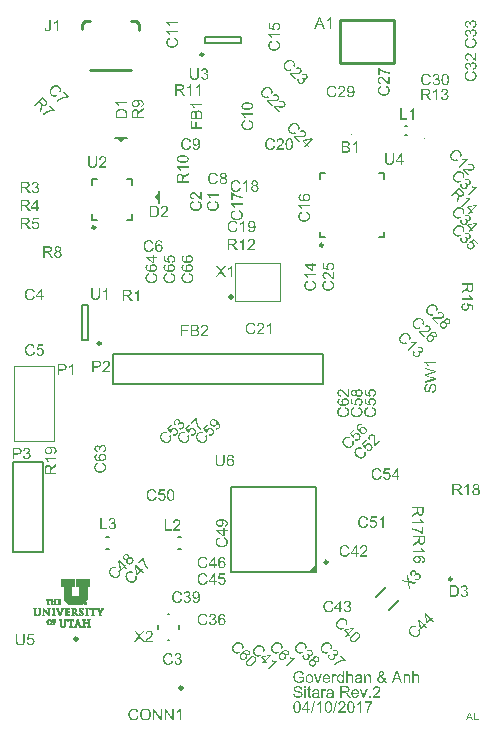
<source format=gto>
G04 Layer_Color=65535*
%FSLAX25Y25*%
%MOIN*%
G70*
G01*
G75*
%ADD54C,0.00600*%
%ADD61C,0.01000*%
%ADD67C,0.01968*%
%ADD79C,0.00984*%
%ADD80C,0.00394*%
%ADD81C,0.00787*%
%ADD82C,0.00100*%
%ADD83C,0.00098*%
%ADD84C,0.00591*%
G36*
X119799Y162498D02*
X119836Y162495D01*
X119883Y162492D01*
X119935Y162486D01*
X119994Y162476D01*
X120058Y162464D01*
X120126Y162445D01*
X120200Y162427D01*
X120274Y162402D01*
X120348Y162372D01*
X120425Y162338D01*
X120502Y162298D01*
X120576Y162248D01*
X120650Y162196D01*
X120656Y162193D01*
X120668Y162178D01*
X120693Y162159D01*
X120723Y162128D01*
X120757Y162091D01*
X120797Y162045D01*
X120837Y161993D01*
X120881Y161931D01*
X120927Y161863D01*
X120967Y161786D01*
X121007Y161706D01*
X121041Y161614D01*
X121072Y161518D01*
X121093Y161417D01*
X121108Y161306D01*
X121115Y161189D01*
Y161183D01*
Y161167D01*
X121112Y161140D01*
X121108Y161103D01*
X121105Y161056D01*
X121099Y161007D01*
X121090Y160949D01*
X121078Y160887D01*
X121062Y160819D01*
X121044Y160748D01*
X121019Y160678D01*
X120992Y160607D01*
X120958Y160536D01*
X120918Y160465D01*
X120874Y160397D01*
X120822Y160333D01*
X120819Y160329D01*
X120810Y160317D01*
X120791Y160302D01*
X120770Y160280D01*
X120739Y160256D01*
X120705Y160225D01*
X120662Y160194D01*
X120616Y160163D01*
X120563Y160129D01*
X120505Y160095D01*
X120440Y160065D01*
X120372Y160034D01*
X120299Y160009D01*
X120218Y159988D01*
X120135Y159969D01*
X120046Y159957D01*
X120003Y160453D01*
X120006D01*
X120018Y160456D01*
X120037Y160459D01*
X120061Y160465D01*
X120092Y160471D01*
X120126Y160480D01*
X120166Y160490D01*
X120206Y160505D01*
X120295Y160539D01*
X120385Y160582D01*
X120431Y160607D01*
X120471Y160637D01*
X120511Y160668D01*
X120548Y160705D01*
X120551Y160708D01*
X120554Y160714D01*
X120563Y160727D01*
X120576Y160742D01*
X120588Y160761D01*
X120603Y160782D01*
X120622Y160810D01*
X120637Y160841D01*
X120653Y160875D01*
X120671Y160912D01*
X120699Y160995D01*
X120711Y161038D01*
X120717Y161087D01*
X120723Y161136D01*
X120727Y161189D01*
Y161192D01*
Y161204D01*
X120723Y161223D01*
Y161247D01*
X120717Y161275D01*
X120714Y161309D01*
X120705Y161349D01*
X120696Y161389D01*
X120680Y161432D01*
X120665Y161478D01*
X120643Y161528D01*
X120619Y161577D01*
X120588Y161626D01*
X120554Y161672D01*
X120517Y161719D01*
X120471Y161765D01*
X120468Y161768D01*
X120459Y161774D01*
X120443Y161786D01*
X120425Y161802D01*
X120400Y161820D01*
X120366Y161839D01*
X120332Y161860D01*
X120289Y161885D01*
X120243Y161906D01*
X120194Y161928D01*
X120135Y161946D01*
X120077Y161965D01*
X120012Y161980D01*
X119941Y161993D01*
X119867Y161999D01*
X119790Y162002D01*
X119750D01*
X119722Y161999D01*
X119689Y161996D01*
X119652Y161990D01*
X119609Y161983D01*
X119559Y161974D01*
X119510Y161962D01*
X119461Y161946D01*
X119405Y161928D01*
X119353Y161906D01*
X119301Y161879D01*
X119251Y161848D01*
X119202Y161814D01*
X119156Y161774D01*
X119153Y161771D01*
X119147Y161765D01*
X119134Y161752D01*
X119119Y161734D01*
X119100Y161709D01*
X119082Y161685D01*
X119060Y161651D01*
X119039Y161617D01*
X119017Y161574D01*
X118996Y161531D01*
X118977Y161481D01*
X118959Y161429D01*
X118943Y161371D01*
X118931Y161312D01*
X118925Y161247D01*
X118922Y161180D01*
Y161177D01*
Y161170D01*
Y161158D01*
Y161143D01*
X118925Y161121D01*
X118928Y161100D01*
X118934Y161044D01*
X118946Y160979D01*
X118965Y160912D01*
X118993Y160841D01*
X119026Y160770D01*
Y160767D01*
X119033Y160761D01*
X119036Y160751D01*
X119045Y160739D01*
X119070Y160708D01*
X119100Y160665D01*
X119137Y160619D01*
X119184Y160573D01*
X119236Y160527D01*
X119294Y160484D01*
X119236Y160040D01*
X117265Y160413D01*
Y162319D01*
X117714D01*
Y160788D01*
X118749Y160579D01*
X118746Y160582D01*
X118740Y160594D01*
X118728Y160613D01*
X118712Y160641D01*
X118694Y160671D01*
X118672Y160708D01*
X118651Y160751D01*
X118626Y160801D01*
X118605Y160853D01*
X118583Y160908D01*
X118561Y160970D01*
X118543Y161032D01*
X118527Y161100D01*
X118515Y161167D01*
X118509Y161235D01*
X118506Y161306D01*
Y161312D01*
Y161327D01*
X118509Y161355D01*
X118512Y161389D01*
X118515Y161432D01*
X118524Y161485D01*
X118534Y161540D01*
X118549Y161601D01*
X118568Y161666D01*
X118592Y161734D01*
X118620Y161805D01*
X118654Y161876D01*
X118694Y161946D01*
X118740Y162017D01*
X118792Y162085D01*
X118854Y162153D01*
X118857Y162156D01*
X118869Y162168D01*
X118891Y162184D01*
X118916Y162208D01*
X118953Y162233D01*
X118993Y162264D01*
X119042Y162294D01*
X119097Y162328D01*
X119159Y162359D01*
X119227Y162390D01*
X119301Y162421D01*
X119378Y162445D01*
X119464Y162470D01*
X119553Y162486D01*
X119649Y162498D01*
X119750Y162501D01*
X119772D01*
X119799Y162498D01*
D02*
G37*
G36*
X121050Y156917D02*
X120988D01*
X120945Y156920D01*
X120896Y156926D01*
X120841Y156935D01*
X120782Y156951D01*
X120723Y156969D01*
X120720D01*
X120711Y156975D01*
X120699Y156978D01*
X120680Y156988D01*
X120656Y157000D01*
X120628Y157012D01*
X120597Y157028D01*
X120563Y157046D01*
X120486Y157089D01*
X120400Y157142D01*
X120308Y157206D01*
X120215Y157280D01*
X120212Y157283D01*
X120203Y157290D01*
X120191Y157302D01*
X120169Y157320D01*
X120148Y157342D01*
X120117Y157370D01*
X120086Y157400D01*
X120049Y157437D01*
X120006Y157477D01*
X119963Y157524D01*
X119913Y157576D01*
X119864Y157631D01*
X119809Y157690D01*
X119753Y157755D01*
X119695Y157822D01*
X119633Y157896D01*
X119630Y157899D01*
X119627Y157902D01*
X119621Y157912D01*
X119612Y157924D01*
X119584Y157955D01*
X119547Y157998D01*
X119504Y158047D01*
X119455Y158106D01*
X119399Y158167D01*
X119337Y158235D01*
X119276Y158306D01*
X119208Y158377D01*
X119140Y158448D01*
X119073Y158515D01*
X119005Y158580D01*
X118940Y158642D01*
X118879Y158694D01*
X118820Y158740D01*
X118817Y158743D01*
X118808Y158749D01*
X118789Y158762D01*
X118768Y158774D01*
X118743Y158793D01*
X118712Y158811D01*
X118675Y158829D01*
X118638Y158851D01*
X118595Y158873D01*
X118549Y158891D01*
X118454Y158928D01*
X118404Y158940D01*
X118355Y158953D01*
X118303Y158959D01*
X118253Y158962D01*
X118226D01*
X118207Y158959D01*
X118183Y158956D01*
X118155Y158953D01*
X118124Y158947D01*
X118090Y158937D01*
X118016Y158913D01*
X117976Y158897D01*
X117936Y158879D01*
X117896Y158854D01*
X117856Y158826D01*
X117819Y158796D01*
X117782Y158762D01*
X117779Y158759D01*
X117773Y158753D01*
X117764Y158740D01*
X117751Y158725D01*
X117736Y158706D01*
X117720Y158682D01*
X117702Y158654D01*
X117684Y158620D01*
X117668Y158586D01*
X117650Y158546D01*
X117634Y158503D01*
X117619Y158457D01*
X117607Y158408D01*
X117597Y158352D01*
X117591Y158297D01*
X117588Y158238D01*
Y158235D01*
Y158223D01*
Y158204D01*
X117591Y158183D01*
X117594Y158152D01*
X117600Y158121D01*
X117607Y158084D01*
X117613Y158044D01*
X117637Y157955D01*
X117656Y157912D01*
X117674Y157866D01*
X117699Y157819D01*
X117727Y157776D01*
X117757Y157733D01*
X117794Y157693D01*
X117798Y157690D01*
X117804Y157684D01*
X117816Y157675D01*
X117831Y157662D01*
X117853Y157647D01*
X117878Y157628D01*
X117908Y157610D01*
X117939Y157591D01*
X117979Y157573D01*
X118019Y157554D01*
X118066Y157536D01*
X118118Y157520D01*
X118170Y157508D01*
X118229Y157499D01*
X118290Y157493D01*
X118355Y157490D01*
X118306Y157006D01*
X118300D01*
X118281Y157009D01*
X118253Y157012D01*
X118216Y157018D01*
X118173Y157028D01*
X118121Y157040D01*
X118062Y157052D01*
X118001Y157071D01*
X117936Y157092D01*
X117868Y157120D01*
X117801Y157148D01*
X117730Y157185D01*
X117665Y157225D01*
X117600Y157271D01*
X117539Y157320D01*
X117483Y157379D01*
X117480Y157382D01*
X117471Y157394D01*
X117456Y157413D01*
X117437Y157437D01*
X117416Y157471D01*
X117394Y157511D01*
X117366Y157557D01*
X117339Y157610D01*
X117314Y157668D01*
X117286Y157733D01*
X117265Y157807D01*
X117240Y157884D01*
X117225Y157967D01*
X117209Y158056D01*
X117200Y158152D01*
X117197Y158250D01*
Y158254D01*
Y158257D01*
Y158275D01*
X117200Y158303D01*
X117203Y158343D01*
X117206Y158389D01*
X117212Y158441D01*
X117222Y158503D01*
X117234Y158568D01*
X117252Y158635D01*
X117271Y158706D01*
X117296Y158777D01*
X117326Y158851D01*
X117363Y158922D01*
X117403Y158993D01*
X117449Y159061D01*
X117505Y159122D01*
X117508Y159125D01*
X117520Y159137D01*
X117536Y159153D01*
X117560Y159171D01*
X117588Y159196D01*
X117625Y159224D01*
X117668Y159255D01*
X117714Y159285D01*
X117767Y159313D01*
X117825Y159344D01*
X117887Y159372D01*
X117955Y159396D01*
X118025Y159415D01*
X118099Y159433D01*
X118179Y159442D01*
X118263Y159446D01*
X118303D01*
X118324Y159442D01*
X118349Y159439D01*
X118377Y159436D01*
X118407Y159433D01*
X118475Y159421D01*
X118552Y159406D01*
X118635Y159381D01*
X118718Y159350D01*
X118721D01*
X118728Y159347D01*
X118740Y159341D01*
X118755Y159332D01*
X118777Y159322D01*
X118802Y159307D01*
X118829Y159292D01*
X118860Y159276D01*
X118931Y159233D01*
X119008Y159178D01*
X119094Y159113D01*
X119187Y159036D01*
X119190Y159033D01*
X119199Y159027D01*
X119211Y159011D01*
X119233Y158996D01*
X119257Y158971D01*
X119288Y158940D01*
X119322Y158906D01*
X119362Y158863D01*
X119408Y158817D01*
X119461Y158765D01*
X119516Y158706D01*
X119575Y158639D01*
X119639Y158568D01*
X119710Y158491D01*
X119784Y158405D01*
X119861Y158312D01*
X119864Y158306D01*
X119877Y158294D01*
X119895Y158272D01*
X119920Y158244D01*
X119947Y158210D01*
X119981Y158174D01*
X120015Y158130D01*
X120055Y158087D01*
X120135Y157995D01*
X120215Y157905D01*
X120252Y157866D01*
X120286Y157828D01*
X120317Y157795D01*
X120345Y157770D01*
X120351Y157764D01*
X120366Y157752D01*
X120391Y157727D01*
X120425Y157699D01*
X120462Y157668D01*
X120505Y157634D01*
X120551Y157601D01*
X120597Y157570D01*
Y159452D01*
X121050D01*
Y156917D01*
D02*
G37*
G36*
X154194Y139476D02*
X154251Y139471D01*
X154316Y139462D01*
X154388Y139452D01*
X154464Y139432D01*
X154543Y139410D01*
X154626Y139380D01*
X154710Y139343D01*
X154796Y139297D01*
X154880Y139242D01*
X154963Y139177D01*
X155046Y139103D01*
X155050Y139099D01*
X155061Y139088D01*
X155074Y139070D01*
X155098Y139047D01*
X155120Y139016D01*
X155150Y138981D01*
X155179Y138940D01*
X155211Y138894D01*
X155242Y138842D01*
X155272Y138789D01*
X155301Y138731D01*
X155329Y138668D01*
X155353Y138604D01*
X155370Y138535D01*
X155386Y138467D01*
X155392Y138395D01*
Y138391D01*
Y138378D01*
X155394Y138358D01*
X155392Y138330D01*
X155390Y138297D01*
X155386Y138254D01*
X155381Y138210D01*
X155370Y138160D01*
X155360Y138106D01*
X155344Y138047D01*
X155323Y137986D01*
X155299Y137923D01*
X155270Y137855D01*
X155233Y137788D01*
X155192Y137720D01*
X155144Y137655D01*
X154787Y137960D01*
X154789Y137962D01*
X154793Y137971D01*
X154802Y137984D01*
X154811Y138001D01*
X154822Y138021D01*
X154832Y138045D01*
X154863Y138101D01*
X154891Y138164D01*
X154915Y138232D01*
X154935Y138304D01*
X154941Y138337D01*
X154944Y138369D01*
Y138373D01*
Y138382D01*
Y138395D01*
X154941Y138415D01*
X154939Y138439D01*
X154935Y138469D01*
X154930Y138500D01*
X154922Y138535D01*
X154911Y138572D01*
X154900Y138609D01*
X154865Y138691D01*
X154843Y138731D01*
X154817Y138770D01*
X154787Y138809D01*
X154752Y138848D01*
X154750Y138850D01*
X154745Y138855D01*
X154737Y138864D01*
X154724Y138872D01*
X154708Y138888D01*
X154691Y138901D01*
X154647Y138931D01*
X154591Y138966D01*
X154530Y138996D01*
X154460Y139023D01*
X154382Y139040D01*
X154377D01*
X154371Y139042D01*
X154353D01*
X154334Y139044D01*
X154310Y139047D01*
X154244D01*
X154208Y139044D01*
X154166Y139042D01*
X154120Y139036D01*
X154072Y139031D01*
X154022Y139020D01*
X153968Y139009D01*
X153913Y138994D01*
X153855Y138975D01*
X153798Y138953D01*
X153796Y138951D01*
X153783Y138946D01*
X153765Y138938D01*
X153741Y138927D01*
X153713Y138911D01*
X153678Y138890D01*
X153637Y138866D01*
X153591Y138837D01*
X153541Y138805D01*
X153484Y138766D01*
X153426Y138724D01*
X153362Y138674D01*
X153295Y138620D01*
X153225Y138559D01*
X153153Y138491D01*
X153077Y138419D01*
X153082D01*
X153092Y138421D01*
X153108Y138424D01*
X153129Y138428D01*
X153156Y138432D01*
X153188Y138435D01*
X153223Y138439D01*
X153262D01*
X153347Y138441D01*
X153443Y138437D01*
X153543Y138424D01*
X153593Y138413D01*
X153643Y138398D01*
X153646Y138395D01*
X153656Y138393D01*
X153670Y138389D01*
X153687Y138380D01*
X153711Y138373D01*
X153737Y138361D01*
X153768Y138347D01*
X153800Y138332D01*
X153833Y138313D01*
X153870Y138293D01*
X153948Y138245D01*
X154025Y138186D01*
X154099Y138121D01*
X154103Y138117D01*
X154114Y138106D01*
X154129Y138086D01*
X154151Y138060D01*
X154177Y138029D01*
X154203Y137990D01*
X154234Y137947D01*
X154264Y137894D01*
X154295Y137838D01*
X154323Y137775D01*
X154351Y137707D01*
X154375Y137635D01*
X154395Y137559D01*
X154410Y137478D01*
X154419Y137396D01*
X154421Y137306D01*
Y137302D01*
Y137285D01*
X154417Y137259D01*
X154414Y137226D01*
X154406Y137182D01*
X154397Y137134D01*
X154384Y137078D01*
X154366Y137017D01*
X154345Y136951D01*
X154318Y136882D01*
X154286Y136810D01*
X154249Y136738D01*
X154203Y136662D01*
X154151Y136588D01*
X154092Y136511D01*
X154022Y136437D01*
X154020Y136435D01*
X154011Y136426D01*
X153998Y136413D01*
X153977Y136396D01*
X153953Y136376D01*
X153924Y136353D01*
X153892Y136324D01*
X153855Y136296D01*
X153813Y136267D01*
X153768Y136235D01*
X153670Y136176D01*
X153615Y136148D01*
X153556Y136119D01*
X153498Y136095D01*
X153437Y136074D01*
X153432D01*
X153423Y136069D01*
X153404Y136063D01*
X153382Y136058D01*
X153349Y136052D01*
X153317Y136045D01*
X153278Y136037D01*
X153232Y136030D01*
X153186Y136024D01*
X153134Y136019D01*
X153084Y136017D01*
X153027D01*
X152914Y136021D01*
X152855Y136032D01*
X152796Y136043D01*
X152792D01*
X152783Y136048D01*
X152766Y136052D01*
X152746Y136058D01*
X152718Y136069D01*
X152685Y136080D01*
X152650Y136093D01*
X152613Y136113D01*
X152572Y136133D01*
X152528Y136154D01*
X152480Y136180D01*
X152435Y136209D01*
X152339Y136278D01*
X152293Y136320D01*
X152245Y136363D01*
X152243Y136365D01*
X152241Y136368D01*
X152234Y136374D01*
X152228Y136381D01*
X152208Y136405D01*
X152180Y136437D01*
X152149Y136477D01*
X152114Y136524D01*
X152080Y136581D01*
X152043Y136644D01*
X152006Y136712D01*
X151969Y136788D01*
X151938Y136871D01*
X151910Y136956D01*
X151888Y137047D01*
X151873Y137145D01*
X151864Y137245D01*
X151868Y137350D01*
X151871Y137356D01*
X151873Y137376D01*
X151877Y137407D01*
X151886Y137450D01*
X151901Y137505D01*
X151921Y137568D01*
X151945Y137640D01*
X151979Y137722D01*
X152021Y137812D01*
X152071Y137910D01*
X152132Y138014D01*
X152167Y138071D01*
X152204Y138125D01*
X152245Y138184D01*
X152287Y138243D01*
X152334Y138304D01*
X152382Y138365D01*
X152437Y138428D01*
X152494Y138493D01*
X152552Y138557D01*
X152618Y138622D01*
X152620Y138624D01*
X152626Y138630D01*
X152637Y138641D01*
X152652Y138657D01*
X152672Y138672D01*
X152694Y138694D01*
X152720Y138720D01*
X152751Y138746D01*
X152783Y138774D01*
X152820Y138807D01*
X152857Y138840D01*
X152901Y138874D01*
X152992Y138949D01*
X153092Y139023D01*
X153199Y139099D01*
X153314Y139175D01*
X153432Y139249D01*
X153554Y139314D01*
X153678Y139373D01*
X153802Y139419D01*
X153929Y139454D01*
X153990Y139467D01*
X154051Y139476D01*
X154057Y139478D01*
X154144D01*
X154194Y139476D01*
D02*
G37*
G36*
X149425Y144180D02*
X149510Y144173D01*
X149595Y144162D01*
X149680Y144147D01*
X149767Y144125D01*
X149773Y144123D01*
X149786Y144119D01*
X149812Y144110D01*
X149845Y144099D01*
X149887Y144084D01*
X149932Y144064D01*
X149987Y144040D01*
X150046Y144012D01*
X150107Y143982D01*
X150174Y143945D01*
X150241Y143903D01*
X150311Y143860D01*
X150383Y143809D01*
X150455Y143755D01*
X150522Y143696D01*
X150592Y143631D01*
X150594Y143629D01*
X150596Y143627D01*
X150603Y143620D01*
X150610Y143614D01*
X150629Y143590D01*
X150657Y143561D01*
X150688Y143522D01*
X150725Y143476D01*
X150762Y143426D01*
X150803Y143367D01*
X150845Y143304D01*
X150886Y143237D01*
X150925Y143163D01*
X150965Y143084D01*
X150997Y143004D01*
X151026Y142919D01*
X151049Y142830D01*
X151065Y142740D01*
Y142736D01*
X151069Y142718D01*
Y142692D01*
X151074Y142657D01*
Y142614D01*
Y142562D01*
X151071Y142503D01*
X151067Y142438D01*
X151060Y142366D01*
X151049Y142289D01*
X151034Y142209D01*
X151015Y142124D01*
X150991Y142039D01*
X150958Y141950D01*
X150919Y141858D01*
X150873Y141769D01*
X150435Y142037D01*
X150440Y142041D01*
X150444Y142054D01*
X150453Y142076D01*
X150466Y142102D01*
X150479Y142137D01*
X150496Y142176D01*
X150514Y142224D01*
X150531Y142272D01*
X150562Y142381D01*
X150586Y142501D01*
X150594Y142562D01*
X150596Y142625D01*
Y142686D01*
X150590Y142745D01*
Y142749D01*
X150588Y142760D01*
X150586Y142775D01*
X150579Y142799D01*
X150573Y142827D01*
X150562Y142860D01*
X150551Y142897D01*
X150536Y142938D01*
X150516Y142980D01*
X150494Y143028D01*
X150468Y143076D01*
X150440Y143126D01*
X150407Y143176D01*
X150368Y143228D01*
X150324Y143280D01*
X150276Y143333D01*
X150272Y143337D01*
X150263Y143346D01*
X150246Y143363D01*
X150222Y143383D01*
X150194Y143407D01*
X150159Y143433D01*
X150120Y143463D01*
X150074Y143496D01*
X150028Y143529D01*
X149976Y143559D01*
X149921Y143592D01*
X149860Y143622D01*
X149799Y143648D01*
X149736Y143672D01*
X149671Y143690D01*
X149603Y143705D01*
X149599D01*
X149588Y143707D01*
X149569Y143709D01*
X149540Y143712D01*
X149510D01*
X149473Y143714D01*
X149381D01*
X149329Y143709D01*
X149277Y143705D01*
X149218Y143694D01*
X149159Y143683D01*
X149096Y143668D01*
X149033Y143648D01*
X148970Y143624D01*
X148907Y143596D01*
X148904Y143594D01*
X148891Y143590D01*
X148874Y143581D01*
X148850Y143566D01*
X148819Y143548D01*
X148787Y143529D01*
X148745Y143505D01*
X148706Y143479D01*
X148658Y143448D01*
X148608Y143415D01*
X148560Y143380D01*
X148508Y143341D01*
X148403Y143254D01*
X148299Y143158D01*
X148294Y143154D01*
X148284Y143143D01*
X148266Y143126D01*
X148242Y143097D01*
X148214Y143069D01*
X148179Y143030D01*
X148144Y142986D01*
X148107Y142941D01*
X148066Y142891D01*
X148022Y142834D01*
X147940Y142716D01*
X147861Y142586D01*
X147826Y142520D01*
X147794Y142453D01*
Y142448D01*
X147787Y142438D01*
X147781Y142418D01*
X147772Y142392D01*
X147761Y142359D01*
X147750Y142322D01*
X147737Y142279D01*
X147726Y142233D01*
X147717Y142181D01*
X147706Y142126D01*
X147700Y142067D01*
X147698Y142008D01*
X147696Y141945D01*
X147700Y141884D01*
X147706Y141821D01*
X147720Y141756D01*
Y141751D01*
X147724Y141743D01*
X147730Y141723D01*
X147737Y141699D01*
X147748Y141671D01*
X147761Y141636D01*
X147774Y141597D01*
X147794Y141555D01*
X147815Y141512D01*
X147839Y141462D01*
X147865Y141414D01*
X147898Y141364D01*
X147931Y141314D01*
X147970Y141266D01*
X148011Y141216D01*
X148055Y141168D01*
X148059Y141163D01*
X148068Y141155D01*
X148085Y141142D01*
X148107Y141120D01*
X148135Y141096D01*
X148170Y141070D01*
X148212Y141042D01*
X148255Y141011D01*
X148303Y140981D01*
X148353Y140952D01*
X148412Y140924D01*
X148471Y140895D01*
X148534Y140872D01*
X148599Y140854D01*
X148669Y140837D01*
X148739Y140828D01*
X148756D01*
X148776Y140826D01*
X148806D01*
X148839Y140828D01*
X148882Y140832D01*
X148930Y140837D01*
X148983Y140845D01*
X149041Y140856D01*
X149102Y140869D01*
X149170Y140889D01*
X149238Y140913D01*
X149309Y140941D01*
X149386Y140974D01*
X149462Y141015D01*
X149540Y141063D01*
X149808Y140612D01*
X149806Y140610D01*
X149802D01*
X149795Y140604D01*
X149784Y140597D01*
X149754Y140584D01*
X149715Y140562D01*
X149664Y140538D01*
X149603Y140512D01*
X149540Y140484D01*
X149464Y140456D01*
X149386Y140429D01*
X149301Y140401D01*
X149209Y140379D01*
X149118Y140362D01*
X149020Y140347D01*
X148924Y140338D01*
X148824D01*
X148726Y140345D01*
X148719Y140347D01*
X148702D01*
X148673Y140353D01*
X148636Y140360D01*
X148591Y140371D01*
X148536Y140386D01*
X148477Y140405D01*
X148410Y140429D01*
X148338Y140458D01*
X148264Y140493D01*
X148186Y140532D01*
X148105Y140578D01*
X148022Y140630D01*
X147942Y140689D01*
X147859Y140754D01*
X147778Y140830D01*
X147776Y140832D01*
X147774Y140835D01*
X147767Y140841D01*
X147759Y140850D01*
X147739Y140874D01*
X147709Y140904D01*
X147674Y140948D01*
X147632Y140993D01*
X147591Y141048D01*
X147545Y141107D01*
X147502Y141172D01*
X147454Y141242D01*
X147410Y141316D01*
X147367Y141394D01*
X147327Y141473D01*
X147293Y141555D01*
X147264Y141640D01*
X147243Y141723D01*
Y141727D01*
X147238Y141745D01*
X147236Y141769D01*
X147230Y141802D01*
X147227Y141843D01*
X147223Y141891D01*
X147219Y141947D01*
Y142008D01*
X147221Y142076D01*
X147225Y142150D01*
X147232Y142226D01*
X147245Y142309D01*
X147260Y142394D01*
X147280Y142479D01*
X147308Y142568D01*
X147341Y142657D01*
X147343Y142664D01*
X147349Y142679D01*
X147362Y142705D01*
X147378Y142738D01*
X147399Y142782D01*
X147423Y142832D01*
X147454Y142884D01*
X147489Y142945D01*
X147526Y143012D01*
X147571Y143080D01*
X147619Y143154D01*
X147672Y143228D01*
X147728Y143302D01*
X147791Y143378D01*
X147857Y143452D01*
X147926Y143526D01*
X147929Y143529D01*
X147931Y143531D01*
X147937Y143537D01*
X147946Y143546D01*
X147970Y143566D01*
X148001Y143596D01*
X148040Y143631D01*
X148085Y143668D01*
X148138Y143712D01*
X148199Y143760D01*
X148264Y143807D01*
X148334Y143855D01*
X148408Y143903D01*
X148486Y143951D01*
X148569Y143995D01*
X148654Y144036D01*
X148739Y144073D01*
X148828Y144106D01*
X148835Y144108D01*
X148848Y144112D01*
X148876Y144119D01*
X148911Y144128D01*
X148952Y144138D01*
X149004Y144147D01*
X149061Y144156D01*
X149124Y144167D01*
X149192Y144173D01*
X149266Y144178D01*
X149344Y144182D01*
X149425Y144180D01*
D02*
G37*
G36*
X152062Y141682D02*
X152067D01*
X152082Y141680D01*
X152106Y141677D01*
X152136Y141673D01*
X152175Y141664D01*
X152219Y141651D01*
X152271Y141638D01*
X152328Y141621D01*
X152387Y141597D01*
X152452Y141571D01*
X152520Y141534D01*
X152592Y141497D01*
X152661Y141449D01*
X152735Y141396D01*
X152809Y141335D01*
X152881Y141268D01*
X152883Y141266D01*
X152885Y141264D01*
X152899Y141251D01*
X152916Y141229D01*
X152942Y141198D01*
X152973Y141163D01*
X153005Y141122D01*
X153042Y141072D01*
X153079Y141017D01*
X153114Y140956D01*
X153151Y140893D01*
X153184Y140826D01*
X153214Y140752D01*
X153238Y140676D01*
X153260Y140597D01*
X153275Y140517D01*
X153280Y140434D01*
Y140429D01*
Y140412D01*
Y140390D01*
X153275Y140360D01*
X153273Y140323D01*
X153267Y140277D01*
X153258Y140225D01*
X153247Y140170D01*
X153230Y140114D01*
X153210Y140050D01*
X153186Y139987D01*
X153156Y139922D01*
X153119Y139859D01*
X153079Y139794D01*
X153029Y139730D01*
X152973Y139669D01*
X152970Y139667D01*
X152966Y139663D01*
X152957Y139654D01*
X152944Y139641D01*
X152927Y139628D01*
X152907Y139613D01*
X152885Y139595D01*
X152861Y139576D01*
X152805Y139536D01*
X152740Y139493D01*
X152663Y139452D01*
X152583Y139415D01*
X152581Y139412D01*
X152574Y139410D01*
X152561Y139406D01*
X152544Y139401D01*
X152522Y139393D01*
X152494Y139386D01*
X152463Y139377D01*
X152430Y139367D01*
X152350Y139347D01*
X152256Y139332D01*
X152149Y139317D01*
X152030Y139306D01*
X152025D01*
X152014Y139304D01*
X151995Y139306D01*
X151969Y139301D01*
X151842D01*
X151784Y139304D01*
X151644D01*
X151564Y139306D01*
X151474Y139312D01*
X151378Y139317D01*
X151274Y139321D01*
X151161Y139330D01*
X151041Y139340D01*
X151034Y139343D01*
X151017D01*
X150988Y139345D01*
X150952Y139347D01*
X150908Y139351D01*
X150858Y139354D01*
X150803Y139360D01*
X150745Y139362D01*
X150623Y139371D01*
X150503Y139377D01*
X150448Y139380D01*
X150398Y139382D01*
X150353Y139384D01*
X150316Y139382D01*
X150307D01*
X150287Y139380D01*
X150252D01*
X150209Y139375D01*
X150161Y139371D01*
X150107Y139365D01*
X150050Y139356D01*
X149995Y139345D01*
X151326Y138014D01*
X151006Y137694D01*
X149214Y139486D01*
X149216Y139489D01*
X149218Y139491D01*
X149224Y139497D01*
X149233Y139506D01*
X149257Y139530D01*
X149290Y139558D01*
X149329Y139589D01*
X149375Y139621D01*
X149427Y139652D01*
X149481Y139680D01*
X149484Y139682D01*
X149495Y139685D01*
X149505Y139691D01*
X149525Y139698D01*
X149551Y139706D01*
X149579Y139717D01*
X149612Y139728D01*
X149649Y139739D01*
X149734Y139763D01*
X149832Y139787D01*
X149943Y139807D01*
X150061Y139820D01*
X150065D01*
X150076Y139822D01*
X150093D01*
X150122Y139824D01*
X150152D01*
X150194Y139826D01*
X150289D01*
X150348Y139828D01*
X150411Y139826D01*
X150483Y139824D01*
X150557Y139820D01*
X150638Y139818D01*
X150723Y139811D01*
X150812Y139804D01*
X150908Y139796D01*
X150917D01*
X150928Y139794D01*
X150943Y139791D01*
X150984Y139789D01*
X151041Y139785D01*
X151106Y139780D01*
X151182Y139774D01*
X151265Y139770D01*
X151357Y139765D01*
X151450Y139759D01*
X151548Y139757D01*
X151646Y139754D01*
X151742D01*
X151836Y139757D01*
X151925Y139759D01*
X152006Y139765D01*
X152080Y139774D01*
X152084D01*
X152095Y139776D01*
X152117Y139780D01*
X152141Y139787D01*
X152171Y139791D01*
X152206Y139800D01*
X152245Y139813D01*
X152287Y139824D01*
X152332Y139839D01*
X152378Y139859D01*
X152472Y139900D01*
X152515Y139926D01*
X152559Y139953D01*
X152600Y139985D01*
X152637Y140018D01*
X152639Y140020D01*
X152646Y140027D01*
X152657Y140037D01*
X152668Y140053D01*
X152683Y140072D01*
X152700Y140094D01*
X152718Y140120D01*
X152735Y140151D01*
X152770Y140220D01*
X152787Y140260D01*
X152803Y140301D01*
X152814Y140347D01*
X152822Y140395D01*
X152827Y140443D01*
X152829Y140493D01*
Y140497D01*
Y140506D01*
X152827Y140521D01*
X152824Y140541D01*
X152822Y140565D01*
X152816Y140593D01*
X152809Y140626D01*
X152798Y140663D01*
X152785Y140697D01*
X152770Y140739D01*
X152751Y140780D01*
X152729Y140824D01*
X152702Y140867D01*
X152670Y140913D01*
X152635Y140956D01*
X152596Y141000D01*
X152594Y141002D01*
X152585Y141011D01*
X152572Y141024D01*
X152554Y141037D01*
X152531Y141057D01*
X152504Y141074D01*
X152474Y141096D01*
X152441Y141120D01*
X152361Y141166D01*
X152317Y141183D01*
X152271Y141203D01*
X152221Y141218D01*
X152171Y141229D01*
X152119Y141237D01*
X152064Y141240D01*
X152051D01*
X152036Y141237D01*
X152016Y141235D01*
X151990Y141231D01*
X151960Y141227D01*
X151925Y141218D01*
X151890Y141209D01*
X151849Y141194D01*
X151807Y141179D01*
X151762Y141159D01*
X151714Y141133D01*
X151668Y141105D01*
X151620Y141070D01*
X151572Y141031D01*
X151524Y140987D01*
X151217Y141364D01*
X151219Y141366D01*
X151222Y141368D01*
X151237Y141379D01*
X151259Y141396D01*
X151289Y141418D01*
X151326Y141442D01*
X151372Y141471D01*
X151422Y141503D01*
X151479Y141534D01*
X151540Y141564D01*
X151607Y141593D01*
X151675Y141621D01*
X151751Y141645D01*
X151825Y141662D01*
X151903Y141675D01*
X151982Y141684D01*
X152062Y141682D01*
D02*
G37*
G36*
X119840Y156538D02*
X119849D01*
X119861Y156535D01*
X119892Y156523D01*
X119935Y156510D01*
X119987Y156492D01*
X120049Y156467D01*
X120114Y156442D01*
X120188Y156409D01*
X120262Y156372D01*
X120342Y156332D01*
X120422Y156282D01*
X120499Y156230D01*
X120579Y156172D01*
X120653Y156110D01*
X120723Y156039D01*
X120788Y155965D01*
X120791Y155959D01*
X120804Y155947D01*
X120819Y155922D01*
X120841Y155891D01*
X120865Y155851D01*
X120893Y155802D01*
X120921Y155746D01*
X120951Y155682D01*
X120982Y155611D01*
X121010Y155534D01*
X121038Y155451D01*
X121062Y155361D01*
X121084Y155266D01*
X121099Y155167D01*
X121112Y155063D01*
X121115Y154952D01*
Y154949D01*
Y154946D01*
Y154936D01*
Y154924D01*
X121112Y154893D01*
Y154850D01*
X121105Y154795D01*
X121102Y154733D01*
X121093Y154665D01*
X121084Y154591D01*
X121069Y154514D01*
X121053Y154431D01*
X121031Y154348D01*
X121007Y154262D01*
X120979Y154179D01*
X120945Y154096D01*
X120905Y154016D01*
X120862Y153942D01*
X120859Y153938D01*
X120850Y153923D01*
X120834Y153905D01*
X120816Y153877D01*
X120788Y153846D01*
X120757Y153809D01*
X120720Y153766D01*
X120677Y153723D01*
X120628Y153677D01*
X120573Y153627D01*
X120514Y153578D01*
X120446Y153529D01*
X120376Y153480D01*
X120302Y153433D01*
X120218Y153390D01*
X120132Y153350D01*
X120126Y153347D01*
X120111Y153341D01*
X120083Y153332D01*
X120049Y153319D01*
X120003Y153304D01*
X119950Y153286D01*
X119892Y153270D01*
X119824Y153252D01*
X119750Y153230D01*
X119670Y153215D01*
X119584Y153196D01*
X119495Y153181D01*
X119402Y153168D01*
X119304Y153159D01*
X119205Y153153D01*
X119103Y153150D01*
X119076D01*
X119045Y153153D01*
X119002D01*
X118949Y153156D01*
X118891Y153162D01*
X118823Y153168D01*
X118746Y153178D01*
X118666Y153190D01*
X118583Y153205D01*
X118497Y153224D01*
X118407Y153245D01*
X118318Y153273D01*
X118229Y153304D01*
X118142Y153338D01*
X118056Y153378D01*
X118050Y153381D01*
X118038Y153387D01*
X118013Y153403D01*
X117982Y153421D01*
X117945Y153443D01*
X117902Y153473D01*
X117856Y153507D01*
X117804Y153544D01*
X117751Y153587D01*
X117696Y153637D01*
X117637Y153689D01*
X117582Y153747D01*
X117526Y153812D01*
X117474Y153880D01*
X117425Y153951D01*
X117379Y154028D01*
X117376Y154034D01*
X117369Y154046D01*
X117357Y154071D01*
X117342Y154102D01*
X117323Y154142D01*
X117305Y154188D01*
X117283Y154243D01*
X117262Y154305D01*
X117240Y154370D01*
X117218Y154444D01*
X117200Y154521D01*
X117182Y154601D01*
X117166Y154687D01*
X117154Y154776D01*
X117148Y154866D01*
X117145Y154961D01*
Y154964D01*
Y154967D01*
Y154976D01*
Y154986D01*
X117148Y155017D01*
Y155057D01*
X117154Y155106D01*
X117160Y155164D01*
X117169Y155226D01*
X117182Y155297D01*
X117197Y155371D01*
X117215Y155448D01*
X117240Y155528D01*
X117268Y155611D01*
X117302Y155691D01*
X117342Y155771D01*
X117388Y155851D01*
X117440Y155925D01*
X117443Y155928D01*
X117453Y155944D01*
X117471Y155962D01*
X117493Y155990D01*
X117523Y156021D01*
X117560Y156058D01*
X117604Y156098D01*
X117653Y156141D01*
X117708Y156187D01*
X117770Y156233D01*
X117838Y156279D01*
X117912Y156325D01*
X117989Y156369D01*
X118075Y156409D01*
X118167Y156446D01*
X118263Y156476D01*
X118383Y155977D01*
X118377D01*
X118364Y155971D01*
X118343Y155962D01*
X118315Y155953D01*
X118281Y155937D01*
X118241Y155922D01*
X118195Y155900D01*
X118149Y155879D01*
X118050Y155823D01*
X117948Y155756D01*
X117899Y155719D01*
X117853Y155676D01*
X117810Y155632D01*
X117773Y155586D01*
X117770Y155583D01*
X117764Y155574D01*
X117754Y155562D01*
X117742Y155540D01*
X117727Y155515D01*
X117711Y155485D01*
X117693Y155451D01*
X117674Y155411D01*
X117659Y155368D01*
X117640Y155318D01*
X117625Y155266D01*
X117610Y155210D01*
X117597Y155152D01*
X117588Y155087D01*
X117582Y155020D01*
X117579Y154949D01*
Y154943D01*
Y154930D01*
Y154906D01*
X117582Y154875D01*
X117585Y154838D01*
X117591Y154795D01*
X117597Y154745D01*
X117607Y154690D01*
X117616Y154635D01*
X117631Y154576D01*
X117647Y154514D01*
X117668Y154450D01*
X117693Y154388D01*
X117720Y154327D01*
X117754Y154268D01*
X117791Y154209D01*
X117794Y154206D01*
X117801Y154197D01*
X117813Y154182D01*
X117831Y154160D01*
X117853Y154139D01*
X117878Y154111D01*
X117908Y154080D01*
X117942Y154046D01*
X117982Y154012D01*
X118022Y153979D01*
X118072Y153945D01*
X118121Y153911D01*
X118176Y153877D01*
X118235Y153846D01*
X118297Y153818D01*
X118361Y153794D01*
X118364D01*
X118377Y153788D01*
X118395Y153781D01*
X118423Y153775D01*
X118457Y153766D01*
X118494Y153757D01*
X118540Y153744D01*
X118586Y153735D01*
X118641Y153723D01*
X118700Y153711D01*
X118758Y153701D01*
X118823Y153692D01*
X118959Y153680D01*
X119100Y153674D01*
X119147D01*
X119184Y153677D01*
X119224D01*
X119276Y153680D01*
X119331Y153686D01*
X119390Y153692D01*
X119455Y153698D01*
X119525Y153708D01*
X119667Y153732D01*
X119815Y153769D01*
X119886Y153791D01*
X119957Y153815D01*
X119960Y153818D01*
X119972Y153821D01*
X119991Y153831D01*
X120015Y153843D01*
X120046Y153858D01*
X120080Y153877D01*
X120120Y153898D01*
X120160Y153923D01*
X120203Y153954D01*
X120249Y153985D01*
X120295Y154022D01*
X120338Y154062D01*
X120385Y154105D01*
X120425Y154151D01*
X120465Y154200D01*
X120502Y154256D01*
X120505Y154259D01*
X120508Y154268D01*
X120517Y154287D01*
X120529Y154308D01*
X120542Y154336D01*
X120557Y154370D01*
X120576Y154407D01*
X120591Y154450D01*
X120607Y154496D01*
X120625Y154548D01*
X120640Y154601D01*
X120653Y154659D01*
X120665Y154718D01*
X120671Y154779D01*
X120677Y154844D01*
X120680Y154909D01*
Y154915D01*
Y154927D01*
X120677Y154949D01*
Y154980D01*
X120674Y155017D01*
X120668Y155060D01*
X120659Y155109D01*
X120650Y155161D01*
X120637Y155217D01*
X120622Y155272D01*
X120600Y155334D01*
X120579Y155395D01*
X120551Y155457D01*
X120517Y155515D01*
X120480Y155577D01*
X120437Y155632D01*
X120434Y155636D01*
X120425Y155645D01*
X120412Y155660D01*
X120391Y155682D01*
X120366Y155703D01*
X120332Y155731D01*
X120295Y155762D01*
X120252Y155793D01*
X120203Y155826D01*
X120151Y155860D01*
X120089Y155894D01*
X120024Y155925D01*
X119954Y155956D01*
X119877Y155987D01*
X119793Y156011D01*
X119704Y156033D01*
X119833Y156541D01*
X119836D01*
X119840Y156538D01*
D02*
G37*
G36*
X106425Y230180D02*
X106510Y230173D01*
X106595Y230162D01*
X106680Y230147D01*
X106767Y230125D01*
X106773Y230123D01*
X106786Y230119D01*
X106813Y230110D01*
X106845Y230099D01*
X106886Y230084D01*
X106932Y230064D01*
X106987Y230040D01*
X107045Y230012D01*
X107106Y229982D01*
X107174Y229945D01*
X107241Y229903D01*
X107311Y229860D01*
X107383Y229809D01*
X107455Y229755D01*
X107522Y229696D01*
X107592Y229631D01*
X107594Y229629D01*
X107597Y229627D01*
X107603Y229620D01*
X107610Y229613D01*
X107629Y229590D01*
X107658Y229561D01*
X107688Y229522D01*
X107725Y229476D01*
X107762Y229426D01*
X107803Y229367D01*
X107845Y229304D01*
X107886Y229237D01*
X107925Y229163D01*
X107965Y229084D01*
X107997Y229004D01*
X108026Y228919D01*
X108049Y228830D01*
X108065Y228740D01*
Y228736D01*
X108069Y228718D01*
Y228692D01*
X108073Y228658D01*
Y228614D01*
Y228562D01*
X108071Y228503D01*
X108067Y228437D01*
X108060Y228366D01*
X108049Y228289D01*
X108034Y228209D01*
X108015Y228124D01*
X107991Y228039D01*
X107958Y227950D01*
X107919Y227858D01*
X107873Y227769D01*
X107435Y228037D01*
X107440Y228041D01*
X107444Y228054D01*
X107453Y228076D01*
X107466Y228102D01*
X107479Y228137D01*
X107496Y228176D01*
X107514Y228224D01*
X107531Y228272D01*
X107562Y228381D01*
X107586Y228501D01*
X107594Y228562D01*
X107597Y228625D01*
Y228686D01*
X107590Y228745D01*
Y228749D01*
X107588Y228760D01*
X107586Y228775D01*
X107579Y228799D01*
X107573Y228827D01*
X107562Y228860D01*
X107551Y228897D01*
X107536Y228938D01*
X107516Y228980D01*
X107494Y229028D01*
X107468Y229076D01*
X107440Y229126D01*
X107407Y229176D01*
X107368Y229228D01*
X107324Y229280D01*
X107276Y229333D01*
X107272Y229337D01*
X107263Y229346D01*
X107246Y229363D01*
X107222Y229383D01*
X107194Y229407D01*
X107159Y229433D01*
X107120Y229463D01*
X107074Y229496D01*
X107028Y229529D01*
X106976Y229559D01*
X106921Y229592D01*
X106860Y229622D01*
X106799Y229648D01*
X106736Y229672D01*
X106671Y229690D01*
X106603Y229705D01*
X106599D01*
X106588Y229707D01*
X106569Y229709D01*
X106540Y229712D01*
X106510D01*
X106473Y229714D01*
X106381D01*
X106329Y229709D01*
X106277Y229705D01*
X106218Y229694D01*
X106159Y229683D01*
X106096Y229668D01*
X106033Y229648D01*
X105970Y229624D01*
X105906Y229596D01*
X105904Y229594D01*
X105891Y229590D01*
X105874Y229581D01*
X105850Y229566D01*
X105819Y229548D01*
X105787Y229529D01*
X105745Y229505D01*
X105706Y229479D01*
X105658Y229448D01*
X105608Y229415D01*
X105560Y229380D01*
X105508Y229341D01*
X105403Y229254D01*
X105299Y229158D01*
X105295Y229154D01*
X105284Y229143D01*
X105266Y229126D01*
X105242Y229097D01*
X105214Y229069D01*
X105179Y229030D01*
X105144Y228986D01*
X105107Y228941D01*
X105066Y228890D01*
X105022Y228834D01*
X104939Y228716D01*
X104861Y228586D01*
X104826Y228520D01*
X104794Y228453D01*
Y228448D01*
X104787Y228437D01*
X104780Y228418D01*
X104772Y228392D01*
X104761Y228359D01*
X104750Y228322D01*
X104737Y228278D01*
X104726Y228233D01*
X104717Y228181D01*
X104707Y228126D01*
X104700Y228067D01*
X104698Y228008D01*
X104696Y227945D01*
X104700Y227884D01*
X104707Y227821D01*
X104719Y227756D01*
Y227751D01*
X104724Y227743D01*
X104730Y227723D01*
X104737Y227699D01*
X104748Y227671D01*
X104761Y227636D01*
X104774Y227597D01*
X104794Y227555D01*
X104815Y227512D01*
X104839Y227462D01*
X104865Y227414D01*
X104898Y227364D01*
X104931Y227314D01*
X104970Y227266D01*
X105011Y227216D01*
X105055Y227168D01*
X105059Y227163D01*
X105068Y227155D01*
X105085Y227142D01*
X105107Y227120D01*
X105136Y227096D01*
X105170Y227070D01*
X105212Y227041D01*
X105255Y227011D01*
X105303Y226980D01*
X105353Y226952D01*
X105412Y226924D01*
X105471Y226895D01*
X105534Y226872D01*
X105599Y226854D01*
X105669Y226837D01*
X105739Y226828D01*
X105756D01*
X105776Y226826D01*
X105806D01*
X105839Y226828D01*
X105883Y226832D01*
X105930Y226837D01*
X105983Y226845D01*
X106042Y226856D01*
X106103Y226869D01*
X106170Y226889D01*
X106237Y226913D01*
X106309Y226941D01*
X106386Y226974D01*
X106462Y227015D01*
X106540Y227063D01*
X106808Y226612D01*
X106806Y226610D01*
X106802D01*
X106795Y226604D01*
X106784Y226597D01*
X106754Y226584D01*
X106714Y226562D01*
X106664Y226538D01*
X106603Y226512D01*
X106540Y226484D01*
X106464Y226456D01*
X106386Y226430D01*
X106301Y226401D01*
X106209Y226379D01*
X106118Y226362D01*
X106020Y226347D01*
X105924Y226338D01*
X105824D01*
X105726Y226344D01*
X105719Y226347D01*
X105702D01*
X105673Y226353D01*
X105636Y226360D01*
X105591Y226371D01*
X105536Y226386D01*
X105477Y226406D01*
X105410Y226430D01*
X105338Y226458D01*
X105264Y226493D01*
X105186Y226532D01*
X105105Y226578D01*
X105022Y226630D01*
X104942Y226689D01*
X104859Y226754D01*
X104778Y226830D01*
X104776Y226832D01*
X104774Y226835D01*
X104767Y226841D01*
X104759Y226850D01*
X104739Y226874D01*
X104709Y226904D01*
X104674Y226948D01*
X104632Y226993D01*
X104591Y227048D01*
X104545Y227107D01*
X104502Y227172D01*
X104454Y227242D01*
X104410Y227316D01*
X104367Y227394D01*
X104327Y227473D01*
X104293Y227555D01*
X104264Y227640D01*
X104243Y227723D01*
Y227728D01*
X104238Y227745D01*
X104236Y227769D01*
X104229Y227801D01*
X104227Y227843D01*
X104223Y227891D01*
X104219Y227947D01*
Y228008D01*
X104221Y228076D01*
X104225Y228150D01*
X104232Y228226D01*
X104245Y228309D01*
X104260Y228394D01*
X104280Y228479D01*
X104308Y228568D01*
X104341Y228658D01*
X104343Y228664D01*
X104349Y228679D01*
X104362Y228705D01*
X104378Y228738D01*
X104399Y228782D01*
X104423Y228832D01*
X104454Y228884D01*
X104489Y228945D01*
X104526Y229012D01*
X104571Y229080D01*
X104619Y229154D01*
X104672Y229228D01*
X104728Y229302D01*
X104791Y229378D01*
X104857Y229452D01*
X104926Y229526D01*
X104929Y229529D01*
X104931Y229531D01*
X104937Y229537D01*
X104946Y229546D01*
X104970Y229566D01*
X105000Y229596D01*
X105040Y229631D01*
X105085Y229668D01*
X105138Y229712D01*
X105199Y229760D01*
X105264Y229807D01*
X105334Y229855D01*
X105408Y229903D01*
X105486Y229951D01*
X105569Y229995D01*
X105654Y230036D01*
X105739Y230073D01*
X105828Y230106D01*
X105835Y230108D01*
X105848Y230112D01*
X105876Y230119D01*
X105911Y230128D01*
X105952Y230138D01*
X106005Y230147D01*
X106061Y230156D01*
X106124Y230167D01*
X106192Y230173D01*
X106266Y230178D01*
X106344Y230182D01*
X106425Y230180D01*
D02*
G37*
G36*
X109062Y227682D02*
X109067D01*
X109082Y227680D01*
X109106Y227677D01*
X109136Y227673D01*
X109176Y227664D01*
X109219Y227651D01*
X109271Y227638D01*
X109328Y227621D01*
X109387Y227597D01*
X109452Y227571D01*
X109520Y227534D01*
X109591Y227497D01*
X109661Y227449D01*
X109735Y227396D01*
X109809Y227336D01*
X109881Y227268D01*
X109883Y227266D01*
X109886Y227264D01*
X109899Y227251D01*
X109916Y227229D01*
X109942Y227198D01*
X109973Y227163D01*
X110005Y227122D01*
X110042Y227072D01*
X110079Y227017D01*
X110114Y226957D01*
X110151Y226893D01*
X110184Y226826D01*
X110214Y226752D01*
X110238Y226676D01*
X110260Y226597D01*
X110275Y226517D01*
X110280Y226434D01*
Y226430D01*
Y226412D01*
Y226390D01*
X110275Y226360D01*
X110273Y226323D01*
X110267Y226277D01*
X110258Y226225D01*
X110247Y226170D01*
X110230Y226114D01*
X110210Y226050D01*
X110186Y225987D01*
X110155Y225922D01*
X110118Y225859D01*
X110079Y225794D01*
X110029Y225730D01*
X109973Y225669D01*
X109970Y225667D01*
X109966Y225663D01*
X109957Y225654D01*
X109944Y225641D01*
X109927Y225628D01*
X109907Y225613D01*
X109886Y225595D01*
X109862Y225576D01*
X109805Y225536D01*
X109740Y225493D01*
X109663Y225452D01*
X109583Y225415D01*
X109581Y225412D01*
X109574Y225410D01*
X109561Y225406D01*
X109544Y225401D01*
X109522Y225393D01*
X109494Y225386D01*
X109463Y225378D01*
X109430Y225367D01*
X109350Y225347D01*
X109256Y225332D01*
X109149Y225317D01*
X109030Y225306D01*
X109025D01*
X109014Y225304D01*
X108995Y225306D01*
X108969Y225301D01*
X108842D01*
X108783Y225304D01*
X108644D01*
X108563Y225306D01*
X108474Y225312D01*
X108378Y225317D01*
X108274Y225321D01*
X108161Y225330D01*
X108041Y225341D01*
X108034Y225343D01*
X108017D01*
X107989Y225345D01*
X107951Y225347D01*
X107908Y225351D01*
X107858Y225354D01*
X107803Y225360D01*
X107745Y225362D01*
X107623Y225371D01*
X107503Y225378D01*
X107448Y225380D01*
X107398Y225382D01*
X107353Y225384D01*
X107316Y225382D01*
X107307D01*
X107287Y225380D01*
X107252D01*
X107209Y225375D01*
X107161Y225371D01*
X107106Y225364D01*
X107050Y225356D01*
X106995Y225345D01*
X108326Y224014D01*
X108006Y223694D01*
X106214Y225486D01*
X106216Y225489D01*
X106218Y225491D01*
X106225Y225497D01*
X106233Y225506D01*
X106257Y225530D01*
X106290Y225558D01*
X106329Y225589D01*
X106375Y225622D01*
X106427Y225652D01*
X106481Y225680D01*
X106484Y225682D01*
X106494Y225685D01*
X106505Y225691D01*
X106525Y225698D01*
X106551Y225706D01*
X106579Y225717D01*
X106612Y225728D01*
X106649Y225739D01*
X106734Y225763D01*
X106832Y225787D01*
X106943Y225807D01*
X107061Y225820D01*
X107065D01*
X107076Y225822D01*
X107093D01*
X107122Y225824D01*
X107152D01*
X107194Y225826D01*
X107289D01*
X107348Y225828D01*
X107411Y225826D01*
X107483Y225824D01*
X107557Y225820D01*
X107638Y225817D01*
X107723Y225811D01*
X107812Y225804D01*
X107908Y225796D01*
X107917D01*
X107928Y225794D01*
X107943Y225791D01*
X107984Y225789D01*
X108041Y225785D01*
X108106Y225781D01*
X108182Y225774D01*
X108265Y225770D01*
X108357Y225765D01*
X108450Y225759D01*
X108548Y225757D01*
X108646Y225754D01*
X108742D01*
X108836Y225757D01*
X108925Y225759D01*
X109006Y225765D01*
X109080Y225774D01*
X109084D01*
X109095Y225776D01*
X109117Y225781D01*
X109141Y225787D01*
X109171Y225791D01*
X109206Y225800D01*
X109245Y225813D01*
X109287Y225824D01*
X109332Y225839D01*
X109378Y225859D01*
X109472Y225900D01*
X109515Y225926D01*
X109559Y225953D01*
X109600Y225985D01*
X109637Y226018D01*
X109639Y226020D01*
X109646Y226027D01*
X109657Y226037D01*
X109668Y226053D01*
X109683Y226072D01*
X109700Y226094D01*
X109718Y226120D01*
X109735Y226151D01*
X109770Y226220D01*
X109787Y226260D01*
X109803Y226301D01*
X109814Y226347D01*
X109822Y226395D01*
X109827Y226443D01*
X109829Y226493D01*
Y226497D01*
Y226506D01*
X109827Y226521D01*
X109825Y226540D01*
X109822Y226565D01*
X109816Y226593D01*
X109809Y226625D01*
X109798Y226662D01*
X109785Y226697D01*
X109770Y226739D01*
X109750Y226780D01*
X109729Y226824D01*
X109703Y226867D01*
X109670Y226913D01*
X109635Y226957D01*
X109596Y227000D01*
X109594Y227002D01*
X109585Y227011D01*
X109572Y227024D01*
X109554Y227037D01*
X109530Y227057D01*
X109504Y227074D01*
X109474Y227096D01*
X109441Y227120D01*
X109361Y227166D01*
X109317Y227183D01*
X109271Y227203D01*
X109221Y227218D01*
X109171Y227229D01*
X109119Y227238D01*
X109064Y227240D01*
X109051D01*
X109036Y227238D01*
X109017Y227235D01*
X108990Y227231D01*
X108960Y227227D01*
X108925Y227218D01*
X108890Y227209D01*
X108849Y227194D01*
X108807Y227179D01*
X108762Y227159D01*
X108714Y227133D01*
X108668Y227105D01*
X108620Y227070D01*
X108572Y227031D01*
X108524Y226987D01*
X108217Y227364D01*
X108219Y227366D01*
X108222Y227368D01*
X108237Y227379D01*
X108259Y227396D01*
X108289Y227418D01*
X108326Y227442D01*
X108372Y227470D01*
X108422Y227503D01*
X108479Y227534D01*
X108539Y227564D01*
X108607Y227592D01*
X108675Y227621D01*
X108751Y227645D01*
X108825Y227662D01*
X108903Y227675D01*
X108982Y227684D01*
X109062Y227682D01*
D02*
G37*
G36*
X113979Y203648D02*
X112220Y201888D01*
X112585Y201522D01*
X112281Y201217D01*
X111915Y201583D01*
X111266Y200934D01*
X110933Y201268D01*
X111582Y201917D01*
X110403Y203095D01*
X110708Y203400D01*
X113707Y203920D01*
X113979Y203648D01*
D02*
G37*
G36*
X107925Y209180D02*
X108010Y209173D01*
X108095Y209162D01*
X108180Y209147D01*
X108267Y209125D01*
X108273Y209123D01*
X108286Y209119D01*
X108312Y209110D01*
X108345Y209099D01*
X108387Y209084D01*
X108432Y209064D01*
X108487Y209040D01*
X108545Y209012D01*
X108607Y208982D01*
X108674Y208945D01*
X108741Y208903D01*
X108811Y208860D01*
X108883Y208809D01*
X108955Y208755D01*
X109022Y208696D01*
X109092Y208631D01*
X109094Y208629D01*
X109097Y208627D01*
X109103Y208620D01*
X109110Y208613D01*
X109129Y208590D01*
X109158Y208561D01*
X109188Y208522D01*
X109225Y208476D01*
X109262Y208426D01*
X109303Y208367D01*
X109345Y208304D01*
X109386Y208237D01*
X109425Y208163D01*
X109465Y208084D01*
X109497Y208004D01*
X109526Y207919D01*
X109549Y207829D01*
X109565Y207740D01*
Y207736D01*
X109569Y207718D01*
Y207692D01*
X109573Y207658D01*
Y207614D01*
Y207562D01*
X109571Y207503D01*
X109567Y207437D01*
X109560Y207366D01*
X109549Y207289D01*
X109534Y207209D01*
X109515Y207124D01*
X109491Y207039D01*
X109458Y206950D01*
X109419Y206858D01*
X109373Y206769D01*
X108935Y207037D01*
X108940Y207041D01*
X108944Y207054D01*
X108953Y207076D01*
X108966Y207102D01*
X108979Y207137D01*
X108996Y207176D01*
X109014Y207224D01*
X109031Y207272D01*
X109062Y207381D01*
X109086Y207501D01*
X109094Y207562D01*
X109097Y207625D01*
Y207686D01*
X109090Y207745D01*
Y207749D01*
X109088Y207760D01*
X109086Y207775D01*
X109079Y207799D01*
X109073Y207827D01*
X109062Y207860D01*
X109051Y207897D01*
X109036Y207938D01*
X109016Y207980D01*
X108994Y208028D01*
X108968Y208076D01*
X108940Y208126D01*
X108907Y208176D01*
X108868Y208228D01*
X108824Y208280D01*
X108776Y208333D01*
X108772Y208337D01*
X108763Y208346D01*
X108746Y208363D01*
X108722Y208383D01*
X108694Y208407D01*
X108659Y208433D01*
X108620Y208463D01*
X108574Y208496D01*
X108528Y208529D01*
X108476Y208559D01*
X108421Y208592D01*
X108360Y208622D01*
X108299Y208648D01*
X108236Y208672D01*
X108171Y208690D01*
X108103Y208705D01*
X108099D01*
X108088Y208707D01*
X108069Y208709D01*
X108040Y208712D01*
X108010D01*
X107973Y208714D01*
X107881D01*
X107829Y208709D01*
X107777Y208705D01*
X107718Y208694D01*
X107659Y208683D01*
X107596Y208668D01*
X107533Y208648D01*
X107470Y208624D01*
X107406Y208596D01*
X107404Y208594D01*
X107391Y208590D01*
X107374Y208581D01*
X107350Y208566D01*
X107319Y208548D01*
X107287Y208529D01*
X107245Y208505D01*
X107206Y208478D01*
X107158Y208448D01*
X107108Y208415D01*
X107060Y208381D01*
X107008Y208341D01*
X106903Y208254D01*
X106799Y208158D01*
X106795Y208154D01*
X106784Y208143D01*
X106766Y208126D01*
X106742Y208097D01*
X106714Y208069D01*
X106679Y208030D01*
X106644Y207986D01*
X106607Y207941D01*
X106566Y207891D01*
X106522Y207834D01*
X106439Y207716D01*
X106361Y207586D01*
X106326Y207520D01*
X106294Y207453D01*
Y207448D01*
X106287Y207437D01*
X106281Y207418D01*
X106272Y207392D01*
X106261Y207359D01*
X106250Y207322D01*
X106237Y207278D01*
X106226Y207233D01*
X106217Y207181D01*
X106207Y207126D01*
X106200Y207067D01*
X106198Y207008D01*
X106196Y206945D01*
X106200Y206884D01*
X106207Y206821D01*
X106219Y206756D01*
Y206751D01*
X106224Y206743D01*
X106230Y206723D01*
X106237Y206699D01*
X106248Y206671D01*
X106261Y206636D01*
X106274Y206597D01*
X106294Y206555D01*
X106315Y206512D01*
X106339Y206462D01*
X106365Y206414D01*
X106398Y206364D01*
X106431Y206314D01*
X106470Y206266D01*
X106511Y206216D01*
X106555Y206168D01*
X106559Y206163D01*
X106568Y206155D01*
X106585Y206142D01*
X106607Y206120D01*
X106635Y206096D01*
X106670Y206070D01*
X106712Y206041D01*
X106755Y206011D01*
X106803Y205980D01*
X106853Y205952D01*
X106912Y205924D01*
X106971Y205895D01*
X107034Y205872D01*
X107099Y205854D01*
X107169Y205837D01*
X107239Y205828D01*
X107256D01*
X107276Y205826D01*
X107306D01*
X107339Y205828D01*
X107383Y205832D01*
X107430Y205837D01*
X107483Y205845D01*
X107542Y205856D01*
X107603Y205869D01*
X107670Y205889D01*
X107738Y205913D01*
X107809Y205941D01*
X107886Y205974D01*
X107962Y206015D01*
X108040Y206063D01*
X108308Y205612D01*
X108306Y205610D01*
X108302D01*
X108295Y205604D01*
X108284Y205597D01*
X108254Y205584D01*
X108214Y205562D01*
X108164Y205538D01*
X108103Y205512D01*
X108040Y205484D01*
X107964Y205456D01*
X107886Y205430D01*
X107801Y205401D01*
X107709Y205379D01*
X107618Y205362D01*
X107520Y205347D01*
X107424Y205338D01*
X107324D01*
X107226Y205345D01*
X107219Y205347D01*
X107202D01*
X107173Y205353D01*
X107136Y205360D01*
X107091Y205371D01*
X107036Y205386D01*
X106977Y205405D01*
X106910Y205430D01*
X106838Y205458D01*
X106764Y205493D01*
X106686Y205532D01*
X106605Y205578D01*
X106522Y205630D01*
X106442Y205689D01*
X106359Y205754D01*
X106278Y205830D01*
X106276Y205832D01*
X106274Y205835D01*
X106267Y205841D01*
X106259Y205850D01*
X106239Y205874D01*
X106209Y205904D01*
X106174Y205948D01*
X106132Y205994D01*
X106091Y206048D01*
X106045Y206107D01*
X106002Y206172D01*
X105954Y206242D01*
X105910Y206316D01*
X105867Y206394D01*
X105827Y206473D01*
X105793Y206555D01*
X105764Y206640D01*
X105743Y206723D01*
Y206728D01*
X105738Y206745D01*
X105736Y206769D01*
X105729Y206802D01*
X105727Y206843D01*
X105723Y206891D01*
X105719Y206947D01*
Y207008D01*
X105721Y207076D01*
X105725Y207150D01*
X105732Y207226D01*
X105745Y207309D01*
X105760Y207394D01*
X105780Y207479D01*
X105808Y207568D01*
X105841Y207658D01*
X105843Y207664D01*
X105849Y207679D01*
X105862Y207705D01*
X105878Y207738D01*
X105899Y207782D01*
X105923Y207832D01*
X105954Y207884D01*
X105989Y207945D01*
X106026Y208012D01*
X106071Y208080D01*
X106119Y208154D01*
X106172Y208228D01*
X106228Y208302D01*
X106291Y208378D01*
X106357Y208452D01*
X106426Y208526D01*
X106429Y208529D01*
X106431Y208531D01*
X106437Y208537D01*
X106446Y208546D01*
X106470Y208566D01*
X106500Y208596D01*
X106540Y208631D01*
X106585Y208668D01*
X106638Y208712D01*
X106699Y208759D01*
X106764Y208807D01*
X106834Y208855D01*
X106908Y208903D01*
X106986Y208951D01*
X107069Y208995D01*
X107154Y209036D01*
X107239Y209073D01*
X107328Y209106D01*
X107335Y209108D01*
X107348Y209112D01*
X107376Y209119D01*
X107411Y209127D01*
X107452Y209138D01*
X107504Y209147D01*
X107561Y209156D01*
X107624Y209167D01*
X107692Y209173D01*
X107766Y209178D01*
X107844Y209182D01*
X107925Y209180D01*
D02*
G37*
G36*
X110562Y206682D02*
X110567D01*
X110582Y206680D01*
X110606Y206677D01*
X110636Y206673D01*
X110676Y206664D01*
X110719Y206651D01*
X110771Y206638D01*
X110828Y206621D01*
X110887Y206597D01*
X110952Y206571D01*
X111020Y206534D01*
X111091Y206497D01*
X111161Y206449D01*
X111235Y206397D01*
X111309Y206335D01*
X111381Y206268D01*
X111383Y206266D01*
X111386Y206264D01*
X111399Y206251D01*
X111416Y206229D01*
X111442Y206198D01*
X111473Y206163D01*
X111505Y206122D01*
X111542Y206072D01*
X111579Y206017D01*
X111614Y205957D01*
X111651Y205893D01*
X111684Y205826D01*
X111714Y205752D01*
X111738Y205676D01*
X111760Y205597D01*
X111775Y205517D01*
X111780Y205434D01*
Y205430D01*
Y205412D01*
Y205390D01*
X111775Y205360D01*
X111773Y205323D01*
X111767Y205277D01*
X111758Y205225D01*
X111747Y205170D01*
X111730Y205114D01*
X111710Y205050D01*
X111686Y204987D01*
X111655Y204922D01*
X111618Y204859D01*
X111579Y204794D01*
X111529Y204730D01*
X111473Y204669D01*
X111470Y204667D01*
X111466Y204663D01*
X111457Y204654D01*
X111444Y204641D01*
X111427Y204628D01*
X111407Y204613D01*
X111386Y204595D01*
X111362Y204576D01*
X111305Y204537D01*
X111240Y204493D01*
X111163Y204452D01*
X111083Y204415D01*
X111081Y204412D01*
X111074Y204410D01*
X111061Y204406D01*
X111044Y204401D01*
X111022Y204393D01*
X110994Y204386D01*
X110963Y204378D01*
X110930Y204367D01*
X110850Y204347D01*
X110756Y204332D01*
X110649Y204317D01*
X110530Y204306D01*
X110525D01*
X110514Y204304D01*
X110495Y204306D01*
X110469Y204301D01*
X110342D01*
X110284Y204304D01*
X110144D01*
X110064Y204306D01*
X109974Y204312D01*
X109878Y204317D01*
X109774Y204321D01*
X109661Y204330D01*
X109541Y204341D01*
X109534Y204343D01*
X109517D01*
X109488Y204345D01*
X109451Y204347D01*
X109408Y204351D01*
X109358Y204354D01*
X109303Y204360D01*
X109245Y204362D01*
X109123Y204371D01*
X109003Y204378D01*
X108948Y204380D01*
X108898Y204382D01*
X108853Y204384D01*
X108816Y204382D01*
X108807D01*
X108787Y204380D01*
X108752D01*
X108709Y204375D01*
X108661Y204371D01*
X108607Y204364D01*
X108550Y204356D01*
X108495Y204345D01*
X109826Y203014D01*
X109506Y202694D01*
X107714Y204486D01*
X107716Y204489D01*
X107718Y204491D01*
X107724Y204497D01*
X107733Y204506D01*
X107757Y204530D01*
X107790Y204558D01*
X107829Y204589D01*
X107875Y204622D01*
X107927Y204652D01*
X107981Y204680D01*
X107984Y204682D01*
X107994Y204685D01*
X108005Y204691D01*
X108025Y204698D01*
X108051Y204706D01*
X108079Y204717D01*
X108112Y204728D01*
X108149Y204739D01*
X108234Y204763D01*
X108332Y204787D01*
X108443Y204807D01*
X108561Y204820D01*
X108565D01*
X108576Y204822D01*
X108593D01*
X108622Y204824D01*
X108652D01*
X108694Y204826D01*
X108789D01*
X108848Y204828D01*
X108911Y204826D01*
X108983Y204824D01*
X109057Y204820D01*
X109138Y204818D01*
X109223Y204811D01*
X109312Y204804D01*
X109408Y204796D01*
X109417D01*
X109428Y204794D01*
X109443Y204791D01*
X109484Y204789D01*
X109541Y204785D01*
X109606Y204781D01*
X109682Y204774D01*
X109765Y204770D01*
X109857Y204765D01*
X109950Y204759D01*
X110048Y204756D01*
X110146Y204754D01*
X110242D01*
X110336Y204756D01*
X110425Y204759D01*
X110506Y204765D01*
X110580Y204774D01*
X110584D01*
X110595Y204776D01*
X110617Y204781D01*
X110641Y204787D01*
X110671Y204791D01*
X110706Y204800D01*
X110745Y204813D01*
X110787Y204824D01*
X110832Y204839D01*
X110878Y204859D01*
X110972Y204900D01*
X111015Y204926D01*
X111059Y204953D01*
X111100Y204985D01*
X111137Y205018D01*
X111139Y205020D01*
X111146Y205027D01*
X111157Y205037D01*
X111168Y205053D01*
X111183Y205072D01*
X111200Y205094D01*
X111218Y205120D01*
X111235Y205151D01*
X111270Y205220D01*
X111287Y205260D01*
X111303Y205301D01*
X111314Y205347D01*
X111322Y205395D01*
X111327Y205443D01*
X111329Y205493D01*
Y205497D01*
Y205506D01*
X111327Y205521D01*
X111325Y205540D01*
X111322Y205564D01*
X111316Y205593D01*
X111309Y205626D01*
X111298Y205662D01*
X111285Y205697D01*
X111270Y205739D01*
X111250Y205780D01*
X111229Y205824D01*
X111203Y205867D01*
X111170Y205913D01*
X111135Y205957D01*
X111096Y206000D01*
X111094Y206002D01*
X111085Y206011D01*
X111072Y206024D01*
X111054Y206037D01*
X111030Y206057D01*
X111004Y206074D01*
X110974Y206096D01*
X110941Y206120D01*
X110861Y206166D01*
X110817Y206183D01*
X110771Y206203D01*
X110721Y206218D01*
X110671Y206229D01*
X110619Y206238D01*
X110564Y206240D01*
X110551D01*
X110536Y206238D01*
X110517Y206235D01*
X110490Y206231D01*
X110460Y206227D01*
X110425Y206218D01*
X110390Y206209D01*
X110349Y206194D01*
X110307Y206179D01*
X110262Y206159D01*
X110214Y206133D01*
X110168Y206105D01*
X110120Y206070D01*
X110072Y206031D01*
X110024Y205987D01*
X109717Y206364D01*
X109719Y206366D01*
X109722Y206368D01*
X109737Y206379D01*
X109759Y206397D01*
X109789Y206418D01*
X109826Y206442D01*
X109872Y206470D01*
X109922Y206503D01*
X109979Y206534D01*
X110039Y206564D01*
X110107Y206592D01*
X110175Y206621D01*
X110251Y206645D01*
X110325Y206662D01*
X110403Y206675D01*
X110482Y206684D01*
X110562Y206682D01*
D02*
G37*
G36*
X138340Y221538D02*
X138349D01*
X138361Y221535D01*
X138392Y221523D01*
X138435Y221510D01*
X138487Y221492D01*
X138549Y221467D01*
X138614Y221443D01*
X138688Y221409D01*
X138761Y221372D01*
X138842Y221332D01*
X138922Y221282D01*
X138999Y221230D01*
X139079Y221171D01*
X139153Y221110D01*
X139224Y221039D01*
X139288Y220965D01*
X139291Y220959D01*
X139304Y220947D01*
X139319Y220922D01*
X139341Y220891D01*
X139365Y220851D01*
X139393Y220802D01*
X139421Y220746D01*
X139451Y220682D01*
X139482Y220611D01*
X139510Y220534D01*
X139538Y220451D01*
X139562Y220361D01*
X139584Y220266D01*
X139599Y220167D01*
X139612Y220063D01*
X139615Y219952D01*
Y219949D01*
Y219946D01*
Y219936D01*
Y219924D01*
X139612Y219893D01*
Y219850D01*
X139605Y219795D01*
X139602Y219733D01*
X139593Y219665D01*
X139584Y219591D01*
X139568Y219514D01*
X139553Y219431D01*
X139532Y219348D01*
X139507Y219262D01*
X139479Y219179D01*
X139445Y219096D01*
X139405Y219016D01*
X139362Y218942D01*
X139359Y218938D01*
X139350Y218923D01*
X139334Y218905D01*
X139316Y218877D01*
X139288Y218846D01*
X139257Y218809D01*
X139220Y218766D01*
X139177Y218723D01*
X139128Y218677D01*
X139073Y218627D01*
X139014Y218578D01*
X138946Y218529D01*
X138875Y218480D01*
X138802Y218433D01*
X138718Y218390D01*
X138632Y218350D01*
X138626Y218347D01*
X138611Y218341D01*
X138583Y218332D01*
X138549Y218319D01*
X138503Y218304D01*
X138450Y218285D01*
X138392Y218270D01*
X138324Y218252D01*
X138250Y218230D01*
X138170Y218215D01*
X138084Y218196D01*
X137995Y218181D01*
X137902Y218168D01*
X137804Y218159D01*
X137705Y218153D01*
X137603Y218150D01*
X137576D01*
X137545Y218153D01*
X137502D01*
X137449Y218156D01*
X137391Y218162D01*
X137323Y218168D01*
X137246Y218178D01*
X137166Y218190D01*
X137083Y218205D01*
X136997Y218224D01*
X136907Y218246D01*
X136818Y218273D01*
X136729Y218304D01*
X136643Y218338D01*
X136556Y218378D01*
X136550Y218381D01*
X136538Y218387D01*
X136513Y218403D01*
X136482Y218421D01*
X136445Y218443D01*
X136402Y218473D01*
X136356Y218507D01*
X136304Y218544D01*
X136251Y218587D01*
X136196Y218637D01*
X136137Y218689D01*
X136082Y218747D01*
X136027Y218812D01*
X135974Y218880D01*
X135925Y218951D01*
X135879Y219028D01*
X135876Y219034D01*
X135869Y219046D01*
X135857Y219071D01*
X135842Y219102D01*
X135823Y219142D01*
X135805Y219188D01*
X135783Y219243D01*
X135762Y219305D01*
X135740Y219370D01*
X135719Y219444D01*
X135700Y219521D01*
X135681Y219601D01*
X135666Y219687D01*
X135654Y219776D01*
X135648Y219866D01*
X135645Y219961D01*
Y219964D01*
Y219967D01*
Y219976D01*
Y219986D01*
X135648Y220017D01*
Y220057D01*
X135654Y220106D01*
X135660Y220164D01*
X135669Y220226D01*
X135681Y220297D01*
X135697Y220371D01*
X135715Y220448D01*
X135740Y220528D01*
X135768Y220611D01*
X135802Y220691D01*
X135842Y220771D01*
X135888Y220851D01*
X135940Y220925D01*
X135943Y220928D01*
X135953Y220944D01*
X135971Y220962D01*
X135993Y220990D01*
X136023Y221021D01*
X136060Y221058D01*
X136103Y221098D01*
X136153Y221141D01*
X136208Y221187D01*
X136270Y221233D01*
X136338Y221279D01*
X136411Y221325D01*
X136488Y221369D01*
X136575Y221409D01*
X136667Y221446D01*
X136763Y221476D01*
X136883Y220977D01*
X136877D01*
X136864Y220971D01*
X136843Y220962D01*
X136815Y220953D01*
X136781Y220937D01*
X136741Y220922D01*
X136695Y220900D01*
X136649Y220879D01*
X136550Y220823D01*
X136448Y220756D01*
X136399Y220719D01*
X136353Y220676D01*
X136310Y220633D01*
X136273Y220586D01*
X136270Y220583D01*
X136264Y220574D01*
X136254Y220562D01*
X136242Y220540D01*
X136227Y220515D01*
X136211Y220485D01*
X136193Y220451D01*
X136174Y220411D01*
X136159Y220368D01*
X136140Y220318D01*
X136125Y220266D01*
X136110Y220211D01*
X136097Y220152D01*
X136088Y220087D01*
X136082Y220020D01*
X136079Y219949D01*
Y219943D01*
Y219930D01*
Y219906D01*
X136082Y219875D01*
X136085Y219838D01*
X136091Y219795D01*
X136097Y219745D01*
X136107Y219690D01*
X136116Y219635D01*
X136131Y219576D01*
X136147Y219514D01*
X136168Y219450D01*
X136193Y219388D01*
X136221Y219327D01*
X136254Y219268D01*
X136291Y219210D01*
X136294Y219206D01*
X136301Y219197D01*
X136313Y219182D01*
X136331Y219160D01*
X136353Y219139D01*
X136378Y219111D01*
X136408Y219080D01*
X136442Y219046D01*
X136482Y219012D01*
X136522Y218979D01*
X136572Y218945D01*
X136621Y218911D01*
X136676Y218877D01*
X136735Y218846D01*
X136796Y218818D01*
X136861Y218794D01*
X136864D01*
X136877Y218788D01*
X136895Y218781D01*
X136923Y218775D01*
X136957Y218766D01*
X136994Y218757D01*
X137040Y218744D01*
X137086Y218735D01*
X137141Y218723D01*
X137200Y218711D01*
X137259Y218701D01*
X137323Y218692D01*
X137459Y218680D01*
X137600Y218674D01*
X137647D01*
X137683Y218677D01*
X137724D01*
X137776Y218680D01*
X137831Y218686D01*
X137890Y218692D01*
X137955Y218698D01*
X138025Y218707D01*
X138167Y218732D01*
X138315Y218769D01*
X138386Y218791D01*
X138457Y218815D01*
X138460Y218818D01*
X138472Y218821D01*
X138490Y218831D01*
X138515Y218843D01*
X138546Y218858D01*
X138580Y218877D01*
X138620Y218898D01*
X138660Y218923D01*
X138703Y218954D01*
X138749Y218985D01*
X138795Y219022D01*
X138839Y219062D01*
X138885Y219105D01*
X138925Y219151D01*
X138965Y219200D01*
X139002Y219256D01*
X139005Y219259D01*
X139008Y219268D01*
X139017Y219286D01*
X139030Y219308D01*
X139042Y219336D01*
X139057Y219370D01*
X139076Y219407D01*
X139091Y219450D01*
X139107Y219496D01*
X139125Y219548D01*
X139140Y219601D01*
X139153Y219659D01*
X139165Y219718D01*
X139171Y219779D01*
X139177Y219844D01*
X139180Y219909D01*
Y219915D01*
Y219927D01*
X139177Y219949D01*
Y219980D01*
X139174Y220017D01*
X139168Y220060D01*
X139159Y220109D01*
X139150Y220161D01*
X139137Y220217D01*
X139122Y220272D01*
X139100Y220334D01*
X139079Y220395D01*
X139051Y220457D01*
X139017Y220515D01*
X138980Y220577D01*
X138937Y220633D01*
X138934Y220636D01*
X138925Y220645D01*
X138912Y220660D01*
X138891Y220682D01*
X138866Y220703D01*
X138832Y220731D01*
X138795Y220762D01*
X138752Y220793D01*
X138703Y220827D01*
X138651Y220860D01*
X138589Y220894D01*
X138524Y220925D01*
X138453Y220956D01*
X138376Y220987D01*
X138293Y221011D01*
X138204Y221033D01*
X138333Y221541D01*
X138337D01*
X138340Y221538D01*
D02*
G37*
G36*
X120416Y221552D02*
X120457D01*
X120506Y221546D01*
X120564Y221540D01*
X120626Y221531D01*
X120697Y221518D01*
X120771Y221503D01*
X120848Y221485D01*
X120928Y221460D01*
X121011Y221432D01*
X121091Y221398D01*
X121171Y221358D01*
X121251Y221312D01*
X121325Y221260D01*
X121328Y221257D01*
X121344Y221247D01*
X121362Y221229D01*
X121390Y221207D01*
X121421Y221177D01*
X121458Y221140D01*
X121498Y221096D01*
X121541Y221047D01*
X121587Y220992D01*
X121633Y220930D01*
X121679Y220862D01*
X121725Y220789D01*
X121769Y220711D01*
X121809Y220625D01*
X121846Y220533D01*
X121876Y220437D01*
X121377Y220317D01*
Y220323D01*
X121371Y220336D01*
X121362Y220357D01*
X121353Y220385D01*
X121337Y220419D01*
X121322Y220459D01*
X121300Y220505D01*
X121279Y220551D01*
X121223Y220650D01*
X121156Y220752D01*
X121119Y220801D01*
X121076Y220847D01*
X121033Y220890D01*
X120986Y220927D01*
X120983Y220930D01*
X120974Y220936D01*
X120962Y220946D01*
X120940Y220958D01*
X120915Y220973D01*
X120885Y220989D01*
X120851Y221007D01*
X120811Y221026D01*
X120768Y221041D01*
X120718Y221060D01*
X120666Y221075D01*
X120610Y221090D01*
X120552Y221103D01*
X120487Y221112D01*
X120420Y221118D01*
X120349Y221121D01*
X120306D01*
X120275Y221118D01*
X120238Y221115D01*
X120195Y221109D01*
X120145Y221103D01*
X120090Y221093D01*
X120035Y221084D01*
X119976Y221069D01*
X119914Y221053D01*
X119850Y221032D01*
X119788Y221007D01*
X119727Y220979D01*
X119668Y220946D01*
X119609Y220909D01*
X119606Y220906D01*
X119597Y220899D01*
X119582Y220887D01*
X119560Y220869D01*
X119539Y220847D01*
X119511Y220822D01*
X119480Y220792D01*
X119446Y220758D01*
X119412Y220718D01*
X119378Y220678D01*
X119345Y220628D01*
X119311Y220579D01*
X119277Y220524D01*
X119246Y220465D01*
X119218Y220404D01*
X119194Y220339D01*
Y220336D01*
X119188Y220323D01*
X119181Y220305D01*
X119175Y220277D01*
X119166Y220243D01*
X119157Y220206D01*
X119144Y220160D01*
X119135Y220114D01*
X119123Y220059D01*
X119111Y220000D01*
X119101Y219941D01*
X119092Y219877D01*
X119080Y219741D01*
X119074Y219600D01*
Y219594D01*
Y219578D01*
Y219553D01*
X119077Y219516D01*
Y219476D01*
X119080Y219424D01*
X119086Y219369D01*
X119092Y219310D01*
X119098Y219245D01*
X119107Y219175D01*
X119132Y219033D01*
X119169Y218885D01*
X119191Y218814D01*
X119215Y218743D01*
X119218Y218740D01*
X119221Y218728D01*
X119231Y218709D01*
X119243Y218685D01*
X119258Y218654D01*
X119277Y218620D01*
X119298Y218580D01*
X119323Y218540D01*
X119354Y218497D01*
X119385Y218451D01*
X119422Y218405D01*
X119462Y218361D01*
X119505Y218315D01*
X119551Y218275D01*
X119600Y218235D01*
X119656Y218198D01*
X119659Y218195D01*
X119668Y218192D01*
X119686Y218183D01*
X119708Y218170D01*
X119736Y218158D01*
X119770Y218143D01*
X119807Y218124D01*
X119850Y218109D01*
X119896Y218093D01*
X119948Y218075D01*
X120001Y218060D01*
X120059Y218047D01*
X120118Y218035D01*
X120179Y218029D01*
X120244Y218023D01*
X120309Y218020D01*
X120327D01*
X120349Y218023D01*
X120379D01*
X120416Y218026D01*
X120460Y218032D01*
X120509Y218041D01*
X120561Y218050D01*
X120617Y218063D01*
X120672Y218078D01*
X120734Y218100D01*
X120795Y218121D01*
X120857Y218149D01*
X120915Y218183D01*
X120977Y218220D01*
X121033Y218263D01*
X121036Y218266D01*
X121045Y218275D01*
X121060Y218288D01*
X121082Y218309D01*
X121103Y218334D01*
X121131Y218368D01*
X121162Y218405D01*
X121193Y218448D01*
X121227Y218497D01*
X121260Y218549D01*
X121294Y218611D01*
X121325Y218676D01*
X121356Y218746D01*
X121387Y218824D01*
X121411Y218907D01*
X121433Y218996D01*
X121941Y218867D01*
Y218864D01*
X121938Y218860D01*
Y218851D01*
X121935Y218839D01*
X121923Y218808D01*
X121910Y218765D01*
X121892Y218713D01*
X121867Y218651D01*
X121843Y218586D01*
X121809Y218512D01*
X121772Y218439D01*
X121732Y218358D01*
X121682Y218278D01*
X121630Y218201D01*
X121572Y218121D01*
X121510Y218047D01*
X121439Y217976D01*
X121365Y217912D01*
X121359Y217909D01*
X121347Y217896D01*
X121322Y217881D01*
X121291Y217859D01*
X121251Y217835D01*
X121202Y217807D01*
X121146Y217779D01*
X121082Y217749D01*
X121011Y217718D01*
X120934Y217690D01*
X120851Y217662D01*
X120761Y217638D01*
X120666Y217616D01*
X120567Y217601D01*
X120463Y217588D01*
X120352Y217585D01*
X120324D01*
X120293Y217588D01*
X120250D01*
X120195Y217595D01*
X120133Y217598D01*
X120065Y217607D01*
X119991Y217616D01*
X119914Y217632D01*
X119831Y217647D01*
X119748Y217669D01*
X119662Y217693D01*
X119579Y217721D01*
X119496Y217755D01*
X119415Y217795D01*
X119342Y217838D01*
X119339Y217841D01*
X119323Y217850D01*
X119305Y217866D01*
X119277Y217884D01*
X119246Y217912D01*
X119209Y217943D01*
X119166Y217980D01*
X119123Y218023D01*
X119077Y218072D01*
X119027Y218127D01*
X118978Y218186D01*
X118929Y218254D01*
X118880Y218324D01*
X118833Y218398D01*
X118790Y218482D01*
X118750Y218568D01*
X118747Y218574D01*
X118741Y218589D01*
X118732Y218617D01*
X118719Y218651D01*
X118704Y218697D01*
X118685Y218750D01*
X118670Y218808D01*
X118652Y218876D01*
X118630Y218950D01*
X118615Y219030D01*
X118596Y219116D01*
X118581Y219205D01*
X118569Y219298D01*
X118559Y219396D01*
X118553Y219495D01*
X118550Y219597D01*
Y219600D01*
Y219603D01*
Y219612D01*
Y219624D01*
X118553Y219655D01*
Y219698D01*
X118556Y219751D01*
X118562Y219809D01*
X118569Y219877D01*
X118578Y219954D01*
X118590Y220034D01*
X118605Y220117D01*
X118624Y220203D01*
X118646Y220293D01*
X118673Y220382D01*
X118704Y220471D01*
X118738Y220557D01*
X118778Y220644D01*
X118781Y220650D01*
X118787Y220662D01*
X118803Y220687D01*
X118821Y220718D01*
X118843Y220755D01*
X118873Y220798D01*
X118907Y220844D01*
X118944Y220896D01*
X118987Y220949D01*
X119037Y221004D01*
X119089Y221063D01*
X119148Y221118D01*
X119212Y221174D01*
X119280Y221226D01*
X119351Y221275D01*
X119428Y221321D01*
X119434Y221324D01*
X119446Y221331D01*
X119471Y221343D01*
X119502Y221358D01*
X119542Y221377D01*
X119588Y221395D01*
X119643Y221417D01*
X119705Y221438D01*
X119770Y221460D01*
X119844Y221481D01*
X119921Y221500D01*
X120001Y221518D01*
X120087Y221534D01*
X120176Y221546D01*
X120266Y221552D01*
X120361Y221555D01*
X120386D01*
X120416Y221552D01*
D02*
G37*
G36*
X126629Y221500D02*
X126660Y221497D01*
X126700Y221494D01*
X126743Y221488D01*
X126789Y221478D01*
X126841Y221466D01*
X126894Y221454D01*
X126952Y221438D01*
X127011Y221417D01*
X127069Y221395D01*
X127128Y221368D01*
X127189Y221337D01*
X127248Y221300D01*
X127251Y221297D01*
X127260Y221291D01*
X127279Y221278D01*
X127300Y221263D01*
X127325Y221241D01*
X127356Y221217D01*
X127386Y221186D01*
X127424Y221152D01*
X127460Y221115D01*
X127500Y221072D01*
X127541Y221023D01*
X127577Y220973D01*
X127618Y220918D01*
X127655Y220856D01*
X127688Y220792D01*
X127719Y220724D01*
X127722Y220721D01*
X127725Y220705D01*
X127735Y220684D01*
X127744Y220656D01*
X127756Y220616D01*
X127771Y220570D01*
X127787Y220514D01*
X127802Y220450D01*
X127815Y220376D01*
X127830Y220296D01*
X127845Y220210D01*
X127858Y220111D01*
X127867Y220006D01*
X127876Y219895D01*
X127879Y219775D01*
X127882Y219646D01*
Y219643D01*
Y219637D01*
Y219627D01*
Y219612D01*
Y219597D01*
Y219575D01*
X127879Y219550D01*
Y219523D01*
X127876Y219461D01*
X127873Y219390D01*
X127870Y219310D01*
X127864Y219224D01*
X127855Y219131D01*
X127842Y219036D01*
X127815Y218839D01*
X127796Y218743D01*
X127775Y218648D01*
X127750Y218559D01*
X127722Y218472D01*
X127719Y218466D01*
X127716Y218454D01*
X127707Y218432D01*
X127691Y218402D01*
X127676Y218365D01*
X127655Y218324D01*
X127630Y218275D01*
X127602Y218226D01*
X127571Y218174D01*
X127534Y218121D01*
X127497Y218066D01*
X127454Y218010D01*
X127408Y217955D01*
X127356Y217906D01*
X127303Y217856D01*
X127245Y217810D01*
X127242Y217807D01*
X127229Y217801D01*
X127214Y217789D01*
X127189Y217776D01*
X127159Y217758D01*
X127122Y217739D01*
X127082Y217718D01*
X127035Y217699D01*
X126983Y217678D01*
X126928Y217656D01*
X126866Y217638D01*
X126801Y217619D01*
X126731Y217607D01*
X126660Y217595D01*
X126583Y217588D01*
X126506Y217585D01*
X126487D01*
X126462Y217588D01*
X126432D01*
X126392Y217595D01*
X126349Y217598D01*
X126299Y217607D01*
X126244Y217616D01*
X126188Y217628D01*
X126130Y217647D01*
X126068Y217665D01*
X126007Y217690D01*
X125945Y217718D01*
X125883Y217752D01*
X125825Y217792D01*
X125769Y217835D01*
X125766Y217838D01*
X125757Y217847D01*
X125742Y217859D01*
X125723Y217881D01*
X125702Y217906D01*
X125677Y217936D01*
X125649Y217973D01*
X125619Y218017D01*
X125591Y218063D01*
X125560Y218115D01*
X125532Y218174D01*
X125505Y218235D01*
X125480Y218303D01*
X125458Y218377D01*
X125440Y218454D01*
X125428Y218537D01*
X125880Y218580D01*
Y218577D01*
X125883Y218565D01*
X125887Y218549D01*
X125893Y218528D01*
X125899Y218500D01*
X125908Y218472D01*
X125917Y218439D01*
X125930Y218402D01*
X125957Y218324D01*
X125997Y218248D01*
X126044Y218177D01*
X126068Y218143D01*
X126099Y218115D01*
X126102D01*
X126105Y218109D01*
X126114Y218103D01*
X126130Y218093D01*
X126145Y218081D01*
X126164Y218069D01*
X126185Y218057D01*
X126213Y218044D01*
X126272Y218020D01*
X126342Y217995D01*
X126426Y217980D01*
X126469Y217976D01*
X126515Y217973D01*
X126536D01*
X126552Y217976D01*
X126570D01*
X126592Y217980D01*
X126644Y217986D01*
X126706Y217998D01*
X126767Y218017D01*
X126832Y218038D01*
X126897Y218072D01*
X126900D01*
X126903Y218078D01*
X126912Y218081D01*
X126925Y218090D01*
X126955Y218112D01*
X126992Y218143D01*
X127035Y218180D01*
X127082Y218226D01*
X127125Y218278D01*
X127165Y218337D01*
Y218340D01*
X127171Y218346D01*
X127174Y218355D01*
X127183Y218368D01*
X127192Y218383D01*
X127202Y218405D01*
X127214Y218429D01*
X127226Y218457D01*
X127239Y218485D01*
X127254Y218519D01*
X127269Y218555D01*
X127282Y218596D01*
X127313Y218685D01*
X127340Y218787D01*
Y218790D01*
X127343Y218799D01*
X127347Y218814D01*
X127353Y218836D01*
X127356Y218860D01*
X127362Y218891D01*
X127368Y218925D01*
X127377Y218965D01*
X127383Y219008D01*
X127390Y219051D01*
X127399Y219150D01*
X127408Y219255D01*
X127411Y219362D01*
Y219369D01*
Y219387D01*
Y219415D01*
Y219455D01*
X127408Y219452D01*
X127405Y219446D01*
X127396Y219433D01*
X127386Y219418D01*
X127371Y219399D01*
X127353Y219378D01*
X127310Y219325D01*
X127254Y219267D01*
X127186Y219205D01*
X127109Y219147D01*
X127023Y219091D01*
X127020D01*
X127011Y219085D01*
X126998Y219079D01*
X126980Y219070D01*
X126958Y219061D01*
X126931Y219048D01*
X126900Y219036D01*
X126866Y219024D01*
X126826Y219008D01*
X126786Y218996D01*
X126697Y218974D01*
X126598Y218959D01*
X126546Y218956D01*
X126493Y218953D01*
X126472D01*
X126447Y218956D01*
X126413Y218959D01*
X126373Y218962D01*
X126324Y218971D01*
X126272Y218981D01*
X126213Y218996D01*
X126151Y219014D01*
X126087Y219036D01*
X126019Y219064D01*
X125951Y219098D01*
X125883Y219138D01*
X125816Y219184D01*
X125751Y219236D01*
X125686Y219298D01*
X125683Y219301D01*
X125671Y219313D01*
X125656Y219335D01*
X125634Y219359D01*
X125609Y219396D01*
X125582Y219436D01*
X125554Y219486D01*
X125523Y219541D01*
X125492Y219603D01*
X125461Y219671D01*
X125434Y219747D01*
X125409Y219828D01*
X125388Y219914D01*
X125372Y220006D01*
X125360Y220105D01*
X125357Y220206D01*
Y220210D01*
Y220213D01*
Y220222D01*
Y220231D01*
X125360Y220262D01*
X125363Y220305D01*
X125366Y220354D01*
X125375Y220410D01*
X125384Y220474D01*
X125400Y220542D01*
X125418Y220616D01*
X125440Y220693D01*
X125468Y220770D01*
X125502Y220850D01*
X125542Y220927D01*
X125585Y221004D01*
X125637Y221078D01*
X125699Y221146D01*
X125702Y221149D01*
X125714Y221161D01*
X125733Y221180D01*
X125760Y221201D01*
X125794Y221229D01*
X125834Y221260D01*
X125883Y221291D01*
X125936Y221324D01*
X125997Y221358D01*
X126062Y221389D01*
X126133Y221420D01*
X126210Y221448D01*
X126290Y221469D01*
X126376Y221488D01*
X126469Y221500D01*
X126564Y221503D01*
X126601D01*
X126629Y221500D01*
D02*
G37*
G36*
X158160Y225500D02*
X158187D01*
X158218Y225497D01*
X158252Y225494D01*
X158292Y225488D01*
X158375Y225472D01*
X158465Y225451D01*
X158560Y225420D01*
X158649Y225377D01*
X158652D01*
X158659Y225371D01*
X158671Y225364D01*
X158689Y225355D01*
X158708Y225340D01*
X158732Y225324D01*
X158785Y225288D01*
X158846Y225235D01*
X158911Y225173D01*
X158976Y225103D01*
X159034Y225020D01*
X159037Y225016D01*
X159040Y225010D01*
X159050Y224995D01*
X159059Y224976D01*
X159071Y224955D01*
X159087Y224927D01*
X159102Y224896D01*
X159121Y224859D01*
X159139Y224819D01*
X159158Y224776D01*
X159179Y224730D01*
X159198Y224681D01*
X159219Y224625D01*
X159238Y224570D01*
X159272Y224447D01*
Y224444D01*
X159275Y224431D01*
X159281Y224413D01*
X159287Y224385D01*
X159293Y224351D01*
X159299Y224311D01*
X159309Y224262D01*
X159318Y224206D01*
X159324Y224145D01*
X159333Y224077D01*
X159339Y224003D01*
X159348Y223923D01*
X159352Y223837D01*
X159358Y223744D01*
X159361Y223646D01*
Y223541D01*
Y223538D01*
Y223535D01*
Y223526D01*
Y223510D01*
Y223495D01*
Y223476D01*
X159358Y223430D01*
Y223372D01*
X159355Y223307D01*
X159348Y223233D01*
X159342Y223153D01*
X159336Y223067D01*
X159327Y222977D01*
X159302Y222796D01*
X159284Y222706D01*
X159265Y222617D01*
X159244Y222531D01*
X159219Y222451D01*
Y222445D01*
X159213Y222432D01*
X159204Y222411D01*
X159195Y222383D01*
X159179Y222346D01*
X159161Y222306D01*
X159139Y222263D01*
X159114Y222214D01*
X159087Y222164D01*
X159056Y222112D01*
X159022Y222060D01*
X158985Y222004D01*
X158945Y221952D01*
X158902Y221903D01*
X158853Y221853D01*
X158803Y221810D01*
X158800Y221807D01*
X158791Y221801D01*
X158776Y221789D01*
X158754Y221776D01*
X158726Y221758D01*
X158696Y221739D01*
X158656Y221718D01*
X158612Y221699D01*
X158566Y221678D01*
X158514Y221656D01*
X158455Y221638D01*
X158394Y221619D01*
X158329Y221607D01*
X158258Y221595D01*
X158184Y221588D01*
X158107Y221585D01*
X158083D01*
X158055Y221588D01*
X158015Y221591D01*
X157969Y221598D01*
X157916Y221607D01*
X157855Y221619D01*
X157790Y221635D01*
X157722Y221656D01*
X157651Y221681D01*
X157578Y221715D01*
X157507Y221752D01*
X157433Y221798D01*
X157365Y221850D01*
X157297Y221912D01*
X157236Y221980D01*
X157233Y221986D01*
X157220Y222001D01*
X157202Y222032D01*
X157177Y222072D01*
X157149Y222124D01*
X157131Y222155D01*
X157115Y222189D01*
X157100Y222226D01*
X157082Y222266D01*
X157063Y222309D01*
X157048Y222355D01*
X157029Y222405D01*
X157011Y222457D01*
X156992Y222512D01*
X156977Y222571D01*
X156962Y222636D01*
X156946Y222700D01*
X156931Y222768D01*
X156915Y222842D01*
X156903Y222916D01*
X156891Y222996D01*
X156881Y223079D01*
X156872Y223162D01*
X156866Y223252D01*
X156860Y223344D01*
X156857Y223443D01*
Y223541D01*
Y223544D01*
Y223550D01*
Y223560D01*
Y223572D01*
Y223587D01*
Y223606D01*
X156860Y223655D01*
Y223710D01*
X156863Y223778D01*
X156869Y223852D01*
X156875Y223932D01*
X156881Y224019D01*
X156891Y224108D01*
X156915Y224290D01*
X156931Y224382D01*
X156949Y224471D01*
X156971Y224557D01*
X156995Y224638D01*
X156999Y224644D01*
X157002Y224656D01*
X157011Y224678D01*
X157023Y224705D01*
X157035Y224742D01*
X157054Y224782D01*
X157076Y224826D01*
X157100Y224875D01*
X157128Y224924D01*
X157159Y224976D01*
X157193Y225029D01*
X157229Y225084D01*
X157273Y225137D01*
X157316Y225186D01*
X157362Y225235D01*
X157411Y225278D01*
X157414Y225281D01*
X157423Y225288D01*
X157439Y225300D01*
X157460Y225312D01*
X157488Y225331D01*
X157522Y225349D01*
X157559Y225371D01*
X157602Y225392D01*
X157651Y225411D01*
X157704Y225432D01*
X157759Y225451D01*
X157821Y225469D01*
X157889Y225482D01*
X157956Y225494D01*
X158030Y225500D01*
X158107Y225503D01*
X158138D01*
X158160Y225500D01*
D02*
G37*
G36*
X151917Y225552D02*
X151956D01*
X152006Y225546D01*
X152064Y225540D01*
X152126Y225531D01*
X152197Y225518D01*
X152271Y225503D01*
X152348Y225485D01*
X152428Y225460D01*
X152511Y225432D01*
X152591Y225398D01*
X152671Y225358D01*
X152751Y225312D01*
X152825Y225260D01*
X152828Y225257D01*
X152844Y225247D01*
X152862Y225229D01*
X152890Y225207D01*
X152921Y225177D01*
X152957Y225140D01*
X152998Y225097D01*
X153041Y225047D01*
X153087Y224992D01*
X153133Y224930D01*
X153179Y224862D01*
X153226Y224788D01*
X153269Y224711D01*
X153309Y224625D01*
X153346Y224533D01*
X153376Y224437D01*
X152877Y224317D01*
Y224323D01*
X152871Y224336D01*
X152862Y224357D01*
X152853Y224385D01*
X152837Y224419D01*
X152822Y224459D01*
X152800Y224505D01*
X152779Y224551D01*
X152723Y224650D01*
X152656Y224752D01*
X152619Y224801D01*
X152576Y224847D01*
X152532Y224890D01*
X152486Y224927D01*
X152483Y224930D01*
X152474Y224936D01*
X152462Y224946D01*
X152440Y224958D01*
X152415Y224973D01*
X152385Y224989D01*
X152351Y225007D01*
X152311Y225026D01*
X152268Y225041D01*
X152218Y225060D01*
X152166Y225075D01*
X152111Y225090D01*
X152052Y225103D01*
X151987Y225112D01*
X151920Y225118D01*
X151849Y225121D01*
X151806D01*
X151775Y225118D01*
X151738Y225115D01*
X151695Y225109D01*
X151645Y225103D01*
X151590Y225093D01*
X151535Y225084D01*
X151476Y225069D01*
X151414Y225053D01*
X151350Y225032D01*
X151288Y225007D01*
X151227Y224979D01*
X151168Y224946D01*
X151110Y224909D01*
X151106Y224906D01*
X151097Y224899D01*
X151082Y224887D01*
X151060Y224869D01*
X151039Y224847D01*
X151011Y224822D01*
X150980Y224792D01*
X150946Y224758D01*
X150912Y224718D01*
X150879Y224678D01*
X150845Y224628D01*
X150811Y224579D01*
X150777Y224524D01*
X150746Y224465D01*
X150718Y224404D01*
X150694Y224339D01*
Y224336D01*
X150688Y224323D01*
X150681Y224305D01*
X150675Y224277D01*
X150666Y224243D01*
X150657Y224206D01*
X150644Y224160D01*
X150635Y224114D01*
X150623Y224059D01*
X150611Y224000D01*
X150601Y223941D01*
X150592Y223877D01*
X150580Y223741D01*
X150574Y223600D01*
Y223593D01*
Y223578D01*
Y223553D01*
X150577Y223517D01*
Y223476D01*
X150580Y223424D01*
X150586Y223369D01*
X150592Y223310D01*
X150598Y223245D01*
X150608Y223175D01*
X150632Y223033D01*
X150669Y222885D01*
X150691Y222814D01*
X150715Y222743D01*
X150718Y222740D01*
X150721Y222728D01*
X150731Y222709D01*
X150743Y222685D01*
X150758Y222654D01*
X150777Y222620D01*
X150798Y222580D01*
X150823Y222540D01*
X150854Y222497D01*
X150885Y222451D01*
X150922Y222405D01*
X150962Y222361D01*
X151005Y222315D01*
X151051Y222275D01*
X151100Y222235D01*
X151156Y222198D01*
X151159Y222195D01*
X151168Y222192D01*
X151187Y222183D01*
X151208Y222170D01*
X151236Y222158D01*
X151270Y222143D01*
X151307Y222124D01*
X151350Y222109D01*
X151396Y222094D01*
X151448Y222075D01*
X151501Y222060D01*
X151559Y222047D01*
X151618Y222035D01*
X151679Y222029D01*
X151744Y222023D01*
X151809Y222020D01*
X151827D01*
X151849Y222023D01*
X151880D01*
X151917Y222026D01*
X151960Y222032D01*
X152009Y222041D01*
X152061Y222050D01*
X152117Y222063D01*
X152172Y222078D01*
X152234Y222100D01*
X152295Y222121D01*
X152357Y222149D01*
X152415Y222183D01*
X152477Y222220D01*
X152532Y222263D01*
X152536Y222266D01*
X152545Y222275D01*
X152560Y222288D01*
X152582Y222309D01*
X152603Y222334D01*
X152631Y222368D01*
X152662Y222405D01*
X152693Y222448D01*
X152726Y222497D01*
X152760Y222549D01*
X152794Y222611D01*
X152825Y222676D01*
X152856Y222746D01*
X152887Y222824D01*
X152911Y222907D01*
X152933Y222996D01*
X153441Y222867D01*
Y222864D01*
X153438Y222860D01*
Y222851D01*
X153435Y222839D01*
X153423Y222808D01*
X153410Y222765D01*
X153392Y222713D01*
X153367Y222651D01*
X153342Y222586D01*
X153309Y222512D01*
X153272Y222439D01*
X153232Y222358D01*
X153182Y222278D01*
X153130Y222201D01*
X153071Y222121D01*
X153010Y222047D01*
X152939Y221976D01*
X152865Y221912D01*
X152859Y221909D01*
X152847Y221896D01*
X152822Y221881D01*
X152791Y221859D01*
X152751Y221835D01*
X152702Y221807D01*
X152646Y221779D01*
X152582Y221749D01*
X152511Y221718D01*
X152434Y221690D01*
X152351Y221662D01*
X152261Y221638D01*
X152166Y221616D01*
X152067Y221601D01*
X151963Y221588D01*
X151852Y221585D01*
X151824D01*
X151793Y221588D01*
X151750D01*
X151695Y221595D01*
X151633Y221598D01*
X151565Y221607D01*
X151491Y221616D01*
X151414Y221632D01*
X151331Y221647D01*
X151248Y221669D01*
X151162Y221693D01*
X151079Y221721D01*
X150996Y221755D01*
X150916Y221795D01*
X150842Y221838D01*
X150838Y221841D01*
X150823Y221850D01*
X150805Y221866D01*
X150777Y221884D01*
X150746Y221912D01*
X150709Y221943D01*
X150666Y221980D01*
X150623Y222023D01*
X150577Y222072D01*
X150527Y222127D01*
X150478Y222186D01*
X150429Y222254D01*
X150380Y222324D01*
X150333Y222398D01*
X150290Y222482D01*
X150250Y222568D01*
X150247Y222574D01*
X150241Y222589D01*
X150232Y222617D01*
X150219Y222651D01*
X150204Y222697D01*
X150186Y222750D01*
X150170Y222808D01*
X150152Y222876D01*
X150130Y222950D01*
X150115Y223030D01*
X150096Y223116D01*
X150081Y223205D01*
X150068Y223298D01*
X150059Y223396D01*
X150053Y223495D01*
X150050Y223597D01*
Y223600D01*
Y223603D01*
Y223612D01*
Y223624D01*
X150053Y223655D01*
Y223698D01*
X150056Y223751D01*
X150062Y223809D01*
X150068Y223877D01*
X150078Y223954D01*
X150090Y224034D01*
X150105Y224117D01*
X150124Y224203D01*
X150145Y224293D01*
X150173Y224382D01*
X150204Y224471D01*
X150238Y224557D01*
X150278Y224644D01*
X150281Y224650D01*
X150287Y224662D01*
X150303Y224687D01*
X150321Y224718D01*
X150343Y224755D01*
X150373Y224798D01*
X150407Y224844D01*
X150444Y224896D01*
X150487Y224949D01*
X150537Y225004D01*
X150589Y225063D01*
X150647Y225118D01*
X150712Y225173D01*
X150780Y225226D01*
X150851Y225275D01*
X150928Y225321D01*
X150934Y225324D01*
X150946Y225331D01*
X150971Y225343D01*
X151002Y225358D01*
X151042Y225377D01*
X151088Y225395D01*
X151143Y225417D01*
X151205Y225438D01*
X151270Y225460D01*
X151344Y225482D01*
X151421Y225500D01*
X151501Y225518D01*
X151587Y225534D01*
X151676Y225546D01*
X151766Y225552D01*
X151861Y225555D01*
X151886D01*
X151917Y225552D01*
D02*
G37*
G36*
X155132Y225500D02*
X155160D01*
X155194Y225497D01*
X155231Y225491D01*
X155271Y225488D01*
X155360Y225469D01*
X155455Y225445D01*
X155557Y225414D01*
X155606Y225392D01*
X155656Y225368D01*
X155659D01*
X155668Y225361D01*
X155680Y225352D01*
X155699Y225343D01*
X155720Y225331D01*
X155748Y225312D01*
X155807Y225272D01*
X155871Y225217D01*
X155939Y225155D01*
X156004Y225081D01*
X156062Y224998D01*
X156065Y224995D01*
X156068Y224989D01*
X156075Y224976D01*
X156084Y224958D01*
X156096Y224936D01*
X156108Y224912D01*
X156121Y224881D01*
X156133Y224850D01*
X156158Y224776D01*
X156182Y224693D01*
X156198Y224601D01*
X156204Y224554D01*
Y224505D01*
Y224502D01*
Y224493D01*
Y224481D01*
X156201Y224462D01*
Y224441D01*
X156198Y224416D01*
X156192Y224385D01*
X156188Y224354D01*
X156170Y224283D01*
X156145Y224206D01*
X156114Y224129D01*
X156093Y224089D01*
X156068Y224049D01*
Y224046D01*
X156062Y224040D01*
X156056Y224031D01*
X156044Y224015D01*
X156028Y224000D01*
X156013Y223978D01*
X155970Y223932D01*
X155914Y223880D01*
X155847Y223828D01*
X155766Y223775D01*
X155674Y223726D01*
X155677D01*
X155690Y223723D01*
X155708Y223717D01*
X155729Y223710D01*
X155757Y223701D01*
X155791Y223689D01*
X155828Y223674D01*
X155868Y223655D01*
X155908Y223637D01*
X155951Y223612D01*
X155994Y223587D01*
X156041Y223556D01*
X156084Y223523D01*
X156124Y223486D01*
X156164Y223446D01*
X156201Y223399D01*
X156204Y223396D01*
X156210Y223387D01*
X156219Y223375D01*
X156232Y223356D01*
X156244Y223332D01*
X156262Y223301D01*
X156278Y223267D01*
X156296Y223230D01*
X156315Y223187D01*
X156330Y223141D01*
X156349Y223091D01*
X156361Y223036D01*
X156373Y222977D01*
X156383Y222916D01*
X156389Y222851D01*
X156392Y222783D01*
Y222777D01*
Y222762D01*
X156389Y222734D01*
X156386Y222700D01*
X156379Y222657D01*
X156373Y222605D01*
X156361Y222549D01*
X156345Y222488D01*
X156327Y222423D01*
X156302Y222355D01*
X156272Y222285D01*
X156238Y222214D01*
X156195Y222140D01*
X156145Y222069D01*
X156090Y222001D01*
X156025Y221933D01*
X156022Y221930D01*
X156010Y221918D01*
X155988Y221903D01*
X155961Y221878D01*
X155924Y221853D01*
X155880Y221823D01*
X155828Y221792D01*
X155773Y221761D01*
X155708Y221727D01*
X155637Y221696D01*
X155560Y221665D01*
X155480Y221641D01*
X155391Y221616D01*
X155298Y221601D01*
X155200Y221588D01*
X155098Y221585D01*
X155077D01*
X155049Y221588D01*
X155015Y221591D01*
X154972Y221595D01*
X154920Y221601D01*
X154864Y221610D01*
X154802Y221622D01*
X154738Y221638D01*
X154670Y221659D01*
X154602Y221684D01*
X154531Y221712D01*
X154461Y221745D01*
X154390Y221785D01*
X154322Y221832D01*
X154257Y221884D01*
X154254Y221887D01*
X154242Y221900D01*
X154227Y221915D01*
X154205Y221939D01*
X154180Y221970D01*
X154149Y222004D01*
X154119Y222047D01*
X154085Y222097D01*
X154051Y222149D01*
X154020Y222207D01*
X153986Y222272D01*
X153958Y222343D01*
X153931Y222417D01*
X153909Y222494D01*
X153891Y222577D01*
X153878Y222666D01*
X154350Y222728D01*
Y222725D01*
X154353Y222709D01*
X154359Y222691D01*
X154365Y222663D01*
X154374Y222629D01*
X154387Y222592D01*
X154399Y222549D01*
X154414Y222506D01*
X154451Y222411D01*
X154501Y222315D01*
X154525Y222269D01*
X154556Y222226D01*
X154590Y222189D01*
X154624Y222152D01*
X154627Y222149D01*
X154633Y222146D01*
X154642Y222137D01*
X154658Y222124D01*
X154676Y222112D01*
X154701Y222097D01*
X154725Y222081D01*
X154756Y222066D01*
X154790Y222047D01*
X154827Y222032D01*
X154907Y222004D01*
X154953Y221992D01*
X155000Y221983D01*
X155049Y221980D01*
X155101Y221976D01*
X155117D01*
X155132Y221980D01*
X155157D01*
X155184Y221983D01*
X155218Y221989D01*
X155255Y221995D01*
X155295Y222004D01*
X155338Y222017D01*
X155385Y222032D01*
X155431Y222050D01*
X155477Y222072D01*
X155526Y222100D01*
X155572Y222130D01*
X155619Y222164D01*
X155662Y222204D01*
X155665Y222207D01*
X155671Y222214D01*
X155683Y222229D01*
X155699Y222244D01*
X155714Y222269D01*
X155736Y222297D01*
X155757Y222328D01*
X155779Y222361D01*
X155800Y222401D01*
X155819Y222445D01*
X155840Y222491D01*
X155856Y222543D01*
X155871Y222596D01*
X155884Y222654D01*
X155890Y222713D01*
X155893Y222774D01*
Y222777D01*
Y222790D01*
Y222805D01*
X155890Y222830D01*
X155887Y222854D01*
X155880Y222888D01*
X155874Y222922D01*
X155865Y222962D01*
X155856Y223002D01*
X155840Y223045D01*
X155825Y223091D01*
X155803Y223135D01*
X155779Y223181D01*
X155751Y223224D01*
X155717Y223267D01*
X155680Y223307D01*
X155677Y223310D01*
X155671Y223316D01*
X155659Y223325D01*
X155643Y223341D01*
X155622Y223356D01*
X155597Y223375D01*
X155566Y223393D01*
X155532Y223415D01*
X155495Y223433D01*
X155455Y223452D01*
X155409Y223470D01*
X155363Y223486D01*
X155311Y223501D01*
X155255Y223510D01*
X155200Y223517D01*
X155138Y223520D01*
X155113D01*
X155086Y223517D01*
X155046Y223513D01*
X155000Y223507D01*
X154941Y223498D01*
X154876Y223486D01*
X154806Y223467D01*
X154858Y223880D01*
X154867D01*
X154886Y223877D01*
X154910Y223874D01*
X154966D01*
X154987Y223877D01*
X155012Y223880D01*
X155043Y223883D01*
X155077Y223886D01*
X155117Y223892D01*
X155200Y223911D01*
X155292Y223941D01*
X155338Y223957D01*
X155385Y223978D01*
X155431Y224003D01*
X155477Y224031D01*
X155480Y224034D01*
X155486Y224037D01*
X155499Y224046D01*
X155514Y224062D01*
X155532Y224077D01*
X155554Y224099D01*
X155576Y224123D01*
X155600Y224151D01*
X155622Y224182D01*
X155643Y224219D01*
X155665Y224259D01*
X155683Y224302D01*
X155699Y224348D01*
X155711Y224400D01*
X155717Y224456D01*
X155720Y224514D01*
Y224517D01*
Y224527D01*
Y224539D01*
X155717Y224557D01*
X155714Y224579D01*
X155711Y224607D01*
X155699Y224665D01*
X155677Y224733D01*
X155662Y224767D01*
X155646Y224804D01*
X155625Y224841D01*
X155600Y224875D01*
X155572Y224909D01*
X155542Y224942D01*
X155539Y224946D01*
X155532Y224949D01*
X155523Y224958D01*
X155511Y224970D01*
X155492Y224983D01*
X155471Y224998D01*
X155446Y225013D01*
X155418Y225029D01*
X155388Y225044D01*
X155354Y225060D01*
X155277Y225087D01*
X155187Y225109D01*
X155141Y225112D01*
X155089Y225115D01*
X155061D01*
X155043Y225112D01*
X155021Y225109D01*
X154993Y225106D01*
X154963Y225100D01*
X154929Y225093D01*
X154858Y225072D01*
X154781Y225041D01*
X154741Y225023D01*
X154704Y225001D01*
X154667Y224973D01*
X154630Y224942D01*
X154627Y224939D01*
X154621Y224933D01*
X154612Y224924D01*
X154602Y224912D01*
X154587Y224893D01*
X154568Y224869D01*
X154553Y224844D01*
X154531Y224813D01*
X154513Y224779D01*
X154494Y224739D01*
X154473Y224699D01*
X154454Y224653D01*
X154436Y224601D01*
X154420Y224545D01*
X154408Y224487D01*
X154396Y224425D01*
X153925Y224508D01*
Y224514D01*
X153928Y224530D01*
X153934Y224554D01*
X153943Y224585D01*
X153955Y224625D01*
X153968Y224672D01*
X153986Y224721D01*
X154005Y224776D01*
X154029Y224835D01*
X154057Y224893D01*
X154091Y224955D01*
X154125Y225016D01*
X154168Y225078D01*
X154211Y225133D01*
X154260Y225189D01*
X154316Y225241D01*
X154319Y225244D01*
X154331Y225254D01*
X154347Y225266D01*
X154371Y225281D01*
X154402Y225303D01*
X154436Y225324D01*
X154479Y225349D01*
X154528Y225374D01*
X154581Y225395D01*
X154639Y225420D01*
X154701Y225442D01*
X154769Y225463D01*
X154839Y225478D01*
X154916Y225491D01*
X154997Y225500D01*
X155080Y225503D01*
X155110D01*
X155132Y225500D01*
D02*
G37*
G36*
X123703Y221500D02*
X123743Y221497D01*
X123789Y221494D01*
X123841Y221488D01*
X123903Y221478D01*
X123968Y221466D01*
X124036Y221448D01*
X124106Y221429D01*
X124177Y221405D01*
X124251Y221374D01*
X124322Y221337D01*
X124393Y221297D01*
X124460Y221251D01*
X124522Y221195D01*
X124525Y221192D01*
X124538Y221180D01*
X124553Y221164D01*
X124571Y221140D01*
X124596Y221112D01*
X124624Y221075D01*
X124655Y221032D01*
X124685Y220986D01*
X124713Y220933D01*
X124744Y220875D01*
X124772Y220813D01*
X124796Y220745D01*
X124815Y220675D01*
X124833Y220601D01*
X124842Y220521D01*
X124846Y220437D01*
Y220434D01*
Y220428D01*
Y220416D01*
Y220397D01*
X124842Y220376D01*
X124839Y220351D01*
X124836Y220323D01*
X124833Y220293D01*
X124821Y220225D01*
X124805Y220148D01*
X124781Y220065D01*
X124750Y219982D01*
Y219978D01*
X124747Y219972D01*
X124741Y219960D01*
X124732Y219945D01*
X124722Y219923D01*
X124707Y219898D01*
X124691Y219871D01*
X124676Y219840D01*
X124633Y219769D01*
X124578Y219692D01*
X124513Y219606D01*
X124436Y219513D01*
X124433Y219510D01*
X124427Y219501D01*
X124411Y219489D01*
X124396Y219467D01*
X124371Y219443D01*
X124340Y219412D01*
X124306Y219378D01*
X124263Y219338D01*
X124217Y219292D01*
X124165Y219239D01*
X124106Y219184D01*
X124039Y219125D01*
X123968Y219061D01*
X123891Y218990D01*
X123804Y218916D01*
X123712Y218839D01*
X123706Y218836D01*
X123694Y218824D01*
X123672Y218805D01*
X123644Y218780D01*
X123610Y218753D01*
X123574Y218719D01*
X123530Y218685D01*
X123487Y218645D01*
X123395Y218565D01*
X123305Y218485D01*
X123266Y218448D01*
X123229Y218414D01*
X123195Y218383D01*
X123170Y218355D01*
X123164Y218349D01*
X123152Y218334D01*
X123127Y218309D01*
X123099Y218275D01*
X123068Y218238D01*
X123035Y218195D01*
X123001Y218149D01*
X122970Y218103D01*
X124852D01*
Y217650D01*
X122317D01*
Y217653D01*
Y217656D01*
Y217665D01*
Y217678D01*
Y217712D01*
X122320Y217755D01*
X122326Y217804D01*
X122335Y217859D01*
X122351Y217918D01*
X122369Y217976D01*
Y217980D01*
X122375Y217989D01*
X122378Y218001D01*
X122388Y218020D01*
X122400Y218044D01*
X122412Y218072D01*
X122428Y218103D01*
X122446Y218137D01*
X122489Y218214D01*
X122542Y218300D01*
X122606Y218392D01*
X122680Y218485D01*
X122683Y218488D01*
X122689Y218497D01*
X122702Y218509D01*
X122720Y218531D01*
X122742Y218552D01*
X122770Y218583D01*
X122800Y218614D01*
X122837Y218651D01*
X122877Y218694D01*
X122924Y218737D01*
X122976Y218787D01*
X123031Y218836D01*
X123090Y218891D01*
X123155Y218947D01*
X123222Y219005D01*
X123296Y219067D01*
X123299Y219070D01*
X123302Y219073D01*
X123312Y219079D01*
X123324Y219088D01*
X123355Y219116D01*
X123398Y219153D01*
X123447Y219196D01*
X123506Y219245D01*
X123567Y219301D01*
X123635Y219362D01*
X123706Y219424D01*
X123777Y219492D01*
X123848Y219560D01*
X123915Y219627D01*
X123980Y219695D01*
X124042Y219760D01*
X124094Y219821D01*
X124140Y219880D01*
X124143Y219883D01*
X124149Y219892D01*
X124162Y219911D01*
X124174Y219932D01*
X124193Y219957D01*
X124211Y219988D01*
X124230Y220025D01*
X124251Y220062D01*
X124273Y220105D01*
X124291Y220151D01*
X124328Y220246D01*
X124340Y220296D01*
X124353Y220345D01*
X124359Y220397D01*
X124362Y220447D01*
Y220450D01*
Y220459D01*
Y220474D01*
X124359Y220493D01*
X124356Y220517D01*
X124353Y220545D01*
X124347Y220576D01*
X124337Y220610D01*
X124313Y220684D01*
X124297Y220724D01*
X124279Y220764D01*
X124254Y220804D01*
X124226Y220844D01*
X124196Y220881D01*
X124162Y220918D01*
X124159Y220921D01*
X124153Y220927D01*
X124140Y220936D01*
X124125Y220949D01*
X124106Y220964D01*
X124082Y220979D01*
X124054Y220998D01*
X124020Y221016D01*
X123986Y221032D01*
X123946Y221050D01*
X123903Y221066D01*
X123857Y221081D01*
X123808Y221093D01*
X123752Y221103D01*
X123697Y221109D01*
X123638Y221112D01*
X123604D01*
X123583Y221109D01*
X123552Y221106D01*
X123521Y221100D01*
X123484Y221093D01*
X123444Y221087D01*
X123355Y221063D01*
X123312Y221044D01*
X123266Y221026D01*
X123219Y221001D01*
X123176Y220973D01*
X123133Y220942D01*
X123093Y220906D01*
X123090Y220902D01*
X123084Y220896D01*
X123074Y220884D01*
X123062Y220869D01*
X123047Y220847D01*
X123028Y220822D01*
X123010Y220792D01*
X122991Y220761D01*
X122973Y220721D01*
X122954Y220681D01*
X122936Y220635D01*
X122921Y220582D01*
X122908Y220530D01*
X122899Y220471D01*
X122893Y220410D01*
X122890Y220345D01*
X122406Y220394D01*
Y220397D01*
Y220400D01*
X122409Y220419D01*
X122412Y220447D01*
X122418Y220484D01*
X122428Y220527D01*
X122440Y220579D01*
X122452Y220638D01*
X122471Y220699D01*
X122492Y220764D01*
X122520Y220832D01*
X122548Y220899D01*
X122585Y220970D01*
X122625Y221035D01*
X122671Y221100D01*
X122720Y221161D01*
X122779Y221217D01*
X122782Y221220D01*
X122794Y221229D01*
X122813Y221244D01*
X122837Y221263D01*
X122871Y221284D01*
X122911Y221306D01*
X122958Y221334D01*
X123010Y221361D01*
X123068Y221386D01*
X123133Y221414D01*
X123207Y221435D01*
X123284Y221460D01*
X123367Y221475D01*
X123456Y221491D01*
X123552Y221500D01*
X123651Y221503D01*
X123675D01*
X123703Y221500D01*
D02*
G37*
G36*
X136131Y227470D02*
X136147Y227458D01*
X136168Y227436D01*
X136199Y227409D01*
X136239Y227378D01*
X136285Y227338D01*
X136341Y227291D01*
X136405Y227242D01*
X136476Y227190D01*
X136553Y227131D01*
X136639Y227073D01*
X136732Y227008D01*
X136830Y226943D01*
X136935Y226879D01*
X137049Y226811D01*
X137166Y226743D01*
X137169D01*
X137172Y226740D01*
X137181Y226734D01*
X137194Y226728D01*
X137212Y226719D01*
X137231Y226709D01*
X137252Y226697D01*
X137277Y226685D01*
X137336Y226654D01*
X137406Y226620D01*
X137486Y226580D01*
X137576Y226540D01*
X137671Y226494D01*
X137776Y226448D01*
X137884Y226401D01*
X138001Y226355D01*
X138121Y226312D01*
X138244Y226266D01*
X138370Y226226D01*
X138497Y226186D01*
X138503D01*
X138518Y226180D01*
X138546Y226173D01*
X138580Y226164D01*
X138626Y226152D01*
X138678Y226139D01*
X138740Y226124D01*
X138808Y226112D01*
X138885Y226096D01*
X138965Y226081D01*
X139051Y226066D01*
X139143Y226050D01*
X139239Y226038D01*
X139341Y226026D01*
X139442Y226016D01*
X139550Y226007D01*
Y225523D01*
X139528D01*
X139504Y225527D01*
X139470D01*
X139427Y225530D01*
X139371Y225536D01*
X139313Y225539D01*
X139242Y225548D01*
X139168Y225557D01*
X139085Y225570D01*
X138993Y225582D01*
X138897Y225601D01*
X138795Y225619D01*
X138688Y225644D01*
X138574Y225668D01*
X138457Y225699D01*
X138453D01*
X138450Y225702D01*
X138441Y225705D01*
X138429Y225708D01*
X138414Y225711D01*
X138395Y225718D01*
X138346Y225730D01*
X138290Y225748D01*
X138223Y225770D01*
X138145Y225795D01*
X138062Y225825D01*
X137970Y225859D01*
X137874Y225893D01*
X137770Y225936D01*
X137665Y225979D01*
X137557Y226026D01*
X137446Y226078D01*
X137332Y226130D01*
X137222Y226189D01*
X137218D01*
X137215Y226192D01*
X137206Y226198D01*
X137194Y226204D01*
X137163Y226220D01*
X137123Y226244D01*
X137071Y226275D01*
X137012Y226309D01*
X136944Y226349D01*
X136870Y226395D01*
X136793Y226444D01*
X136713Y226497D01*
X136630Y226552D01*
X136544Y226611D01*
X136374Y226737D01*
X136294Y226802D01*
X136214Y226870D01*
Y224988D01*
X135762D01*
Y227473D01*
X136128D01*
X136131Y227470D01*
D02*
G37*
G36*
X139550Y221917D02*
X139488D01*
X139445Y221920D01*
X139396Y221926D01*
X139341Y221935D01*
X139282Y221951D01*
X139224Y221969D01*
X139220D01*
X139211Y221975D01*
X139199Y221978D01*
X139180Y221988D01*
X139156Y222000D01*
X139128Y222012D01*
X139097Y222028D01*
X139063Y222046D01*
X138986Y222089D01*
X138900Y222142D01*
X138808Y222206D01*
X138715Y222280D01*
X138712Y222283D01*
X138703Y222289D01*
X138691Y222302D01*
X138669Y222320D01*
X138648Y222342D01*
X138617Y222370D01*
X138586Y222400D01*
X138549Y222437D01*
X138506Y222477D01*
X138463Y222524D01*
X138414Y222576D01*
X138364Y222631D01*
X138309Y222690D01*
X138253Y222755D01*
X138195Y222822D01*
X138133Y222896D01*
X138130Y222899D01*
X138127Y222902D01*
X138121Y222912D01*
X138112Y222924D01*
X138084Y222955D01*
X138047Y222998D01*
X138004Y223047D01*
X137955Y223106D01*
X137899Y223167D01*
X137838Y223235D01*
X137776Y223306D01*
X137708Y223377D01*
X137640Y223448D01*
X137573Y223515D01*
X137505Y223580D01*
X137440Y223642D01*
X137379Y223694D01*
X137320Y223740D01*
X137317Y223743D01*
X137308Y223749D01*
X137289Y223762D01*
X137268Y223774D01*
X137243Y223793D01*
X137212Y223811D01*
X137175Y223830D01*
X137138Y223851D01*
X137095Y223873D01*
X137049Y223891D01*
X136954Y223928D01*
X136904Y223940D01*
X136855Y223953D01*
X136803Y223959D01*
X136753Y223962D01*
X136726D01*
X136707Y223959D01*
X136682Y223956D01*
X136655Y223953D01*
X136624Y223947D01*
X136590Y223937D01*
X136516Y223913D01*
X136476Y223897D01*
X136436Y223879D01*
X136396Y223854D01*
X136356Y223826D01*
X136319Y223796D01*
X136282Y223762D01*
X136279Y223759D01*
X136273Y223752D01*
X136264Y223740D01*
X136251Y223725D01*
X136236Y223706D01*
X136221Y223682D01*
X136202Y223654D01*
X136184Y223620D01*
X136168Y223586D01*
X136150Y223546D01*
X136134Y223503D01*
X136119Y223457D01*
X136107Y223408D01*
X136097Y223352D01*
X136091Y223297D01*
X136088Y223238D01*
Y223235D01*
Y223223D01*
Y223204D01*
X136091Y223183D01*
X136094Y223152D01*
X136100Y223121D01*
X136107Y223084D01*
X136113Y223044D01*
X136137Y222955D01*
X136156Y222912D01*
X136174Y222866D01*
X136199Y222819D01*
X136227Y222776D01*
X136258Y222733D01*
X136294Y222693D01*
X136298Y222690D01*
X136304Y222684D01*
X136316Y222674D01*
X136331Y222662D01*
X136353Y222647D01*
X136378Y222628D01*
X136408Y222610D01*
X136439Y222591D01*
X136479Y222573D01*
X136519Y222554D01*
X136565Y222536D01*
X136618Y222520D01*
X136670Y222508D01*
X136729Y222499D01*
X136790Y222493D01*
X136855Y222490D01*
X136806Y222006D01*
X136800D01*
X136781Y222009D01*
X136753Y222012D01*
X136716Y222019D01*
X136673Y222028D01*
X136621Y222040D01*
X136562Y222052D01*
X136501Y222071D01*
X136436Y222092D01*
X136368Y222120D01*
X136301Y222148D01*
X136230Y222185D01*
X136165Y222225D01*
X136100Y222271D01*
X136039Y222320D01*
X135983Y222379D01*
X135980Y222382D01*
X135971Y222394D01*
X135956Y222413D01*
X135937Y222437D01*
X135916Y222471D01*
X135894Y222511D01*
X135866Y222557D01*
X135839Y222610D01*
X135814Y222668D01*
X135786Y222733D01*
X135765Y222807D01*
X135740Y222884D01*
X135725Y222967D01*
X135709Y223056D01*
X135700Y223152D01*
X135697Y223251D01*
Y223254D01*
Y223257D01*
Y223275D01*
X135700Y223303D01*
X135703Y223343D01*
X135706Y223389D01*
X135712Y223441D01*
X135722Y223503D01*
X135734Y223568D01*
X135752Y223636D01*
X135771Y223706D01*
X135795Y223777D01*
X135826Y223851D01*
X135863Y223922D01*
X135903Y223993D01*
X135950Y224061D01*
X136005Y224122D01*
X136008Y224125D01*
X136020Y224137D01*
X136036Y224153D01*
X136060Y224171D01*
X136088Y224196D01*
X136125Y224224D01*
X136168Y224255D01*
X136214Y224285D01*
X136267Y224313D01*
X136325Y224344D01*
X136387Y224372D01*
X136455Y224396D01*
X136525Y224415D01*
X136599Y224433D01*
X136679Y224442D01*
X136763Y224446D01*
X136803D01*
X136824Y224442D01*
X136849Y224439D01*
X136877Y224436D01*
X136907Y224433D01*
X136975Y224421D01*
X137052Y224406D01*
X137135Y224381D01*
X137218Y224350D01*
X137222D01*
X137228Y224347D01*
X137240Y224341D01*
X137255Y224332D01*
X137277Y224322D01*
X137302Y224307D01*
X137329Y224291D01*
X137360Y224276D01*
X137431Y224233D01*
X137508Y224178D01*
X137594Y224113D01*
X137687Y224036D01*
X137690Y224033D01*
X137699Y224027D01*
X137711Y224011D01*
X137733Y223996D01*
X137757Y223971D01*
X137788Y223940D01*
X137822Y223906D01*
X137862Y223863D01*
X137908Y223817D01*
X137961Y223765D01*
X138016Y223706D01*
X138075Y223639D01*
X138139Y223568D01*
X138210Y223491D01*
X138284Y223405D01*
X138361Y223312D01*
X138364Y223306D01*
X138376Y223294D01*
X138395Y223272D01*
X138420Y223244D01*
X138447Y223210D01*
X138481Y223173D01*
X138515Y223130D01*
X138555Y223087D01*
X138635Y222995D01*
X138715Y222905D01*
X138752Y222866D01*
X138786Y222829D01*
X138817Y222795D01*
X138845Y222770D01*
X138851Y222764D01*
X138866Y222751D01*
X138891Y222727D01*
X138925Y222699D01*
X138962Y222668D01*
X139005Y222635D01*
X139051Y222601D01*
X139097Y222570D01*
Y224452D01*
X139550D01*
Y221917D01*
D02*
G37*
G36*
X158723Y144039D02*
X158745D01*
X158775Y144034D01*
X158812Y144028D01*
X158853Y144017D01*
X158901Y144008D01*
X158956Y143993D01*
X159012Y143971D01*
X159075Y143947D01*
X159136Y143917D01*
X159204Y143884D01*
X159269Y143841D01*
X159337Y143795D01*
X159404Y143740D01*
X159472Y143677D01*
X159476Y143673D01*
X159487Y143662D01*
X159505Y143640D01*
X159529Y143616D01*
X159555Y143581D01*
X159585Y143542D01*
X159618Y143496D01*
X159651Y143446D01*
X159685Y143390D01*
X159718Y143331D01*
X159748Y143266D01*
X159777Y143198D01*
X159801Y143126D01*
X159818Y143052D01*
X159833Y142976D01*
X159838Y142897D01*
Y142893D01*
Y142880D01*
X159836Y142856D01*
Y142826D01*
X159831Y142791D01*
X159827Y142747D01*
X159818Y142699D01*
X159807Y142649D01*
X159790Y142593D01*
X159772Y142536D01*
X159751Y142475D01*
X159722Y142416D01*
X159690Y142353D01*
X159651Y142292D01*
X159605Y142233D01*
X159553Y142177D01*
X159550Y142174D01*
X159544Y142168D01*
X159535Y142159D01*
X159518Y142146D01*
X159502Y142131D01*
X159481Y142113D01*
X159455Y142096D01*
X159428Y142079D01*
X159365Y142037D01*
X159293Y142000D01*
X159211Y141970D01*
X159167Y141957D01*
X159123Y141948D01*
X159121Y141946D01*
X159099D01*
X159082Y141941D01*
X159004D01*
X158971Y141944D01*
X158934Y141946D01*
X158895Y141950D01*
X158851Y141959D01*
X158806Y141965D01*
X158757Y141978D01*
X158710Y141991D01*
X158660Y142011D01*
X158607Y142033D01*
X158609Y142031D01*
X158614Y142018D01*
X158623Y142000D01*
X158633Y141976D01*
X158647Y141946D01*
X158660Y141911D01*
X158673Y141872D01*
X158686Y141828D01*
X158710Y141730D01*
X158721Y141676D01*
X158727Y141621D01*
X158734Y141562D01*
Y141506D01*
X158731Y141447D01*
X158725Y141388D01*
Y141384D01*
X158723Y141373D01*
X158721Y141358D01*
X158712Y141336D01*
X158705Y141308D01*
X158697Y141277D01*
X158684Y141242D01*
X158668Y141201D01*
X158651Y141157D01*
X158629Y141114D01*
X158605Y141068D01*
X158577Y141018D01*
X158544Y140972D01*
X158509Y140924D01*
X158468Y140874D01*
X158424Y140826D01*
X158420Y140822D01*
X158409Y140811D01*
X158389Y140796D01*
X158361Y140772D01*
X158331Y140746D01*
X158289Y140717D01*
X158241Y140687D01*
X158189Y140652D01*
X158133Y140622D01*
X158067Y140591D01*
X158000Y140563D01*
X157926Y140537D01*
X157847Y140515D01*
X157767Y140500D01*
X157679Y140491D01*
X157590Y140489D01*
X157568D01*
X157542Y140493D01*
X157510Y140495D01*
X157466Y140504D01*
X157418Y140513D01*
X157361Y140526D01*
X157300Y140543D01*
X157233Y140567D01*
X157163Y140593D01*
X157089Y140628D01*
X157015Y140667D01*
X156939Y140713D01*
X156863Y140768D01*
X156784Y140829D01*
X156708Y140900D01*
X156706Y140902D01*
X156704Y140905D01*
X156691Y140918D01*
X156671Y140942D01*
X156647Y140970D01*
X156614Y141007D01*
X156582Y141053D01*
X156545Y141103D01*
X156508Y141162D01*
X156469Y141223D01*
X156434Y141292D01*
X156397Y141364D01*
X156366Y141443D01*
X156338Y141523D01*
X156318Y141608D01*
X156305Y141695D01*
X156299Y141785D01*
Y141789D01*
Y141806D01*
X156301Y141830D01*
X156303Y141867D01*
X156307Y141907D01*
X156314Y141957D01*
X156325Y142011D01*
X156340Y142070D01*
X156358Y142135D01*
X156379Y142201D01*
X156408Y142272D01*
X156442Y142342D01*
X156480Y142414D01*
X156530Y142486D01*
X156582Y142556D01*
X156645Y142623D01*
X156647Y142625D01*
X156656Y142634D01*
X156671Y142649D01*
X156691Y142665D01*
X156717Y142686D01*
X156745Y142710D01*
X156778Y142734D01*
X156817Y142760D01*
X156902Y142815D01*
X156950Y142841D01*
X157000Y142865D01*
X157052Y142887D01*
X157107Y142906D01*
X157161Y142921D01*
X157220Y142932D01*
X157224D01*
X157235Y142935D01*
X157274D01*
X157303Y142937D01*
X157338D01*
X157375Y142935D01*
X157416Y142932D01*
X157462Y142926D01*
X157510Y142917D01*
X157564Y142906D01*
X157616Y142893D01*
X157673Y142876D01*
X157732Y142852D01*
X157788Y142826D01*
X157847Y142793D01*
X157845Y142795D01*
X157843Y142806D01*
X157836Y142821D01*
X157828Y142843D01*
X157819Y142865D01*
X157808Y142893D01*
X157788Y142965D01*
X157769Y143046D01*
X157754Y143135D01*
X157747Y143224D01*
X157749Y143270D01*
X157756Y143316D01*
X157758Y143318D01*
Y143326D01*
X157762Y143340D01*
X157767Y143357D01*
X157771Y143379D01*
X157778Y143403D01*
X157788Y143431D01*
X157801Y143462D01*
X157817Y143494D01*
X157832Y143527D01*
X157873Y143603D01*
X157928Y143679D01*
X157958Y143714D01*
X157993Y143753D01*
X157998Y143758D01*
X158006Y143766D01*
X158024Y143780D01*
X158048Y143799D01*
X158074Y143821D01*
X158108Y143847D01*
X158148Y143873D01*
X158194Y143902D01*
X158241Y143928D01*
X158298Y143954D01*
X158357Y143978D01*
X158418Y144000D01*
X158483Y144017D01*
X158553Y144030D01*
X158627Y144039D01*
X158703Y144041D01*
X158707D01*
X158723Y144039D01*
D02*
G37*
G36*
X153925Y148680D02*
X154010Y148673D01*
X154095Y148662D01*
X154180Y148647D01*
X154267Y148625D01*
X154273Y148623D01*
X154286Y148619D01*
X154313Y148610D01*
X154345Y148599D01*
X154386Y148584D01*
X154432Y148564D01*
X154487Y148540D01*
X154545Y148512D01*
X154606Y148482D01*
X154674Y148445D01*
X154742Y148403D01*
X154811Y148360D01*
X154883Y148310D01*
X154955Y148255D01*
X155023Y148196D01*
X155092Y148131D01*
X155094Y148129D01*
X155096Y148127D01*
X155103Y148120D01*
X155110Y148114D01*
X155129Y148090D01*
X155157Y148061D01*
X155188Y148022D01*
X155225Y147976D01*
X155262Y147926D01*
X155303Y147867D01*
X155345Y147804D01*
X155386Y147737D01*
X155425Y147663D01*
X155465Y147584D01*
X155497Y147504D01*
X155526Y147419D01*
X155550Y147329D01*
X155565Y147240D01*
Y147236D01*
X155569Y147218D01*
Y147192D01*
X155573Y147157D01*
Y147114D01*
Y147062D01*
X155571Y147003D01*
X155567Y146938D01*
X155560Y146866D01*
X155550Y146789D01*
X155534Y146709D01*
X155515Y146624D01*
X155491Y146539D01*
X155458Y146450D01*
X155419Y146358D01*
X155373Y146269D01*
X154935Y146537D01*
X154940Y146541D01*
X154944Y146554D01*
X154953Y146576D01*
X154966Y146602D01*
X154979Y146637D01*
X154996Y146676D01*
X155014Y146724D01*
X155031Y146772D01*
X155062Y146881D01*
X155086Y147001D01*
X155094Y147062D01*
X155096Y147125D01*
Y147186D01*
X155090Y147245D01*
Y147249D01*
X155088Y147260D01*
X155086Y147275D01*
X155079Y147299D01*
X155073Y147327D01*
X155062Y147360D01*
X155051Y147397D01*
X155035Y147438D01*
X155016Y147480D01*
X154994Y147528D01*
X154968Y147576D01*
X154940Y147626D01*
X154907Y147676D01*
X154868Y147728D01*
X154824Y147780D01*
X154776Y147833D01*
X154772Y147837D01*
X154763Y147846D01*
X154746Y147863D01*
X154722Y147883D01*
X154694Y147907D01*
X154659Y147933D01*
X154620Y147963D01*
X154574Y147996D01*
X154528Y148029D01*
X154476Y148059D01*
X154421Y148092D01*
X154360Y148122D01*
X154299Y148148D01*
X154236Y148172D01*
X154171Y148190D01*
X154103Y148205D01*
X154099D01*
X154088Y148207D01*
X154069Y148209D01*
X154040Y148212D01*
X154010D01*
X153973Y148214D01*
X153881D01*
X153829Y148209D01*
X153777Y148205D01*
X153718Y148194D01*
X153659Y148183D01*
X153596Y148168D01*
X153533Y148148D01*
X153470Y148124D01*
X153407Y148096D01*
X153404Y148094D01*
X153391Y148090D01*
X153374Y148081D01*
X153350Y148066D01*
X153319Y148048D01*
X153287Y148029D01*
X153245Y148005D01*
X153206Y147978D01*
X153158Y147948D01*
X153108Y147915D01*
X153060Y147880D01*
X153008Y147841D01*
X152903Y147754D01*
X152799Y147658D01*
X152795Y147654D01*
X152784Y147643D01*
X152766Y147626D01*
X152742Y147597D01*
X152714Y147569D01*
X152679Y147530D01*
X152644Y147486D01*
X152607Y147441D01*
X152566Y147390D01*
X152522Y147334D01*
X152439Y147216D01*
X152361Y147086D01*
X152326Y147020D01*
X152294Y146953D01*
Y146948D01*
X152287Y146938D01*
X152280Y146918D01*
X152272Y146892D01*
X152261Y146859D01*
X152250Y146822D01*
X152237Y146779D01*
X152226Y146733D01*
X152217Y146680D01*
X152207Y146626D01*
X152200Y146567D01*
X152198Y146508D01*
X152196Y146445D01*
X152200Y146384D01*
X152207Y146321D01*
X152219Y146256D01*
Y146251D01*
X152224Y146243D01*
X152230Y146223D01*
X152237Y146199D01*
X152248Y146171D01*
X152261Y146136D01*
X152274Y146097D01*
X152294Y146055D01*
X152315Y146012D01*
X152339Y145962D01*
X152365Y145914D01*
X152398Y145864D01*
X152431Y145814D01*
X152470Y145766D01*
X152511Y145716D01*
X152555Y145668D01*
X152559Y145663D01*
X152568Y145655D01*
X152585Y145642D01*
X152607Y145620D01*
X152636Y145596D01*
X152670Y145570D01*
X152712Y145542D01*
X152755Y145511D01*
X152803Y145481D01*
X152853Y145452D01*
X152912Y145424D01*
X152971Y145396D01*
X153034Y145372D01*
X153099Y145354D01*
X153169Y145337D01*
X153239Y145328D01*
X153256D01*
X153276Y145326D01*
X153306D01*
X153339Y145328D01*
X153383Y145332D01*
X153430Y145337D01*
X153483Y145345D01*
X153542Y145356D01*
X153603Y145369D01*
X153670Y145389D01*
X153737Y145413D01*
X153809Y145441D01*
X153886Y145474D01*
X153962Y145515D01*
X154040Y145563D01*
X154308Y145112D01*
X154306Y145110D01*
X154302D01*
X154295Y145104D01*
X154284Y145097D01*
X154254Y145084D01*
X154215Y145062D01*
X154164Y145038D01*
X154103Y145012D01*
X154040Y144984D01*
X153964Y144956D01*
X153886Y144930D01*
X153801Y144901D01*
X153709Y144879D01*
X153618Y144862D01*
X153520Y144847D01*
X153424Y144838D01*
X153324D01*
X153226Y144844D01*
X153219Y144847D01*
X153202D01*
X153173Y144853D01*
X153136Y144860D01*
X153091Y144871D01*
X153036Y144886D01*
X152977Y144905D01*
X152910Y144930D01*
X152838Y144958D01*
X152764Y144993D01*
X152686Y145032D01*
X152605Y145078D01*
X152522Y145130D01*
X152442Y145189D01*
X152359Y145254D01*
X152278Y145330D01*
X152276Y145332D01*
X152274Y145335D01*
X152267Y145341D01*
X152259Y145350D01*
X152239Y145374D01*
X152209Y145404D01*
X152174Y145448D01*
X152132Y145493D01*
X152091Y145548D01*
X152045Y145607D01*
X152002Y145672D01*
X151954Y145742D01*
X151910Y145816D01*
X151867Y145894D01*
X151828Y145973D01*
X151793Y146055D01*
X151764Y146140D01*
X151743Y146223D01*
Y146228D01*
X151738Y146245D01*
X151736Y146269D01*
X151730Y146301D01*
X151727Y146343D01*
X151723Y146391D01*
X151719Y146448D01*
Y146508D01*
X151721Y146576D01*
X151725Y146650D01*
X151732Y146726D01*
X151745Y146809D01*
X151760Y146894D01*
X151780Y146979D01*
X151808Y147068D01*
X151841Y147157D01*
X151843Y147164D01*
X151849Y147179D01*
X151862Y147205D01*
X151878Y147238D01*
X151899Y147282D01*
X151923Y147332D01*
X151954Y147384D01*
X151989Y147445D01*
X152026Y147512D01*
X152071Y147580D01*
X152119Y147654D01*
X152172Y147728D01*
X152228Y147802D01*
X152291Y147878D01*
X152357Y147952D01*
X152426Y148026D01*
X152429Y148029D01*
X152431Y148031D01*
X152437Y148037D01*
X152446Y148046D01*
X152470Y148066D01*
X152500Y148096D01*
X152540Y148131D01*
X152585Y148168D01*
X152638Y148212D01*
X152699Y148259D01*
X152764Y148307D01*
X152834Y148355D01*
X152908Y148403D01*
X152986Y148451D01*
X153069Y148495D01*
X153154Y148536D01*
X153239Y148573D01*
X153328Y148606D01*
X153335Y148608D01*
X153348Y148612D01*
X153376Y148619D01*
X153411Y148627D01*
X153452Y148638D01*
X153505Y148647D01*
X153561Y148656D01*
X153624Y148667D01*
X153692Y148673D01*
X153766Y148678D01*
X153844Y148682D01*
X153925Y148680D01*
D02*
G37*
G36*
X156562Y146182D02*
X156567D01*
X156582Y146180D01*
X156606Y146177D01*
X156636Y146173D01*
X156676Y146164D01*
X156719Y146151D01*
X156771Y146138D01*
X156828Y146121D01*
X156887Y146097D01*
X156952Y146071D01*
X157020Y146034D01*
X157091Y145997D01*
X157161Y145949D01*
X157235Y145896D01*
X157309Y145835D01*
X157381Y145768D01*
X157383Y145766D01*
X157386Y145764D01*
X157399Y145750D01*
X157416Y145729D01*
X157442Y145698D01*
X157473Y145663D01*
X157505Y145622D01*
X157542Y145572D01*
X157579Y145518D01*
X157614Y145457D01*
X157651Y145393D01*
X157684Y145326D01*
X157714Y145252D01*
X157738Y145176D01*
X157760Y145097D01*
X157775Y145017D01*
X157780Y144934D01*
Y144930D01*
Y144912D01*
Y144890D01*
X157775Y144860D01*
X157773Y144823D01*
X157767Y144777D01*
X157758Y144725D01*
X157747Y144670D01*
X157730Y144614D01*
X157710Y144551D01*
X157686Y144487D01*
X157656Y144422D01*
X157618Y144359D01*
X157579Y144293D01*
X157529Y144230D01*
X157473Y144169D01*
X157470Y144167D01*
X157466Y144163D01*
X157457Y144154D01*
X157444Y144141D01*
X157427Y144128D01*
X157407Y144113D01*
X157386Y144095D01*
X157361Y144076D01*
X157305Y144036D01*
X157240Y143993D01*
X157163Y143952D01*
X157083Y143915D01*
X157081Y143912D01*
X157074Y143910D01*
X157061Y143906D01*
X157044Y143902D01*
X157022Y143893D01*
X156993Y143886D01*
X156963Y143877D01*
X156930Y143867D01*
X156850Y143847D01*
X156756Y143832D01*
X156649Y143817D01*
X156530Y143806D01*
X156525D01*
X156514Y143804D01*
X156495Y143806D01*
X156469Y143801D01*
X156342D01*
X156283Y143804D01*
X156144D01*
X156063Y143806D01*
X155974Y143812D01*
X155878Y143817D01*
X155774Y143821D01*
X155661Y143830D01*
X155541Y143841D01*
X155534Y143843D01*
X155517D01*
X155489Y143845D01*
X155452Y143847D01*
X155408Y143851D01*
X155358Y143854D01*
X155303Y143860D01*
X155245Y143862D01*
X155123Y143871D01*
X155003Y143877D01*
X154948Y143880D01*
X154898Y143882D01*
X154853Y143884D01*
X154816Y143882D01*
X154807D01*
X154787Y143880D01*
X154752D01*
X154709Y143875D01*
X154661Y143871D01*
X154606Y143865D01*
X154550Y143856D01*
X154495Y143845D01*
X155826Y142514D01*
X155506Y142194D01*
X153714Y143986D01*
X153716Y143989D01*
X153718Y143991D01*
X153725Y143997D01*
X153733Y144006D01*
X153757Y144030D01*
X153790Y144058D01*
X153829Y144089D01*
X153875Y144122D01*
X153927Y144152D01*
X153981Y144180D01*
X153984Y144182D01*
X153995Y144185D01*
X154005Y144191D01*
X154025Y144198D01*
X154051Y144206D01*
X154079Y144217D01*
X154112Y144228D01*
X154149Y144239D01*
X154234Y144263D01*
X154332Y144287D01*
X154443Y144307D01*
X154561Y144320D01*
X154565D01*
X154576Y144322D01*
X154593D01*
X154622Y144324D01*
X154652D01*
X154694Y144326D01*
X154789D01*
X154848Y144328D01*
X154911Y144326D01*
X154983Y144324D01*
X155057Y144320D01*
X155138Y144317D01*
X155223Y144311D01*
X155312Y144304D01*
X155408Y144296D01*
X155417D01*
X155428Y144293D01*
X155443Y144291D01*
X155484Y144289D01*
X155541Y144285D01*
X155606Y144281D01*
X155682Y144274D01*
X155765Y144270D01*
X155857Y144265D01*
X155950Y144259D01*
X156048Y144256D01*
X156146Y144254D01*
X156242D01*
X156336Y144256D01*
X156425Y144259D01*
X156506Y144265D01*
X156580Y144274D01*
X156584D01*
X156595Y144276D01*
X156617Y144281D01*
X156641Y144287D01*
X156671Y144291D01*
X156706Y144300D01*
X156745Y144313D01*
X156787Y144324D01*
X156832Y144339D01*
X156878Y144359D01*
X156972Y144400D01*
X157015Y144426D01*
X157059Y144453D01*
X157100Y144485D01*
X157137Y144518D01*
X157139Y144520D01*
X157146Y144527D01*
X157157Y144537D01*
X157168Y144553D01*
X157183Y144572D01*
X157200Y144594D01*
X157218Y144620D01*
X157235Y144651D01*
X157270Y144720D01*
X157288Y144760D01*
X157303Y144801D01*
X157314Y144847D01*
X157322Y144895D01*
X157327Y144942D01*
X157329Y144993D01*
Y144997D01*
Y145006D01*
X157327Y145021D01*
X157325Y145041D01*
X157322Y145064D01*
X157316Y145093D01*
X157309Y145125D01*
X157298Y145162D01*
X157285Y145197D01*
X157270Y145239D01*
X157250Y145280D01*
X157229Y145324D01*
X157202Y145367D01*
X157170Y145413D01*
X157135Y145457D01*
X157096Y145500D01*
X157094Y145502D01*
X157085Y145511D01*
X157072Y145524D01*
X157054Y145537D01*
X157030Y145557D01*
X157004Y145574D01*
X156974Y145596D01*
X156941Y145620D01*
X156861Y145666D01*
X156817Y145683D01*
X156771Y145703D01*
X156721Y145718D01*
X156671Y145729D01*
X156619Y145738D01*
X156564Y145740D01*
X156551D01*
X156536Y145738D01*
X156517Y145735D01*
X156490Y145731D01*
X156460Y145727D01*
X156425Y145718D01*
X156390Y145709D01*
X156349Y145694D01*
X156307Y145679D01*
X156262Y145659D01*
X156214Y145633D01*
X156168Y145605D01*
X156120Y145570D01*
X156072Y145531D01*
X156024Y145487D01*
X155717Y145864D01*
X155719Y145866D01*
X155722Y145868D01*
X155737Y145879D01*
X155759Y145896D01*
X155789Y145918D01*
X155826Y145942D01*
X155872Y145970D01*
X155922Y146003D01*
X155979Y146034D01*
X156040Y146064D01*
X156107Y146092D01*
X156175Y146121D01*
X156251Y146145D01*
X156325Y146162D01*
X156403Y146175D01*
X156482Y146184D01*
X156562Y146182D01*
D02*
G37*
G36*
X111214Y225565D02*
X111218D01*
X111234Y225563D01*
X111253Y225560D01*
X111282Y225554D01*
X111319Y225547D01*
X111358Y225539D01*
X111406Y225526D01*
X111458Y225508D01*
X111510Y225486D01*
X111569Y225463D01*
X111628Y225434D01*
X111691Y225401D01*
X111752Y225362D01*
X111815Y225317D01*
X111878Y225267D01*
X111939Y225210D01*
X111941Y225208D01*
X111950Y225199D01*
X111961Y225188D01*
X111974Y225171D01*
X111994Y225151D01*
X112015Y225125D01*
X112037Y225094D01*
X112063Y225064D01*
X112113Y224988D01*
X112164Y224903D01*
X112214Y224809D01*
X112233Y224759D01*
X112251Y224707D01*
X112253Y224705D01*
X112255Y224694D01*
X112257Y224678D01*
X112264Y224659D01*
X112270Y224635D01*
X112277Y224602D01*
X112290Y224533D01*
X112296Y224448D01*
X112301Y224356D01*
X112294Y224258D01*
X112277Y224158D01*
Y224154D01*
X112275Y224147D01*
X112270Y224134D01*
X112264Y224114D01*
X112257Y224090D01*
X112249Y224064D01*
X112235Y224034D01*
X112222Y224003D01*
X112188Y223934D01*
X112146Y223857D01*
X112092Y223781D01*
X112063Y223744D01*
X112029Y223709D01*
X112026Y223707D01*
X112020Y223701D01*
X112011Y223692D01*
X111996Y223681D01*
X111981Y223666D01*
X111961Y223651D01*
X111935Y223633D01*
X111911Y223614D01*
X111848Y223576D01*
X111776Y223539D01*
X111700Y223507D01*
X111656Y223494D01*
X111610Y223483D01*
X111608Y223481D01*
X111600D01*
X111589Y223478D01*
X111569Y223476D01*
X111547D01*
X111521Y223472D01*
X111458Y223470D01*
X111382Y223472D01*
X111297Y223483D01*
X111203Y223502D01*
X111103Y223533D01*
X111105Y223531D01*
X111112Y223520D01*
X111120Y223502D01*
X111131Y223483D01*
X111144Y223457D01*
X111160Y223424D01*
X111175Y223387D01*
X111190Y223346D01*
X111205Y223304D01*
X111218Y223256D01*
X111231Y223208D01*
X111242Y223154D01*
X111249Y223099D01*
X111251Y223045D01*
Y222988D01*
X111244Y222930D01*
Y222925D01*
X111242Y222914D01*
X111240Y222899D01*
X111236Y222877D01*
X111227Y222851D01*
X111218Y222816D01*
X111205Y222781D01*
X111192Y222742D01*
X111175Y222699D01*
X111153Y222655D01*
X111131Y222607D01*
X111101Y222559D01*
X111068Y222509D01*
X111031Y222459D01*
X110990Y222409D01*
X110944Y222359D01*
X110940Y222355D01*
X110929Y222344D01*
X110907Y222326D01*
X110881Y222305D01*
X110846Y222278D01*
X110804Y222246D01*
X110757Y222215D01*
X110702Y222183D01*
X110643Y222150D01*
X110578Y222119D01*
X110506Y222091D01*
X110432Y222065D01*
X110349Y222043D01*
X110264Y222028D01*
X110177Y222019D01*
X110084Y222017D01*
X110062D01*
X110036Y222021D01*
X109999Y222024D01*
X109955Y222032D01*
X109903Y222041D01*
X109844Y222056D01*
X109783Y222074D01*
X109713Y222095D01*
X109642Y222124D01*
X109565Y222156D01*
X109491Y222196D01*
X109411Y222241D01*
X109335Y222296D01*
X109256Y222357D01*
X109182Y222427D01*
X109178Y222431D01*
X109167Y222442D01*
X109149Y222463D01*
X109128Y222490D01*
X109099Y222522D01*
X109067Y222564D01*
X109034Y222609D01*
X108999Y222662D01*
X108964Y222718D01*
X108932Y222781D01*
X108901Y222847D01*
X108871Y222917D01*
X108844Y222991D01*
X108823Y223069D01*
X108807Y223150D01*
X108799Y223232D01*
Y223237D01*
Y223254D01*
Y223276D01*
X108801Y223309D01*
X108805Y223348D01*
X108807Y223394D01*
X108816Y223446D01*
X108827Y223505D01*
X108840Y223566D01*
X108860Y223629D01*
X108881Y223698D01*
X108912Y223768D01*
X108945Y223840D01*
X108984Y223910D01*
X109030Y223981D01*
X109084Y224053D01*
X109461Y223764D01*
X109459Y223762D01*
X109450Y223748D01*
X109441Y223731D01*
X109426Y223707D01*
X109408Y223677D01*
X109391Y223642D01*
X109369Y223603D01*
X109350Y223561D01*
X109308Y223467D01*
X109276Y223365D01*
X109260Y223315D01*
X109252Y223263D01*
X109249Y223213D01*
X109247Y223163D01*
Y223158D01*
X109249Y223152D01*
Y223139D01*
X109252Y223119D01*
X109256Y223097D01*
X109263Y223069D01*
X109269Y223041D01*
X109280Y223008D01*
X109291Y222971D01*
X109306Y222934D01*
X109343Y222858D01*
X109367Y222816D01*
X109393Y222777D01*
X109426Y222740D01*
X109461Y222701D01*
X109463Y222699D01*
X109472Y222690D01*
X109485Y222681D01*
X109502Y222664D01*
X109524Y222646D01*
X109552Y222627D01*
X109583Y222605D01*
X109618Y222583D01*
X109657Y222562D01*
X109700Y222540D01*
X109746Y222520D01*
X109794Y222503D01*
X109848Y222487D01*
X109903Y222477D01*
X109959Y222468D01*
X110018Y222466D01*
X110031D01*
X110051Y222468D01*
X110073D01*
X110101Y222474D01*
X110136Y222479D01*
X110173Y222485D01*
X110212Y222494D01*
X110256Y222507D01*
X110299Y222524D01*
X110347Y222542D01*
X110395Y222568D01*
X110443Y222594D01*
X110493Y222627D01*
X110539Y222664D01*
X110585Y222705D01*
X110587Y222708D01*
X110596Y222716D01*
X110606Y222727D01*
X110622Y222747D01*
X110637Y222766D01*
X110656Y222795D01*
X110676Y222823D01*
X110698Y222858D01*
X110720Y222893D01*
X110739Y222934D01*
X110761Y222977D01*
X110776Y223023D01*
X110792Y223073D01*
X110802Y223123D01*
X110809Y223178D01*
X110811Y223232D01*
Y223237D01*
Y223245D01*
X110809Y223261D01*
Y223282D01*
X110804Y223309D01*
X110800Y223339D01*
X110792Y223374D01*
X110783Y223413D01*
X110770Y223452D01*
X110755Y223494D01*
X110735Y223539D01*
X110713Y223583D01*
X110687Y223631D01*
X110654Y223677D01*
X110619Y223720D01*
X110578Y223766D01*
X110574Y223770D01*
X110561Y223783D01*
X110539Y223801D01*
X110508Y223827D01*
X110471Y223855D01*
X110423Y223890D01*
X110369Y223927D01*
X110306Y223964D01*
X110635Y224219D01*
X110637Y224217D01*
X110641Y224212D01*
X110652Y224197D01*
X110667Y224178D01*
X110685Y224160D01*
X110687Y224158D01*
X110694Y224151D01*
X110706Y224138D01*
X110724Y224125D01*
X110744Y224110D01*
X110767Y224090D01*
X110794Y224069D01*
X110826Y224045D01*
X110898Y223999D01*
X110985Y223955D01*
X111029Y223934D01*
X111077Y223916D01*
X111127Y223901D01*
X111179Y223888D01*
X111184D01*
X111190Y223886D01*
X111205Y223884D01*
X111227D01*
X111251Y223881D01*
X111282D01*
X111314Y223884D01*
X111351Y223886D01*
X111388Y223892D01*
X111430Y223903D01*
X111473Y223916D01*
X111517Y223934D01*
X111560Y223955D01*
X111606Y223984D01*
X111650Y224019D01*
X111693Y224058D01*
X111695Y224060D01*
X111702Y224066D01*
X111711Y224075D01*
X111721Y224090D01*
X111734Y224108D01*
X111752Y224130D01*
X111785Y224180D01*
X111817Y224243D01*
X111830Y224278D01*
X111846Y224315D01*
X111856Y224356D01*
X111863Y224397D01*
X111867Y224441D01*
X111870Y224487D01*
Y224491D01*
X111867Y224498D01*
Y224511D01*
Y224528D01*
X111863Y224550D01*
X111859Y224576D01*
X111852Y224604D01*
X111843Y224635D01*
X111832Y224668D01*
X111819Y224702D01*
X111785Y224777D01*
X111737Y224855D01*
X111706Y224890D01*
X111671Y224929D01*
X111669Y224931D01*
X111663Y224938D01*
X111652Y224949D01*
X111636Y224959D01*
X111619Y224973D01*
X111597Y224990D01*
X111571Y225007D01*
X111543Y225027D01*
X111477Y225062D01*
X111401Y225094D01*
X111360Y225110D01*
X111319Y225121D01*
X111273Y225127D01*
X111225Y225131D01*
X111199D01*
X111184Y225129D01*
X111160Y225127D01*
X111129Y225123D01*
X111101Y225116D01*
X111064Y225110D01*
X111027Y225099D01*
X110985Y225083D01*
X110942Y225071D01*
X110896Y225051D01*
X110846Y225027D01*
X110796Y224999D01*
X110746Y224966D01*
X110694Y224931D01*
X110419Y225323D01*
X110423Y225327D01*
X110436Y225336D01*
X110458Y225349D01*
X110487Y225364D01*
X110524Y225384D01*
X110565Y225408D01*
X110613Y225430D01*
X110665Y225456D01*
X110724Y225480D01*
X110785Y225502D01*
X110853Y225521D01*
X110920Y225541D01*
X110994Y225554D01*
X111064Y225563D01*
X111138Y225567D01*
X111214Y225565D01*
D02*
G37*
G36*
X87131Y185970D02*
X87147Y185958D01*
X87168Y185936D01*
X87199Y185908D01*
X87239Y185878D01*
X87285Y185838D01*
X87341Y185791D01*
X87405Y185742D01*
X87476Y185690D01*
X87553Y185631D01*
X87639Y185573D01*
X87732Y185508D01*
X87830Y185443D01*
X87935Y185379D01*
X88049Y185311D01*
X88166Y185243D01*
X88169D01*
X88172Y185240D01*
X88182Y185234D01*
X88194Y185228D01*
X88212Y185219D01*
X88231Y185209D01*
X88252Y185197D01*
X88277Y185185D01*
X88336Y185154D01*
X88406Y185120D01*
X88486Y185080D01*
X88576Y185040D01*
X88671Y184994D01*
X88776Y184948D01*
X88884Y184901D01*
X89001Y184855D01*
X89121Y184812D01*
X89244Y184766D01*
X89370Y184726D01*
X89497Y184686D01*
X89503D01*
X89518Y184680D01*
X89546Y184673D01*
X89580Y184664D01*
X89626Y184652D01*
X89678Y184640D01*
X89740Y184624D01*
X89808Y184612D01*
X89885Y184596D01*
X89965Y184581D01*
X90051Y184566D01*
X90143Y184550D01*
X90239Y184538D01*
X90341Y184526D01*
X90442Y184516D01*
X90550Y184507D01*
Y184023D01*
X90528D01*
X90504Y184027D01*
X90470D01*
X90427Y184030D01*
X90371Y184036D01*
X90313Y184039D01*
X90242Y184048D01*
X90168Y184057D01*
X90085Y184070D01*
X89992Y184082D01*
X89897Y184100D01*
X89795Y184119D01*
X89688Y184144D01*
X89574Y184168D01*
X89457Y184199D01*
X89454D01*
X89450Y184202D01*
X89441Y184205D01*
X89429Y184208D01*
X89413Y184211D01*
X89395Y184218D01*
X89346Y184230D01*
X89290Y184248D01*
X89223Y184270D01*
X89145Y184295D01*
X89062Y184325D01*
X88970Y184359D01*
X88875Y184393D01*
X88770Y184436D01*
X88665Y184479D01*
X88557Y184526D01*
X88446Y184578D01*
X88332Y184630D01*
X88222Y184689D01*
X88218D01*
X88215Y184692D01*
X88206Y184698D01*
X88194Y184704D01*
X88163Y184720D01*
X88123Y184744D01*
X88071Y184775D01*
X88012Y184809D01*
X87944Y184849D01*
X87870Y184895D01*
X87793Y184944D01*
X87713Y184997D01*
X87630Y185052D01*
X87544Y185111D01*
X87375Y185237D01*
X87294Y185302D01*
X87214Y185370D01*
Y183488D01*
X86762D01*
Y185973D01*
X87128D01*
X87131Y185970D01*
D02*
G37*
G36*
X90550Y181778D02*
X87550D01*
X87553Y181775D01*
X87556Y181769D01*
X87565Y181760D01*
X87578Y181747D01*
X87593Y181729D01*
X87609Y181710D01*
X87630Y181686D01*
X87652Y181658D01*
X87673Y181627D01*
X87698Y181593D01*
X87753Y181516D01*
X87812Y181427D01*
X87874Y181328D01*
X87877Y181325D01*
X87880Y181316D01*
X87889Y181301D01*
X87901Y181282D01*
X87914Y181258D01*
X87929Y181230D01*
X87947Y181199D01*
X87966Y181165D01*
X88006Y181088D01*
X88046Y181005D01*
X88083Y180919D01*
X88117Y180836D01*
X87661D01*
X87658Y180839D01*
X87652Y180854D01*
X87643Y180873D01*
X87627Y180903D01*
X87609Y180937D01*
X87587Y180977D01*
X87562Y181020D01*
X87535Y181070D01*
X87504Y181122D01*
X87470Y181178D01*
X87393Y181295D01*
X87307Y181412D01*
X87211Y181526D01*
X87208Y181529D01*
X87199Y181538D01*
X87184Y181553D01*
X87165Y181575D01*
X87143Y181600D01*
X87113Y181627D01*
X87082Y181655D01*
X87048Y181689D01*
X86968Y181757D01*
X86882Y181827D01*
X86789Y181892D01*
X86743Y181920D01*
X86697Y181945D01*
Y182249D01*
X90550D01*
Y181778D01*
D02*
G37*
G36*
X94657Y190000D02*
X94690D01*
X94734Y189994D01*
X94783Y189988D01*
X94838Y189978D01*
X94897Y189966D01*
X94962Y189951D01*
X95026Y189932D01*
X95094Y189908D01*
X95162Y189880D01*
X95229Y189846D01*
X95294Y189806D01*
X95359Y189763D01*
X95417Y189710D01*
X95420Y189707D01*
X95430Y189698D01*
X95445Y189680D01*
X95467Y189658D01*
X95488Y189630D01*
X95516Y189596D01*
X95544Y189557D01*
X95571Y189513D01*
X95599Y189461D01*
X95627Y189409D01*
X95654Y189350D01*
X95676Y189288D01*
X95698Y189221D01*
X95713Y189150D01*
X95722Y189076D01*
X95725Y188999D01*
Y188996D01*
Y188987D01*
Y188974D01*
X95722Y188953D01*
Y188931D01*
X95719Y188903D01*
X95713Y188873D01*
X95707Y188842D01*
X95691Y188768D01*
X95667Y188691D01*
X95630Y188611D01*
X95608Y188571D01*
X95584Y188534D01*
Y188531D01*
X95578Y188525D01*
X95568Y188515D01*
X95559Y188500D01*
X95544Y188485D01*
X95525Y188466D01*
X95504Y188445D01*
X95479Y188423D01*
X95451Y188398D01*
X95420Y188374D01*
X95383Y188349D01*
X95346Y188321D01*
X95303Y188297D01*
X95260Y188272D01*
X95211Y188251D01*
X95159Y188229D01*
X95162D01*
X95174Y188223D01*
X95192Y188217D01*
X95217Y188207D01*
X95248Y188195D01*
X95282Y188180D01*
X95319Y188161D01*
X95359Y188140D01*
X95445Y188087D01*
X95491Y188057D01*
X95534Y188023D01*
X95581Y187986D01*
X95621Y187946D01*
X95661Y187902D01*
X95698Y187856D01*
X95701Y187853D01*
X95707Y187844D01*
X95716Y187832D01*
X95725Y187810D01*
X95741Y187785D01*
X95756Y187758D01*
X95771Y187724D01*
X95790Y187684D01*
X95809Y187641D01*
X95824Y187594D01*
X95839Y187545D01*
X95855Y187490D01*
X95864Y187434D01*
X95873Y187376D01*
X95879Y187311D01*
X95882Y187247D01*
Y187240D01*
Y187225D01*
X95879Y187200D01*
X95876Y187163D01*
X95873Y187123D01*
X95864Y187074D01*
X95852Y187019D01*
X95839Y186957D01*
X95821Y186895D01*
X95796Y186828D01*
X95768Y186760D01*
X95735Y186689D01*
X95695Y186618D01*
X95648Y186550D01*
X95593Y186483D01*
X95531Y186418D01*
X95528Y186415D01*
X95516Y186403D01*
X95494Y186387D01*
X95470Y186366D01*
X95433Y186341D01*
X95393Y186313D01*
X95343Y186282D01*
X95288Y186252D01*
X95223Y186221D01*
X95156Y186190D01*
X95078Y186162D01*
X94998Y186138D01*
X94912Y186116D01*
X94820Y186101D01*
X94721Y186088D01*
X94617Y186085D01*
X94592D01*
X94561Y186088D01*
X94524Y186091D01*
X94475Y186095D01*
X94419Y186104D01*
X94358Y186113D01*
X94290Y186128D01*
X94219Y186144D01*
X94145Y186169D01*
X94068Y186193D01*
X93991Y186227D01*
X93914Y186264D01*
X93840Y186310D01*
X93770Y186363D01*
X93702Y186421D01*
X93699Y186424D01*
X93686Y186436D01*
X93671Y186455D01*
X93646Y186483D01*
X93622Y186513D01*
X93591Y186554D01*
X93560Y186600D01*
X93529Y186652D01*
X93495Y186711D01*
X93465Y186772D01*
X93434Y186843D01*
X93409Y186917D01*
X93384Y186994D01*
X93369Y187080D01*
X93357Y187166D01*
X93354Y187259D01*
Y187262D01*
Y187274D01*
Y187296D01*
X93357Y187320D01*
X93360Y187354D01*
X93363Y187391D01*
X93369Y187431D01*
X93378Y187478D01*
X93400Y187576D01*
X93415Y187628D01*
X93434Y187681D01*
X93455Y187733D01*
X93480Y187785D01*
X93508Y187835D01*
X93542Y187884D01*
X93545Y187887D01*
X93551Y187896D01*
X93563Y187909D01*
X93579Y187924D01*
X93597Y187946D01*
X93622Y187970D01*
X93649Y187995D01*
X93680Y188023D01*
X93717Y188050D01*
X93757Y188078D01*
X93803Y188109D01*
X93850Y188137D01*
X93902Y188164D01*
X93960Y188189D01*
X94019Y188210D01*
X94084Y188229D01*
X94081D01*
X94071Y188235D01*
X94056Y188241D01*
X94034Y188251D01*
X94013Y188260D01*
X93985Y188272D01*
X93920Y188309D01*
X93850Y188352D01*
X93776Y188405D01*
X93708Y188463D01*
X93677Y188497D01*
X93649Y188534D01*
Y188537D01*
X93643Y188543D01*
X93637Y188556D01*
X93628Y188571D01*
X93616Y188589D01*
X93603Y188611D01*
X93591Y188639D01*
X93579Y188669D01*
X93566Y188703D01*
X93554Y188737D01*
X93529Y188820D01*
X93514Y188913D01*
X93511Y188959D01*
X93508Y189011D01*
Y189017D01*
Y189030D01*
X93511Y189051D01*
X93514Y189082D01*
X93517Y189116D01*
X93523Y189159D01*
X93532Y189205D01*
X93545Y189258D01*
X93560Y189310D01*
X93582Y189369D01*
X93606Y189427D01*
X93634Y189486D01*
X93668Y189544D01*
X93708Y189603D01*
X93754Y189661D01*
X93806Y189717D01*
X93810Y189720D01*
X93822Y189729D01*
X93837Y189744D01*
X93862Y189763D01*
X93893Y189784D01*
X93930Y189806D01*
X93970Y189834D01*
X94019Y189861D01*
X94074Y189886D01*
X94136Y189914D01*
X94201Y189935D01*
X94272Y189960D01*
X94349Y189975D01*
X94429Y189991D01*
X94515Y190000D01*
X94607Y190003D01*
X94629D01*
X94657Y190000D01*
D02*
G37*
G36*
X88416Y190052D02*
X88456D01*
X88506Y190046D01*
X88564Y190040D01*
X88626Y190031D01*
X88697Y190018D01*
X88771Y190003D01*
X88848Y189985D01*
X88928Y189960D01*
X89011Y189932D01*
X89091Y189898D01*
X89171Y189858D01*
X89251Y189812D01*
X89325Y189760D01*
X89328Y189757D01*
X89344Y189747D01*
X89362Y189729D01*
X89390Y189707D01*
X89421Y189677D01*
X89457Y189640D01*
X89498Y189596D01*
X89541Y189547D01*
X89587Y189492D01*
X89633Y189430D01*
X89679Y189362D01*
X89726Y189288D01*
X89769Y189211D01*
X89809Y189125D01*
X89846Y189033D01*
X89876Y188937D01*
X89377Y188817D01*
Y188823D01*
X89371Y188836D01*
X89362Y188857D01*
X89353Y188885D01*
X89337Y188919D01*
X89322Y188959D01*
X89300Y189005D01*
X89279Y189051D01*
X89223Y189150D01*
X89156Y189252D01*
X89119Y189301D01*
X89076Y189347D01*
X89033Y189390D01*
X88986Y189427D01*
X88983Y189430D01*
X88974Y189436D01*
X88962Y189446D01*
X88940Y189458D01*
X88915Y189473D01*
X88885Y189489D01*
X88851Y189507D01*
X88811Y189526D01*
X88768Y189541D01*
X88718Y189560D01*
X88666Y189575D01*
X88611Y189590D01*
X88552Y189603D01*
X88487Y189612D01*
X88420Y189618D01*
X88349Y189621D01*
X88306D01*
X88275Y189618D01*
X88238Y189615D01*
X88195Y189609D01*
X88145Y189603D01*
X88090Y189593D01*
X88035Y189584D01*
X87976Y189569D01*
X87914Y189553D01*
X87850Y189532D01*
X87788Y189507D01*
X87727Y189479D01*
X87668Y189446D01*
X87609Y189409D01*
X87606Y189406D01*
X87597Y189399D01*
X87582Y189387D01*
X87560Y189369D01*
X87539Y189347D01*
X87511Y189322D01*
X87480Y189292D01*
X87446Y189258D01*
X87412Y189218D01*
X87379Y189178D01*
X87345Y189128D01*
X87311Y189079D01*
X87277Y189024D01*
X87246Y188965D01*
X87218Y188903D01*
X87194Y188839D01*
Y188836D01*
X87188Y188823D01*
X87181Y188805D01*
X87175Y188777D01*
X87166Y188743D01*
X87157Y188706D01*
X87144Y188660D01*
X87135Y188614D01*
X87123Y188559D01*
X87111Y188500D01*
X87101Y188442D01*
X87092Y188377D01*
X87080Y188241D01*
X87074Y188100D01*
Y188093D01*
Y188078D01*
Y188053D01*
X87077Y188016D01*
Y187976D01*
X87080Y187924D01*
X87086Y187869D01*
X87092Y187810D01*
X87098Y187745D01*
X87107Y187675D01*
X87132Y187533D01*
X87169Y187385D01*
X87191Y187314D01*
X87215Y187243D01*
X87218Y187240D01*
X87221Y187228D01*
X87231Y187209D01*
X87243Y187185D01*
X87258Y187154D01*
X87277Y187120D01*
X87298Y187080D01*
X87323Y187040D01*
X87354Y186997D01*
X87385Y186951D01*
X87422Y186905D01*
X87462Y186862D01*
X87505Y186815D01*
X87551Y186775D01*
X87600Y186735D01*
X87656Y186698D01*
X87659Y186695D01*
X87668Y186692D01*
X87687Y186683D01*
X87708Y186670D01*
X87736Y186658D01*
X87770Y186643D01*
X87807Y186624D01*
X87850Y186609D01*
X87896Y186593D01*
X87948Y186575D01*
X88001Y186560D01*
X88059Y186547D01*
X88118Y186535D01*
X88179Y186529D01*
X88244Y186523D01*
X88309Y186520D01*
X88327D01*
X88349Y186523D01*
X88380D01*
X88416Y186526D01*
X88460Y186532D01*
X88509Y186541D01*
X88561Y186550D01*
X88617Y186563D01*
X88672Y186578D01*
X88734Y186600D01*
X88795Y186621D01*
X88857Y186649D01*
X88915Y186683D01*
X88977Y186720D01*
X89033Y186763D01*
X89036Y186766D01*
X89045Y186775D01*
X89060Y186788D01*
X89082Y186809D01*
X89103Y186834D01*
X89131Y186868D01*
X89162Y186905D01*
X89193Y186948D01*
X89227Y186997D01*
X89260Y187049D01*
X89294Y187111D01*
X89325Y187176D01*
X89356Y187247D01*
X89387Y187323D01*
X89411Y187407D01*
X89433Y187496D01*
X89941Y187367D01*
Y187364D01*
X89938Y187360D01*
Y187351D01*
X89935Y187339D01*
X89923Y187308D01*
X89910Y187265D01*
X89892Y187213D01*
X89867Y187151D01*
X89842Y187086D01*
X89809Y187012D01*
X89772Y186939D01*
X89732Y186858D01*
X89682Y186778D01*
X89630Y186701D01*
X89571Y186621D01*
X89510Y186547D01*
X89439Y186477D01*
X89365Y186412D01*
X89359Y186409D01*
X89347Y186396D01*
X89322Y186381D01*
X89291Y186359D01*
X89251Y186335D01*
X89202Y186307D01*
X89146Y186279D01*
X89082Y186249D01*
X89011Y186218D01*
X88934Y186190D01*
X88851Y186162D01*
X88761Y186138D01*
X88666Y186116D01*
X88567Y186101D01*
X88463Y186088D01*
X88352Y186085D01*
X88324D01*
X88293Y186088D01*
X88250D01*
X88195Y186095D01*
X88133Y186098D01*
X88065Y186107D01*
X87991Y186116D01*
X87914Y186132D01*
X87831Y186147D01*
X87748Y186169D01*
X87662Y186193D01*
X87579Y186221D01*
X87496Y186255D01*
X87415Y186295D01*
X87342Y186338D01*
X87339Y186341D01*
X87323Y186350D01*
X87305Y186366D01*
X87277Y186384D01*
X87246Y186412D01*
X87209Y186443D01*
X87166Y186480D01*
X87123Y186523D01*
X87077Y186572D01*
X87027Y186627D01*
X86978Y186686D01*
X86929Y186754D01*
X86880Y186825D01*
X86833Y186898D01*
X86790Y186982D01*
X86750Y187068D01*
X86747Y187074D01*
X86741Y187089D01*
X86732Y187117D01*
X86719Y187151D01*
X86704Y187197D01*
X86686Y187250D01*
X86670Y187308D01*
X86652Y187376D01*
X86630Y187450D01*
X86615Y187530D01*
X86596Y187616D01*
X86581Y187705D01*
X86568Y187798D01*
X86559Y187896D01*
X86553Y187995D01*
X86550Y188097D01*
Y188100D01*
Y188103D01*
Y188112D01*
Y188124D01*
X86553Y188155D01*
Y188198D01*
X86556Y188251D01*
X86562Y188309D01*
X86568Y188377D01*
X86578Y188454D01*
X86590Y188534D01*
X86605Y188617D01*
X86624Y188703D01*
X86646Y188793D01*
X86673Y188882D01*
X86704Y188971D01*
X86738Y189058D01*
X86778Y189144D01*
X86781Y189150D01*
X86787Y189162D01*
X86803Y189187D01*
X86821Y189218D01*
X86843Y189255D01*
X86873Y189298D01*
X86907Y189344D01*
X86944Y189396D01*
X86987Y189449D01*
X87037Y189504D01*
X87089Y189563D01*
X87147Y189618D01*
X87212Y189673D01*
X87280Y189726D01*
X87351Y189775D01*
X87428Y189821D01*
X87434Y189824D01*
X87446Y189831D01*
X87471Y189843D01*
X87502Y189858D01*
X87542Y189877D01*
X87588Y189895D01*
X87643Y189917D01*
X87705Y189938D01*
X87770Y189960D01*
X87844Y189981D01*
X87921Y190000D01*
X88001Y190018D01*
X88087Y190034D01*
X88176Y190046D01*
X88266Y190052D01*
X88361Y190055D01*
X88386D01*
X88416Y190052D01*
D02*
G37*
G36*
X92149Y186150D02*
X91678D01*
Y189150D01*
X91675Y189147D01*
X91669Y189144D01*
X91660Y189135D01*
X91647Y189122D01*
X91629Y189107D01*
X91610Y189091D01*
X91586Y189070D01*
X91558Y189048D01*
X91527Y189027D01*
X91493Y189002D01*
X91416Y188947D01*
X91327Y188888D01*
X91228Y188827D01*
X91225Y188823D01*
X91216Y188820D01*
X91201Y188811D01*
X91182Y188799D01*
X91158Y188786D01*
X91130Y188771D01*
X91099Y188753D01*
X91065Y188734D01*
X90988Y188694D01*
X90905Y188654D01*
X90819Y188617D01*
X90736Y188583D01*
Y189039D01*
X90739Y189042D01*
X90754Y189048D01*
X90773Y189058D01*
X90803Y189073D01*
X90837Y189091D01*
X90877Y189113D01*
X90921Y189138D01*
X90970Y189165D01*
X91022Y189196D01*
X91078Y189230D01*
X91195Y189307D01*
X91312Y189393D01*
X91426Y189489D01*
X91429Y189492D01*
X91438Y189501D01*
X91453Y189516D01*
X91475Y189535D01*
X91500Y189557D01*
X91527Y189587D01*
X91555Y189618D01*
X91589Y189652D01*
X91657Y189732D01*
X91728Y189818D01*
X91792Y189911D01*
X91820Y189957D01*
X91844Y190003D01*
X92149D01*
Y186150D01*
D02*
G37*
G36*
X89340Y180038D02*
X89349D01*
X89361Y180035D01*
X89392Y180023D01*
X89435Y180010D01*
X89487Y179992D01*
X89549Y179967D01*
X89614Y179943D01*
X89688Y179909D01*
X89762Y179872D01*
X89842Y179832D01*
X89922Y179782D01*
X89999Y179730D01*
X90079Y179672D01*
X90153Y179610D01*
X90223Y179539D01*
X90288Y179465D01*
X90291Y179459D01*
X90304Y179447D01*
X90319Y179422D01*
X90341Y179391D01*
X90365Y179351D01*
X90393Y179302D01*
X90421Y179246D01*
X90451Y179182D01*
X90482Y179111D01*
X90510Y179034D01*
X90538Y178951D01*
X90562Y178861D01*
X90584Y178766D01*
X90599Y178667D01*
X90612Y178563D01*
X90615Y178452D01*
Y178449D01*
Y178446D01*
Y178436D01*
Y178424D01*
X90612Y178393D01*
Y178350D01*
X90605Y178295D01*
X90602Y178233D01*
X90593Y178165D01*
X90584Y178091D01*
X90569Y178014D01*
X90553Y177931D01*
X90531Y177848D01*
X90507Y177762D01*
X90479Y177679D01*
X90445Y177596D01*
X90405Y177515D01*
X90362Y177442D01*
X90359Y177438D01*
X90350Y177423D01*
X90334Y177405D01*
X90316Y177377D01*
X90288Y177346D01*
X90257Y177309D01*
X90220Y177266D01*
X90177Y177223D01*
X90128Y177177D01*
X90073Y177127D01*
X90014Y177078D01*
X89946Y177029D01*
X89876Y176980D01*
X89802Y176933D01*
X89718Y176890D01*
X89632Y176850D01*
X89626Y176847D01*
X89611Y176841D01*
X89583Y176832D01*
X89549Y176819D01*
X89503Y176804D01*
X89450Y176786D01*
X89392Y176770D01*
X89324Y176752D01*
X89250Y176730D01*
X89170Y176715D01*
X89084Y176696D01*
X88995Y176681D01*
X88902Y176669D01*
X88804Y176659D01*
X88705Y176653D01*
X88603Y176650D01*
X88576D01*
X88545Y176653D01*
X88502D01*
X88449Y176656D01*
X88391Y176662D01*
X88323Y176669D01*
X88246Y176678D01*
X88166Y176690D01*
X88083Y176705D01*
X87997Y176724D01*
X87907Y176745D01*
X87818Y176773D01*
X87729Y176804D01*
X87643Y176838D01*
X87556Y176878D01*
X87550Y176881D01*
X87538Y176887D01*
X87513Y176903D01*
X87482Y176921D01*
X87445Y176943D01*
X87402Y176973D01*
X87356Y177007D01*
X87304Y177044D01*
X87251Y177087D01*
X87196Y177137D01*
X87137Y177189D01*
X87082Y177248D01*
X87027Y177312D01*
X86974Y177380D01*
X86925Y177451D01*
X86879Y177528D01*
X86876Y177534D01*
X86869Y177546D01*
X86857Y177571D01*
X86842Y177602D01*
X86823Y177642D01*
X86805Y177688D01*
X86783Y177743D01*
X86762Y177805D01*
X86740Y177870D01*
X86718Y177944D01*
X86700Y178021D01*
X86681Y178101D01*
X86666Y178187D01*
X86654Y178276D01*
X86648Y178366D01*
X86645Y178461D01*
Y178464D01*
Y178467D01*
Y178476D01*
Y178486D01*
X86648Y178516D01*
Y178557D01*
X86654Y178606D01*
X86660Y178664D01*
X86669Y178726D01*
X86681Y178797D01*
X86697Y178871D01*
X86715Y178948D01*
X86740Y179028D01*
X86768Y179111D01*
X86802Y179191D01*
X86842Y179271D01*
X86888Y179351D01*
X86940Y179425D01*
X86943Y179428D01*
X86953Y179444D01*
X86971Y179462D01*
X86993Y179490D01*
X87023Y179521D01*
X87060Y179558D01*
X87103Y179598D01*
X87153Y179641D01*
X87208Y179687D01*
X87270Y179733D01*
X87338Y179779D01*
X87411Y179825D01*
X87489Y179869D01*
X87575Y179909D01*
X87667Y179946D01*
X87763Y179976D01*
X87883Y179477D01*
X87877D01*
X87864Y179471D01*
X87843Y179462D01*
X87815Y179453D01*
X87781Y179437D01*
X87741Y179422D01*
X87695Y179400D01*
X87649Y179379D01*
X87550Y179323D01*
X87448Y179256D01*
X87399Y179219D01*
X87353Y179176D01*
X87310Y179132D01*
X87273Y179086D01*
X87270Y179083D01*
X87264Y179074D01*
X87254Y179062D01*
X87242Y179040D01*
X87227Y179015D01*
X87211Y178985D01*
X87193Y178951D01*
X87174Y178911D01*
X87159Y178868D01*
X87140Y178818D01*
X87125Y178766D01*
X87110Y178710D01*
X87097Y178652D01*
X87088Y178587D01*
X87082Y178520D01*
X87079Y178449D01*
Y178443D01*
Y178430D01*
Y178406D01*
X87082Y178375D01*
X87085Y178338D01*
X87091Y178295D01*
X87097Y178245D01*
X87107Y178190D01*
X87116Y178135D01*
X87131Y178076D01*
X87147Y178014D01*
X87168Y177950D01*
X87193Y177888D01*
X87221Y177827D01*
X87254Y177768D01*
X87291Y177709D01*
X87294Y177706D01*
X87301Y177697D01*
X87313Y177682D01*
X87331Y177660D01*
X87353Y177639D01*
X87378Y177611D01*
X87408Y177580D01*
X87442Y177546D01*
X87482Y177512D01*
X87522Y177479D01*
X87572Y177445D01*
X87621Y177411D01*
X87676Y177377D01*
X87735Y177346D01*
X87796Y177318D01*
X87861Y177294D01*
X87864D01*
X87877Y177288D01*
X87895Y177281D01*
X87923Y177275D01*
X87957Y177266D01*
X87994Y177257D01*
X88040Y177244D01*
X88086Y177235D01*
X88141Y177223D01*
X88200Y177211D01*
X88258Y177201D01*
X88323Y177192D01*
X88459Y177180D01*
X88600Y177174D01*
X88647D01*
X88683Y177177D01*
X88724D01*
X88776Y177180D01*
X88831Y177186D01*
X88890Y177192D01*
X88955Y177198D01*
X89025Y177208D01*
X89167Y177232D01*
X89315Y177269D01*
X89386Y177291D01*
X89457Y177315D01*
X89460Y177318D01*
X89472Y177321D01*
X89490Y177331D01*
X89515Y177343D01*
X89546Y177358D01*
X89580Y177377D01*
X89620Y177398D01*
X89660Y177423D01*
X89703Y177454D01*
X89749Y177485D01*
X89795Y177522D01*
X89838Y177562D01*
X89885Y177605D01*
X89925Y177651D01*
X89965Y177700D01*
X90002Y177756D01*
X90005Y177759D01*
X90008Y177768D01*
X90017Y177787D01*
X90030Y177808D01*
X90042Y177836D01*
X90057Y177870D01*
X90076Y177907D01*
X90091Y177950D01*
X90106Y177996D01*
X90125Y178048D01*
X90140Y178101D01*
X90153Y178159D01*
X90165Y178218D01*
X90171Y178279D01*
X90177Y178344D01*
X90180Y178409D01*
Y178415D01*
Y178427D01*
X90177Y178449D01*
Y178480D01*
X90174Y178516D01*
X90168Y178560D01*
X90159Y178609D01*
X90150Y178661D01*
X90137Y178717D01*
X90122Y178772D01*
X90100Y178834D01*
X90079Y178895D01*
X90051Y178957D01*
X90017Y179015D01*
X89980Y179077D01*
X89937Y179132D01*
X89934Y179136D01*
X89925Y179145D01*
X89912Y179160D01*
X89891Y179182D01*
X89866Y179203D01*
X89832Y179231D01*
X89795Y179262D01*
X89752Y179293D01*
X89703Y179326D01*
X89651Y179360D01*
X89589Y179394D01*
X89524Y179425D01*
X89454Y179456D01*
X89376Y179487D01*
X89293Y179511D01*
X89204Y179533D01*
X89333Y180041D01*
X89337D01*
X89340Y180038D01*
D02*
G37*
G36*
X114132Y161940D02*
X115050D01*
Y161469D01*
X114132D01*
Y159803D01*
X113701D01*
X111212Y161555D01*
Y161940D01*
X113701D01*
Y162458D01*
X114132D01*
Y161940D01*
D02*
G37*
G36*
X115050Y158278D02*
X112050D01*
X112053Y158275D01*
X112056Y158269D01*
X112065Y158260D01*
X112078Y158247D01*
X112093Y158229D01*
X112109Y158210D01*
X112130Y158186D01*
X112152Y158158D01*
X112173Y158127D01*
X112198Y158093D01*
X112253Y158016D01*
X112312Y157927D01*
X112373Y157828D01*
X112377Y157825D01*
X112380Y157816D01*
X112389Y157801D01*
X112401Y157782D01*
X112414Y157758D01*
X112429Y157730D01*
X112447Y157699D01*
X112466Y157665D01*
X112506Y157588D01*
X112546Y157505D01*
X112583Y157419D01*
X112617Y157336D01*
X112161D01*
X112158Y157339D01*
X112152Y157354D01*
X112143Y157373D01*
X112127Y157404D01*
X112109Y157437D01*
X112087Y157477D01*
X112062Y157520D01*
X112035Y157570D01*
X112004Y157622D01*
X111970Y157678D01*
X111893Y157795D01*
X111807Y157912D01*
X111711Y158026D01*
X111708Y158029D01*
X111699Y158038D01*
X111684Y158053D01*
X111665Y158075D01*
X111644Y158100D01*
X111613Y158127D01*
X111582Y158155D01*
X111548Y158189D01*
X111468Y158257D01*
X111382Y158327D01*
X111289Y158392D01*
X111243Y158420D01*
X111197Y158444D01*
Y158749D01*
X115050D01*
Y158278D01*
D02*
G37*
G36*
X111840Y179538D02*
X111849D01*
X111861Y179535D01*
X111892Y179523D01*
X111935Y179510D01*
X111987Y179492D01*
X112049Y179467D01*
X112114Y179443D01*
X112188Y179409D01*
X112261Y179372D01*
X112342Y179332D01*
X112422Y179282D01*
X112499Y179230D01*
X112579Y179172D01*
X112653Y179110D01*
X112724Y179039D01*
X112788Y178965D01*
X112791Y178959D01*
X112804Y178947D01*
X112819Y178922D01*
X112841Y178891D01*
X112865Y178851D01*
X112893Y178802D01*
X112921Y178746D01*
X112951Y178682D01*
X112982Y178611D01*
X113010Y178534D01*
X113038Y178451D01*
X113062Y178361D01*
X113084Y178266D01*
X113099Y178167D01*
X113112Y178063D01*
X113115Y177952D01*
Y177949D01*
Y177946D01*
Y177936D01*
Y177924D01*
X113112Y177893D01*
Y177850D01*
X113105Y177795D01*
X113102Y177733D01*
X113093Y177665D01*
X113084Y177591D01*
X113068Y177514D01*
X113053Y177431D01*
X113031Y177348D01*
X113007Y177262D01*
X112979Y177179D01*
X112945Y177096D01*
X112905Y177015D01*
X112862Y176942D01*
X112859Y176938D01*
X112850Y176923D01*
X112834Y176905D01*
X112816Y176877D01*
X112788Y176846D01*
X112757Y176809D01*
X112720Y176766D01*
X112677Y176723D01*
X112628Y176677D01*
X112573Y176627D01*
X112514Y176578D01*
X112446Y176529D01*
X112375Y176480D01*
X112302Y176433D01*
X112218Y176390D01*
X112132Y176350D01*
X112126Y176347D01*
X112111Y176341D01*
X112083Y176332D01*
X112049Y176319D01*
X112003Y176304D01*
X111950Y176286D01*
X111892Y176270D01*
X111824Y176252D01*
X111750Y176230D01*
X111670Y176215D01*
X111584Y176196D01*
X111495Y176181D01*
X111402Y176169D01*
X111304Y176159D01*
X111205Y176153D01*
X111103Y176150D01*
X111076D01*
X111045Y176153D01*
X111002D01*
X110949Y176156D01*
X110891Y176162D01*
X110823Y176169D01*
X110746Y176178D01*
X110666Y176190D01*
X110583Y176205D01*
X110497Y176224D01*
X110407Y176245D01*
X110318Y176273D01*
X110229Y176304D01*
X110143Y176338D01*
X110056Y176378D01*
X110050Y176381D01*
X110038Y176387D01*
X110013Y176403D01*
X109982Y176421D01*
X109945Y176443D01*
X109902Y176473D01*
X109856Y176507D01*
X109804Y176544D01*
X109751Y176587D01*
X109696Y176637D01*
X109637Y176689D01*
X109582Y176748D01*
X109527Y176812D01*
X109474Y176880D01*
X109425Y176951D01*
X109379Y177028D01*
X109376Y177034D01*
X109369Y177046D01*
X109357Y177071D01*
X109342Y177102D01*
X109323Y177142D01*
X109305Y177188D01*
X109283Y177243D01*
X109262Y177305D01*
X109240Y177370D01*
X109219Y177444D01*
X109200Y177521D01*
X109181Y177601D01*
X109166Y177687D01*
X109154Y177776D01*
X109148Y177866D01*
X109145Y177961D01*
Y177964D01*
Y177967D01*
Y177976D01*
Y177986D01*
X109148Y178016D01*
Y178057D01*
X109154Y178106D01*
X109160Y178164D01*
X109169Y178226D01*
X109181Y178297D01*
X109197Y178371D01*
X109215Y178448D01*
X109240Y178528D01*
X109268Y178611D01*
X109302Y178691D01*
X109342Y178771D01*
X109388Y178851D01*
X109440Y178925D01*
X109443Y178928D01*
X109453Y178944D01*
X109471Y178962D01*
X109493Y178990D01*
X109523Y179021D01*
X109560Y179058D01*
X109604Y179098D01*
X109653Y179141D01*
X109708Y179187D01*
X109770Y179233D01*
X109838Y179279D01*
X109912Y179325D01*
X109988Y179369D01*
X110075Y179409D01*
X110167Y179446D01*
X110263Y179476D01*
X110383Y178977D01*
X110377D01*
X110364Y178971D01*
X110343Y178962D01*
X110315Y178953D01*
X110281Y178937D01*
X110241Y178922D01*
X110195Y178900D01*
X110149Y178879D01*
X110050Y178823D01*
X109948Y178756D01*
X109899Y178719D01*
X109853Y178676D01*
X109810Y178632D01*
X109773Y178586D01*
X109770Y178583D01*
X109764Y178574D01*
X109754Y178562D01*
X109742Y178540D01*
X109727Y178515D01*
X109711Y178485D01*
X109693Y178451D01*
X109674Y178411D01*
X109659Y178368D01*
X109640Y178318D01*
X109625Y178266D01*
X109610Y178210D01*
X109597Y178152D01*
X109588Y178087D01*
X109582Y178020D01*
X109579Y177949D01*
Y177943D01*
Y177930D01*
Y177906D01*
X109582Y177875D01*
X109585Y177838D01*
X109591Y177795D01*
X109597Y177745D01*
X109607Y177690D01*
X109616Y177635D01*
X109631Y177576D01*
X109647Y177514D01*
X109668Y177450D01*
X109693Y177388D01*
X109721Y177327D01*
X109754Y177268D01*
X109791Y177209D01*
X109794Y177206D01*
X109801Y177197D01*
X109813Y177182D01*
X109831Y177160D01*
X109853Y177139D01*
X109878Y177111D01*
X109908Y177080D01*
X109942Y177046D01*
X109982Y177012D01*
X110022Y176979D01*
X110072Y176945D01*
X110121Y176911D01*
X110176Y176877D01*
X110235Y176846D01*
X110296Y176818D01*
X110361Y176794D01*
X110364D01*
X110377Y176788D01*
X110395Y176781D01*
X110423Y176775D01*
X110457Y176766D01*
X110494Y176757D01*
X110540Y176744D01*
X110586Y176735D01*
X110641Y176723D01*
X110700Y176711D01*
X110758Y176701D01*
X110823Y176692D01*
X110959Y176680D01*
X111100Y176674D01*
X111147D01*
X111184Y176677D01*
X111224D01*
X111276Y176680D01*
X111331Y176686D01*
X111390Y176692D01*
X111455Y176698D01*
X111525Y176707D01*
X111667Y176732D01*
X111815Y176769D01*
X111886Y176791D01*
X111957Y176815D01*
X111960Y176818D01*
X111972Y176821D01*
X111990Y176831D01*
X112015Y176843D01*
X112046Y176858D01*
X112080Y176877D01*
X112120Y176898D01*
X112160Y176923D01*
X112203Y176954D01*
X112249Y176985D01*
X112295Y177022D01*
X112338Y177062D01*
X112385Y177105D01*
X112425Y177151D01*
X112465Y177200D01*
X112502Y177256D01*
X112505Y177259D01*
X112508Y177268D01*
X112517Y177287D01*
X112530Y177308D01*
X112542Y177336D01*
X112557Y177370D01*
X112576Y177407D01*
X112591Y177450D01*
X112607Y177496D01*
X112625Y177548D01*
X112640Y177601D01*
X112653Y177659D01*
X112665Y177718D01*
X112671Y177779D01*
X112677Y177844D01*
X112680Y177909D01*
Y177915D01*
Y177927D01*
X112677Y177949D01*
Y177980D01*
X112674Y178016D01*
X112668Y178060D01*
X112659Y178109D01*
X112650Y178161D01*
X112637Y178217D01*
X112622Y178272D01*
X112600Y178334D01*
X112579Y178395D01*
X112551Y178457D01*
X112517Y178515D01*
X112480Y178577D01*
X112437Y178632D01*
X112434Y178636D01*
X112425Y178645D01*
X112412Y178660D01*
X112391Y178682D01*
X112366Y178703D01*
X112332Y178731D01*
X112295Y178762D01*
X112252Y178793D01*
X112203Y178826D01*
X112151Y178860D01*
X112089Y178894D01*
X112024Y178925D01*
X111953Y178956D01*
X111876Y178987D01*
X111793Y179011D01*
X111704Y179033D01*
X111833Y179541D01*
X111837D01*
X111840Y179538D01*
D02*
G37*
G36*
X111867Y185470D02*
X111898Y185467D01*
X111935Y185464D01*
X111978Y185461D01*
X112024Y185455D01*
X112074Y185445D01*
X112129Y185436D01*
X112240Y185408D01*
X112299Y185390D01*
X112360Y185368D01*
X112419Y185344D01*
X112477Y185316D01*
X112480Y185313D01*
X112489Y185310D01*
X112508Y185301D01*
X112526Y185288D01*
X112554Y185270D01*
X112582Y185251D01*
X112616Y185230D01*
X112653Y185202D01*
X112690Y185174D01*
X112730Y185141D01*
X112767Y185107D01*
X112807Y185067D01*
X112884Y184983D01*
X112918Y184934D01*
X112951Y184885D01*
X112954Y184882D01*
X112958Y184873D01*
X112967Y184857D01*
X112976Y184839D01*
X112988Y184811D01*
X113004Y184780D01*
X113019Y184746D01*
X113031Y184706D01*
X113047Y184663D01*
X113062Y184617D01*
X113078Y184565D01*
X113090Y184512D01*
X113109Y184395D01*
X113112Y184334D01*
X113115Y184269D01*
Y184266D01*
Y184263D01*
Y184254D01*
Y184244D01*
X113112Y184213D01*
X113109Y184170D01*
X113102Y184121D01*
X113093Y184063D01*
X113078Y183998D01*
X113059Y183927D01*
X113038Y183853D01*
X113010Y183773D01*
X112973Y183693D01*
X112933Y183613D01*
X112884Y183533D01*
X112825Y183453D01*
X112760Y183376D01*
X112683Y183305D01*
X112677Y183302D01*
X112662Y183289D01*
X112637Y183271D01*
X112600Y183246D01*
X112551Y183219D01*
X112493Y183188D01*
X112425Y183154D01*
X112342Y183120D01*
X112249Y183086D01*
X112144Y183052D01*
X112027Y183021D01*
X111963Y183006D01*
X111898Y182994D01*
X111827Y182981D01*
X111756Y182969D01*
X111679Y182960D01*
X111602Y182951D01*
X111519Y182945D01*
X111433Y182938D01*
X111347Y182935D01*
X111205D01*
X111180Y182938D01*
X111113D01*
X111073Y182941D01*
X111030Y182945D01*
X110980Y182948D01*
X110931Y182951D01*
X110875Y182957D01*
X110758Y182969D01*
X110635Y182988D01*
X110506Y183009D01*
X110370Y183037D01*
X110235Y183068D01*
X110102Y183108D01*
X109973Y183154D01*
X109853Y183209D01*
X109739Y183274D01*
X109687Y183308D01*
X109637Y183345D01*
X109631Y183348D01*
X109619Y183360D01*
X109597Y183382D01*
X109570Y183410D01*
X109536Y183447D01*
X109499Y183490D01*
X109459Y183542D01*
X109416Y183600D01*
X109376Y183668D01*
X109335Y183739D01*
X109299Y183819D01*
X109265Y183905D01*
X109237Y183998D01*
X109215Y184096D01*
X109203Y184201D01*
X109197Y184312D01*
Y184318D01*
Y184334D01*
X109200Y184355D01*
Y184389D01*
X109206Y184426D01*
X109209Y184472D01*
X109219Y184521D01*
X109228Y184577D01*
X109243Y184635D01*
X109258Y184694D01*
X109280Y184756D01*
X109305Y184820D01*
X109332Y184882D01*
X109369Y184943D01*
X109406Y185002D01*
X109453Y185057D01*
X109456Y185060D01*
X109465Y185070D01*
X109477Y185085D01*
X109499Y185104D01*
X109523Y185125D01*
X109557Y185153D01*
X109591Y185181D01*
X109634Y185208D01*
X109680Y185239D01*
X109733Y185270D01*
X109791Y185298D01*
X109853Y185325D01*
X109921Y185353D01*
X109995Y185375D01*
X110072Y185393D01*
X110152Y185405D01*
X110189Y184937D01*
X110186D01*
X110176Y184934D01*
X110161Y184931D01*
X110143Y184925D01*
X110121Y184919D01*
X110096Y184909D01*
X110035Y184891D01*
X109970Y184866D01*
X109905Y184836D01*
X109841Y184799D01*
X109813Y184780D01*
X109788Y184759D01*
X109785Y184756D01*
X109779Y184749D01*
X109770Y184740D01*
X109757Y184725D01*
X109742Y184706D01*
X109724Y184682D01*
X109705Y184657D01*
X109687Y184626D01*
X109668Y184592D01*
X109650Y184558D01*
X109616Y184475D01*
X109604Y184432D01*
X109594Y184386D01*
X109588Y184337D01*
X109585Y184284D01*
Y184281D01*
Y184275D01*
Y184263D01*
X109588Y184247D01*
Y184226D01*
X109591Y184204D01*
X109600Y184152D01*
X109616Y184087D01*
X109637Y184022D01*
X109668Y183955D01*
X109711Y183887D01*
X109714Y183884D01*
X109717Y183878D01*
X109730Y183865D01*
X109742Y183850D01*
X109757Y183832D01*
X109779Y183810D01*
X109804Y183785D01*
X109831Y183761D01*
X109862Y183733D01*
X109899Y183705D01*
X109936Y183674D01*
X109979Y183647D01*
X110025Y183616D01*
X110075Y183588D01*
X110130Y183561D01*
X110186Y183536D01*
X110189D01*
X110201Y183530D01*
X110220Y183523D01*
X110244Y183514D01*
X110275Y183505D01*
X110315Y183496D01*
X110361Y183484D01*
X110414Y183471D01*
X110472Y183459D01*
X110540Y183447D01*
X110611Y183434D01*
X110691Y183425D01*
X110777Y183416D01*
X110869Y183410D01*
X110968Y183406D01*
X111073Y183403D01*
X111070Y183406D01*
X111060Y183413D01*
X111048Y183422D01*
X111030Y183434D01*
X111008Y183450D01*
X110983Y183471D01*
X110956Y183493D01*
X110928Y183520D01*
X110866Y183579D01*
X110802Y183650D01*
X110740Y183730D01*
X110712Y183773D01*
X110688Y183819D01*
Y183822D01*
X110681Y183832D01*
X110675Y183844D01*
X110669Y183862D01*
X110657Y183884D01*
X110648Y183912D01*
X110635Y183942D01*
X110623Y183976D01*
X110614Y184013D01*
X110601Y184053D01*
X110580Y184143D01*
X110567Y184238D01*
X110561Y184337D01*
Y184343D01*
Y184358D01*
X110564Y184383D01*
X110567Y184417D01*
X110571Y184457D01*
X110580Y184503D01*
X110589Y184555D01*
X110605Y184614D01*
X110623Y184675D01*
X110648Y184740D01*
X110675Y184808D01*
X110709Y184876D01*
X110749Y184943D01*
X110795Y185011D01*
X110848Y185076D01*
X110909Y185141D01*
X110913Y185144D01*
X110925Y185156D01*
X110946Y185171D01*
X110971Y185193D01*
X111008Y185217D01*
X111048Y185245D01*
X111097Y185276D01*
X111153Y185307D01*
X111214Y185338D01*
X111282Y185368D01*
X111356Y185396D01*
X111433Y185421D01*
X111519Y185442D01*
X111609Y185458D01*
X111704Y185470D01*
X111806Y185473D01*
X111840D01*
X111867Y185470D01*
D02*
G37*
G36*
X113050Y181278D02*
X110050D01*
X110053Y181275D01*
X110056Y181269D01*
X110065Y181260D01*
X110078Y181247D01*
X110093Y181229D01*
X110109Y181210D01*
X110130Y181186D01*
X110152Y181158D01*
X110173Y181127D01*
X110198Y181093D01*
X110253Y181016D01*
X110312Y180927D01*
X110373Y180828D01*
X110377Y180825D01*
X110380Y180816D01*
X110389Y180801D01*
X110401Y180782D01*
X110414Y180758D01*
X110429Y180730D01*
X110447Y180699D01*
X110466Y180665D01*
X110506Y180588D01*
X110546Y180505D01*
X110583Y180419D01*
X110617Y180336D01*
X110161D01*
X110158Y180339D01*
X110152Y180354D01*
X110143Y180373D01*
X110127Y180403D01*
X110109Y180437D01*
X110087Y180477D01*
X110062Y180520D01*
X110035Y180570D01*
X110004Y180622D01*
X109970Y180678D01*
X109893Y180795D01*
X109807Y180912D01*
X109711Y181026D01*
X109708Y181029D01*
X109699Y181038D01*
X109684Y181053D01*
X109665Y181075D01*
X109643Y181100D01*
X109613Y181127D01*
X109582Y181155D01*
X109548Y181189D01*
X109468Y181257D01*
X109382Y181327D01*
X109289Y181392D01*
X109243Y181420D01*
X109197Y181445D01*
Y181749D01*
X113050D01*
Y181278D01*
D02*
G37*
G36*
X91149Y172650D02*
X90678D01*
Y175650D01*
X90675Y175647D01*
X90669Y175644D01*
X90660Y175635D01*
X90647Y175622D01*
X90629Y175607D01*
X90610Y175591D01*
X90586Y175570D01*
X90558Y175548D01*
X90527Y175527D01*
X90493Y175502D01*
X90416Y175447D01*
X90327Y175388D01*
X90228Y175327D01*
X90225Y175323D01*
X90216Y175320D01*
X90201Y175311D01*
X90182Y175299D01*
X90158Y175286D01*
X90130Y175271D01*
X90099Y175253D01*
X90065Y175234D01*
X89988Y175194D01*
X89905Y175154D01*
X89819Y175117D01*
X89736Y175083D01*
Y175539D01*
X89739Y175542D01*
X89754Y175548D01*
X89773Y175557D01*
X89803Y175573D01*
X89837Y175591D01*
X89877Y175613D01*
X89921Y175638D01*
X89970Y175665D01*
X90022Y175696D01*
X90078Y175730D01*
X90195Y175807D01*
X90312Y175893D01*
X90426Y175989D01*
X90429Y175992D01*
X90438Y176001D01*
X90453Y176016D01*
X90475Y176035D01*
X90500Y176057D01*
X90527Y176087D01*
X90555Y176118D01*
X90589Y176152D01*
X90657Y176232D01*
X90728Y176318D01*
X90792Y176411D01*
X90820Y176457D01*
X90845Y176503D01*
X91149D01*
Y172650D01*
D02*
G37*
G36*
X93417Y142552D02*
X93457D01*
X93506Y142546D01*
X93564Y142540D01*
X93626Y142531D01*
X93697Y142518D01*
X93771Y142503D01*
X93848Y142485D01*
X93928Y142460D01*
X94011Y142432D01*
X94091Y142398D01*
X94171Y142358D01*
X94251Y142312D01*
X94325Y142260D01*
X94328Y142257D01*
X94344Y142247D01*
X94362Y142229D01*
X94390Y142207D01*
X94421Y142177D01*
X94458Y142140D01*
X94498Y142096D01*
X94541Y142047D01*
X94587Y141992D01*
X94633Y141930D01*
X94679Y141862D01*
X94726Y141788D01*
X94769Y141711D01*
X94809Y141625D01*
X94846Y141533D01*
X94876Y141437D01*
X94377Y141317D01*
Y141323D01*
X94371Y141336D01*
X94362Y141357D01*
X94353Y141385D01*
X94337Y141419D01*
X94322Y141459D01*
X94300Y141505D01*
X94279Y141551D01*
X94223Y141650D01*
X94156Y141752D01*
X94119Y141801D01*
X94076Y141847D01*
X94033Y141890D01*
X93986Y141927D01*
X93983Y141930D01*
X93974Y141936D01*
X93962Y141946D01*
X93940Y141958D01*
X93915Y141973D01*
X93885Y141989D01*
X93851Y142007D01*
X93811Y142026D01*
X93768Y142041D01*
X93718Y142060D01*
X93666Y142075D01*
X93611Y142090D01*
X93552Y142103D01*
X93487Y142112D01*
X93420Y142118D01*
X93349Y142121D01*
X93306D01*
X93275Y142118D01*
X93238Y142115D01*
X93195Y142109D01*
X93145Y142103D01*
X93090Y142093D01*
X93035Y142084D01*
X92976Y142069D01*
X92914Y142053D01*
X92850Y142032D01*
X92788Y142007D01*
X92727Y141980D01*
X92668Y141946D01*
X92610Y141909D01*
X92606Y141906D01*
X92597Y141899D01*
X92582Y141887D01*
X92560Y141869D01*
X92539Y141847D01*
X92511Y141822D01*
X92480Y141792D01*
X92446Y141758D01*
X92412Y141718D01*
X92378Y141678D01*
X92345Y141628D01*
X92311Y141579D01*
X92277Y141524D01*
X92246Y141465D01*
X92218Y141403D01*
X92194Y141339D01*
Y141336D01*
X92188Y141323D01*
X92181Y141305D01*
X92175Y141277D01*
X92166Y141243D01*
X92157Y141206D01*
X92144Y141160D01*
X92135Y141114D01*
X92123Y141059D01*
X92111Y141000D01*
X92101Y140942D01*
X92092Y140877D01*
X92080Y140741D01*
X92074Y140600D01*
Y140594D01*
Y140578D01*
Y140553D01*
X92077Y140516D01*
Y140476D01*
X92080Y140424D01*
X92086Y140369D01*
X92092Y140310D01*
X92098Y140245D01*
X92107Y140175D01*
X92132Y140033D01*
X92169Y139885D01*
X92191Y139814D01*
X92215Y139743D01*
X92218Y139740D01*
X92221Y139728D01*
X92231Y139709D01*
X92243Y139685D01*
X92258Y139654D01*
X92277Y139620D01*
X92298Y139580D01*
X92323Y139540D01*
X92354Y139497D01*
X92385Y139451D01*
X92422Y139405D01*
X92462Y139362D01*
X92505Y139315D01*
X92551Y139275D01*
X92600Y139235D01*
X92656Y139198D01*
X92659Y139195D01*
X92668Y139192D01*
X92686Y139183D01*
X92708Y139171D01*
X92736Y139158D01*
X92770Y139143D01*
X92807Y139124D01*
X92850Y139109D01*
X92896Y139093D01*
X92948Y139075D01*
X93001Y139060D01*
X93059Y139047D01*
X93118Y139035D01*
X93179Y139029D01*
X93244Y139023D01*
X93309Y139020D01*
X93327D01*
X93349Y139023D01*
X93379D01*
X93417Y139026D01*
X93460Y139032D01*
X93509Y139041D01*
X93561Y139050D01*
X93617Y139063D01*
X93672Y139078D01*
X93734Y139100D01*
X93795Y139121D01*
X93857Y139149D01*
X93915Y139183D01*
X93977Y139220D01*
X94033Y139263D01*
X94036Y139266D01*
X94045Y139275D01*
X94060Y139288D01*
X94082Y139309D01*
X94103Y139334D01*
X94131Y139368D01*
X94162Y139405D01*
X94193Y139448D01*
X94226Y139497D01*
X94260Y139549D01*
X94294Y139611D01*
X94325Y139676D01*
X94356Y139746D01*
X94387Y139823D01*
X94411Y139907D01*
X94433Y139996D01*
X94941Y139867D01*
Y139864D01*
X94938Y139860D01*
Y139851D01*
X94935Y139839D01*
X94923Y139808D01*
X94910Y139765D01*
X94892Y139713D01*
X94867Y139651D01*
X94842Y139586D01*
X94809Y139512D01*
X94772Y139438D01*
X94732Y139358D01*
X94682Y139278D01*
X94630Y139201D01*
X94572Y139121D01*
X94510Y139047D01*
X94439Y138977D01*
X94365Y138912D01*
X94359Y138909D01*
X94347Y138896D01*
X94322Y138881D01*
X94291Y138859D01*
X94251Y138835D01*
X94202Y138807D01*
X94146Y138779D01*
X94082Y138749D01*
X94011Y138718D01*
X93934Y138690D01*
X93851Y138662D01*
X93761Y138638D01*
X93666Y138616D01*
X93567Y138601D01*
X93463Y138588D01*
X93352Y138585D01*
X93324D01*
X93293Y138588D01*
X93250D01*
X93195Y138595D01*
X93133Y138598D01*
X93065Y138607D01*
X92991Y138616D01*
X92914Y138631D01*
X92831Y138647D01*
X92748Y138669D01*
X92662Y138693D01*
X92579Y138721D01*
X92496Y138755D01*
X92415Y138795D01*
X92342Y138838D01*
X92339Y138841D01*
X92323Y138850D01*
X92305Y138866D01*
X92277Y138884D01*
X92246Y138912D01*
X92209Y138943D01*
X92166Y138980D01*
X92123Y139023D01*
X92077Y139072D01*
X92027Y139127D01*
X91978Y139186D01*
X91929Y139254D01*
X91880Y139324D01*
X91833Y139398D01*
X91790Y139482D01*
X91750Y139568D01*
X91747Y139574D01*
X91741Y139589D01*
X91732Y139617D01*
X91719Y139651D01*
X91704Y139697D01*
X91685Y139750D01*
X91670Y139808D01*
X91652Y139876D01*
X91630Y139950D01*
X91615Y140030D01*
X91596Y140116D01*
X91581Y140205D01*
X91568Y140298D01*
X91559Y140396D01*
X91553Y140495D01*
X91550Y140597D01*
Y140600D01*
Y140603D01*
Y140612D01*
Y140624D01*
X91553Y140655D01*
Y140698D01*
X91556Y140751D01*
X91562Y140809D01*
X91568Y140877D01*
X91578Y140954D01*
X91590Y141034D01*
X91605Y141117D01*
X91624Y141203D01*
X91645Y141293D01*
X91673Y141382D01*
X91704Y141471D01*
X91738Y141558D01*
X91778Y141644D01*
X91781Y141650D01*
X91787Y141662D01*
X91803Y141687D01*
X91821Y141718D01*
X91843Y141755D01*
X91873Y141798D01*
X91907Y141844D01*
X91944Y141896D01*
X91987Y141949D01*
X92037Y142004D01*
X92089Y142063D01*
X92147Y142118D01*
X92212Y142174D01*
X92280Y142226D01*
X92351Y142275D01*
X92428Y142321D01*
X92434Y142324D01*
X92446Y142331D01*
X92471Y142343D01*
X92502Y142358D01*
X92542Y142377D01*
X92588Y142395D01*
X92643Y142417D01*
X92705Y142438D01*
X92770Y142460D01*
X92844Y142482D01*
X92921Y142500D01*
X93001Y142518D01*
X93087Y142534D01*
X93176Y142546D01*
X93266Y142552D01*
X93361Y142555D01*
X93386D01*
X93417Y142552D01*
D02*
G37*
G36*
X100131Y138650D02*
X99660D01*
Y141650D01*
X99657Y141647D01*
X99650Y141644D01*
X99641Y141635D01*
X99629Y141622D01*
X99610Y141607D01*
X99592Y141591D01*
X99567Y141570D01*
X99540Y141548D01*
X99509Y141527D01*
X99475Y141502D01*
X99398Y141447D01*
X99309Y141388D01*
X99210Y141326D01*
X99207Y141323D01*
X99198Y141320D01*
X99182Y141311D01*
X99164Y141299D01*
X99139Y141287D01*
X99111Y141271D01*
X99081Y141253D01*
X99047Y141234D01*
X98970Y141194D01*
X98887Y141154D01*
X98800Y141117D01*
X98717Y141083D01*
Y141539D01*
X98720Y141542D01*
X98736Y141548D01*
X98754Y141558D01*
X98785Y141573D01*
X98819Y141591D01*
X98859Y141613D01*
X98902Y141638D01*
X98951Y141665D01*
X99004Y141696D01*
X99059Y141730D01*
X99176Y141807D01*
X99293Y141893D01*
X99407Y141989D01*
X99410Y141992D01*
X99419Y142001D01*
X99435Y142016D01*
X99456Y142035D01*
X99481Y142057D01*
X99509Y142087D01*
X99536Y142118D01*
X99570Y142152D01*
X99638Y142232D01*
X99709Y142318D01*
X99774Y142411D01*
X99801Y142457D01*
X99826Y142503D01*
X100131D01*
Y138650D01*
D02*
G37*
G36*
X103670Y216574D02*
X103675D01*
X103690Y216571D01*
X103714Y216569D01*
X103744Y216565D01*
X103784Y216556D01*
X103827Y216543D01*
X103879Y216530D01*
X103936Y216513D01*
X103995Y216489D01*
X104060Y216462D01*
X104128Y216425D01*
X104200Y216388D01*
X104269Y216340D01*
X104343Y216288D01*
X104418Y216227D01*
X104489Y216160D01*
X104491Y216158D01*
X104494Y216155D01*
X104507Y216142D01*
X104524Y216121D01*
X104550Y216090D01*
X104581Y216055D01*
X104613Y216014D01*
X104650Y215964D01*
X104688Y215909D01*
X104722Y215848D01*
X104759Y215785D01*
X104792Y215718D01*
X104823Y215644D01*
X104847Y215567D01*
X104868Y215489D01*
X104884Y215408D01*
X104888Y215326D01*
Y215321D01*
Y215304D01*
Y215282D01*
X104884Y215252D01*
X104881Y215215D01*
X104875Y215169D01*
X104866Y215117D01*
X104855Y215062D01*
X104838Y215005D01*
X104818Y214942D01*
X104794Y214879D01*
X104764Y214814D01*
X104727Y214751D01*
X104688Y214685D01*
X104637Y214622D01*
X104581Y214561D01*
X104579Y214559D01*
X104574Y214555D01*
X104566Y214546D01*
X104552Y214533D01*
X104535Y214520D01*
X104516Y214505D01*
X104494Y214487D01*
X104470Y214468D01*
X104413Y214428D01*
X104348Y214385D01*
X104271Y214343D01*
X104191Y214306D01*
X104189Y214304D01*
X104182Y214302D01*
X104169Y214298D01*
X104152Y214293D01*
X104130Y214285D01*
X104102Y214278D01*
X104071Y214269D01*
X104039Y214259D01*
X103958Y214239D01*
X103864Y214224D01*
X103758Y214208D01*
X103638Y214197D01*
X103633D01*
X103622Y214195D01*
X103603Y214197D01*
X103577Y214193D01*
X103451D01*
X103392Y214195D01*
X103252D01*
X103172Y214197D01*
X103082Y214204D01*
X102987Y214208D01*
X102882Y214213D01*
X102769Y214221D01*
X102649Y214232D01*
X102643Y214234D01*
X102625D01*
X102597Y214237D01*
X102560Y214239D01*
X102516Y214243D01*
X102466Y214245D01*
X102412Y214252D01*
X102353Y214254D01*
X102231Y214263D01*
X102111Y214269D01*
X102057Y214271D01*
X102006Y214274D01*
X101961Y214276D01*
X101924Y214274D01*
X101915D01*
X101895Y214271D01*
X101861D01*
X101817Y214267D01*
X101769Y214263D01*
X101715Y214256D01*
X101658Y214248D01*
X101604Y214237D01*
X102934Y212906D01*
X102614Y212586D01*
X100822Y214378D01*
X100824Y214380D01*
X100826Y214383D01*
X100833Y214389D01*
X100841Y214398D01*
X100865Y214422D01*
X100898Y214450D01*
X100937Y214481D01*
X100983Y214513D01*
X101035Y214544D01*
X101090Y214572D01*
X101092Y214574D01*
X101103Y214576D01*
X101114Y214583D01*
X101133Y214590D01*
X101159Y214598D01*
X101188Y214609D01*
X101220Y214620D01*
X101257Y214631D01*
X101342Y214655D01*
X101440Y214679D01*
X101551Y214698D01*
X101669Y214711D01*
X101673D01*
X101684Y214714D01*
X101702D01*
X101730Y214716D01*
X101760D01*
X101802Y214718D01*
X101898D01*
X101956Y214720D01*
X102020Y214718D01*
X102092Y214716D01*
X102165Y214711D01*
X102246Y214709D01*
X102331Y214703D01*
X102420Y214696D01*
X102516Y214687D01*
X102525D01*
X102536Y214685D01*
X102551Y214683D01*
X102592Y214681D01*
X102649Y214677D01*
X102714Y214672D01*
X102791Y214666D01*
X102873Y214661D01*
X102965Y214657D01*
X103058Y214651D01*
X103156Y214648D01*
X103254Y214646D01*
X103350D01*
X103444Y214648D01*
X103533Y214651D01*
X103614Y214657D01*
X103688Y214666D01*
X103692D01*
X103703Y214668D01*
X103725Y214672D01*
X103749Y214679D01*
X103779Y214683D01*
X103814Y214692D01*
X103853Y214705D01*
X103895Y214716D01*
X103940Y214731D01*
X103986Y214751D01*
X104080Y214792D01*
X104123Y214818D01*
X104167Y214844D01*
X104208Y214877D01*
X104245Y214910D01*
X104248Y214912D01*
X104254Y214918D01*
X104265Y214929D01*
X104276Y214945D01*
X104291Y214964D01*
X104308Y214986D01*
X104326Y215012D01*
X104343Y215042D01*
X104378Y215112D01*
X104396Y215151D01*
X104411Y215193D01*
X104422Y215238D01*
X104430Y215286D01*
X104435Y215334D01*
X104437Y215384D01*
Y215389D01*
Y215398D01*
X104435Y215413D01*
X104433Y215432D01*
X104430Y215456D01*
X104424Y215485D01*
X104418Y215517D01*
X104407Y215554D01*
X104393Y215589D01*
X104378Y215631D01*
X104359Y215672D01*
X104337Y215716D01*
X104311Y215759D01*
X104278Y215805D01*
X104243Y215848D01*
X104204Y215892D01*
X104202Y215894D01*
X104193Y215903D01*
X104180Y215916D01*
X104163Y215929D01*
X104139Y215949D01*
X104113Y215966D01*
X104082Y215988D01*
X104049Y216012D01*
X103969Y216057D01*
X103925Y216075D01*
X103879Y216094D01*
X103829Y216110D01*
X103779Y216121D01*
X103727Y216129D01*
X103673Y216131D01*
X103659D01*
X103644Y216129D01*
X103625Y216127D01*
X103599Y216123D01*
X103568Y216118D01*
X103533Y216110D01*
X103498Y216101D01*
X103457Y216086D01*
X103416Y216071D01*
X103370Y216051D01*
X103322Y216025D01*
X103276Y215996D01*
X103228Y215962D01*
X103180Y215922D01*
X103132Y215879D01*
X102825Y216256D01*
X102828Y216258D01*
X102830Y216260D01*
X102845Y216271D01*
X102867Y216288D01*
X102897Y216310D01*
X102934Y216334D01*
X102980Y216362D01*
X103030Y216395D01*
X103087Y216425D01*
X103148Y216456D01*
X103215Y216484D01*
X103283Y216513D01*
X103359Y216536D01*
X103433Y216554D01*
X103511Y216567D01*
X103590Y216576D01*
X103670Y216574D01*
D02*
G37*
G36*
X98925Y221180D02*
X99010Y221173D01*
X99095Y221162D01*
X99180Y221147D01*
X99267Y221125D01*
X99273Y221123D01*
X99286Y221119D01*
X99313Y221110D01*
X99345Y221099D01*
X99387Y221084D01*
X99432Y221064D01*
X99487Y221040D01*
X99546Y221012D01*
X99607Y220982D01*
X99674Y220945D01*
X99742Y220903D01*
X99811Y220860D01*
X99883Y220810D01*
X99955Y220755D01*
X100022Y220696D01*
X100092Y220631D01*
X100094Y220629D01*
X100096Y220627D01*
X100103Y220620D01*
X100110Y220614D01*
X100129Y220590D01*
X100157Y220561D01*
X100188Y220522D01*
X100225Y220476D01*
X100262Y220426D01*
X100303Y220367D01*
X100345Y220304D01*
X100386Y220237D01*
X100425Y220163D01*
X100465Y220084D01*
X100497Y220004D01*
X100526Y219919D01*
X100549Y219830D01*
X100565Y219740D01*
Y219736D01*
X100569Y219718D01*
Y219692D01*
X100574Y219657D01*
Y219614D01*
Y219562D01*
X100571Y219503D01*
X100567Y219438D01*
X100560Y219366D01*
X100549Y219289D01*
X100534Y219209D01*
X100515Y219124D01*
X100491Y219039D01*
X100458Y218950D01*
X100419Y218858D01*
X100373Y218769D01*
X99935Y219037D01*
X99940Y219041D01*
X99944Y219054D01*
X99953Y219076D01*
X99966Y219102D01*
X99979Y219137D01*
X99996Y219176D01*
X100014Y219224D01*
X100031Y219272D01*
X100062Y219381D01*
X100086Y219501D01*
X100094Y219562D01*
X100096Y219625D01*
Y219686D01*
X100090Y219745D01*
Y219749D01*
X100088Y219760D01*
X100086Y219775D01*
X100079Y219799D01*
X100073Y219827D01*
X100062Y219860D01*
X100051Y219897D01*
X100036Y219938D01*
X100016Y219980D01*
X99994Y220028D01*
X99968Y220076D01*
X99940Y220126D01*
X99907Y220176D01*
X99868Y220228D01*
X99824Y220280D01*
X99776Y220333D01*
X99772Y220337D01*
X99763Y220346D01*
X99746Y220363D01*
X99722Y220383D01*
X99694Y220407D01*
X99659Y220433D01*
X99620Y220463D01*
X99574Y220496D01*
X99528Y220529D01*
X99476Y220559D01*
X99421Y220592D01*
X99360Y220622D01*
X99299Y220648D01*
X99236Y220672D01*
X99171Y220690D01*
X99103Y220705D01*
X99099D01*
X99088Y220707D01*
X99069Y220709D01*
X99040Y220711D01*
X99010D01*
X98973Y220714D01*
X98881D01*
X98829Y220709D01*
X98777Y220705D01*
X98718Y220694D01*
X98659Y220683D01*
X98596Y220668D01*
X98533Y220648D01*
X98470Y220624D01*
X98406Y220596D01*
X98404Y220594D01*
X98391Y220590D01*
X98374Y220581D01*
X98350Y220566D01*
X98319Y220548D01*
X98287Y220529D01*
X98245Y220505D01*
X98206Y220479D01*
X98158Y220448D01*
X98108Y220415D01*
X98060Y220380D01*
X98008Y220341D01*
X97903Y220254D01*
X97799Y220158D01*
X97795Y220154D01*
X97784Y220143D01*
X97766Y220126D01*
X97742Y220097D01*
X97714Y220069D01*
X97679Y220030D01*
X97644Y219986D01*
X97607Y219941D01*
X97566Y219890D01*
X97522Y219834D01*
X97439Y219716D01*
X97361Y219586D01*
X97326Y219520D01*
X97294Y219453D01*
Y219448D01*
X97287Y219438D01*
X97281Y219418D01*
X97272Y219392D01*
X97261Y219359D01*
X97250Y219322D01*
X97237Y219279D01*
X97226Y219233D01*
X97217Y219180D01*
X97206Y219126D01*
X97200Y219067D01*
X97198Y219008D01*
X97196Y218945D01*
X97200Y218884D01*
X97206Y218821D01*
X97220Y218756D01*
Y218752D01*
X97224Y218743D01*
X97230Y218723D01*
X97237Y218699D01*
X97248Y218671D01*
X97261Y218636D01*
X97274Y218597D01*
X97294Y218555D01*
X97315Y218512D01*
X97339Y218462D01*
X97365Y218414D01*
X97398Y218364D01*
X97431Y218314D01*
X97470Y218266D01*
X97511Y218216D01*
X97555Y218168D01*
X97559Y218163D01*
X97568Y218155D01*
X97585Y218142D01*
X97607Y218120D01*
X97636Y218096D01*
X97670Y218070D01*
X97712Y218041D01*
X97755Y218011D01*
X97803Y217981D01*
X97853Y217952D01*
X97912Y217924D01*
X97971Y217896D01*
X98034Y217872D01*
X98099Y217854D01*
X98169Y217837D01*
X98239Y217828D01*
X98256D01*
X98276Y217826D01*
X98306D01*
X98339Y217828D01*
X98383Y217832D01*
X98430Y217837D01*
X98483Y217845D01*
X98541Y217856D01*
X98602Y217869D01*
X98670Y217889D01*
X98738Y217913D01*
X98809Y217941D01*
X98886Y217974D01*
X98962Y218015D01*
X99040Y218063D01*
X99308Y217612D01*
X99306Y217610D01*
X99302D01*
X99295Y217604D01*
X99284Y217597D01*
X99254Y217584D01*
X99215Y217562D01*
X99164Y217538D01*
X99103Y217512D01*
X99040Y217484D01*
X98964Y217456D01*
X98886Y217429D01*
X98801Y217401D01*
X98709Y217379D01*
X98618Y217362D01*
X98520Y217347D01*
X98424Y217338D01*
X98324D01*
X98226Y217344D01*
X98219Y217347D01*
X98202D01*
X98173Y217353D01*
X98136Y217360D01*
X98091Y217371D01*
X98036Y217386D01*
X97977Y217406D01*
X97910Y217429D01*
X97838Y217458D01*
X97764Y217493D01*
X97686Y217532D01*
X97605Y217578D01*
X97522Y217630D01*
X97442Y217689D01*
X97359Y217754D01*
X97278Y217830D01*
X97276Y217832D01*
X97274Y217835D01*
X97267Y217841D01*
X97259Y217850D01*
X97239Y217874D01*
X97209Y217904D01*
X97174Y217948D01*
X97132Y217993D01*
X97091Y218048D01*
X97045Y218107D01*
X97002Y218172D01*
X96954Y218242D01*
X96910Y218316D01*
X96867Y218394D01*
X96828Y218473D01*
X96793Y218555D01*
X96764Y218640D01*
X96743Y218723D01*
Y218727D01*
X96738Y218745D01*
X96736Y218769D01*
X96729Y218801D01*
X96727Y218843D01*
X96723Y218891D01*
X96719Y218948D01*
Y219008D01*
X96721Y219076D01*
X96725Y219150D01*
X96732Y219226D01*
X96745Y219309D01*
X96760Y219394D01*
X96780Y219479D01*
X96808Y219568D01*
X96841Y219657D01*
X96843Y219664D01*
X96849Y219679D01*
X96862Y219705D01*
X96878Y219738D01*
X96899Y219782D01*
X96923Y219832D01*
X96954Y219884D01*
X96989Y219945D01*
X97026Y220012D01*
X97071Y220080D01*
X97119Y220154D01*
X97172Y220228D01*
X97228Y220302D01*
X97291Y220378D01*
X97357Y220452D01*
X97426Y220526D01*
X97429Y220529D01*
X97431Y220531D01*
X97437Y220537D01*
X97446Y220546D01*
X97470Y220566D01*
X97500Y220596D01*
X97540Y220631D01*
X97585Y220668D01*
X97638Y220711D01*
X97699Y220760D01*
X97764Y220807D01*
X97834Y220855D01*
X97908Y220903D01*
X97986Y220951D01*
X98069Y220995D01*
X98154Y221036D01*
X98239Y221073D01*
X98328Y221106D01*
X98335Y221108D01*
X98348Y221112D01*
X98376Y221119D01*
X98411Y221128D01*
X98452Y221138D01*
X98505Y221147D01*
X98561Y221156D01*
X98624Y221167D01*
X98692Y221173D01*
X98766Y221178D01*
X98844Y221182D01*
X98925Y221180D01*
D02*
G37*
G36*
X101562Y218682D02*
X101567D01*
X101582Y218680D01*
X101606Y218677D01*
X101636Y218673D01*
X101675Y218664D01*
X101719Y218651D01*
X101771Y218638D01*
X101828Y218621D01*
X101887Y218597D01*
X101952Y218571D01*
X102020Y218534D01*
X102092Y218497D01*
X102161Y218449D01*
X102235Y218396D01*
X102309Y218336D01*
X102381Y218268D01*
X102383Y218266D01*
X102385Y218264D01*
X102399Y218250D01*
X102416Y218229D01*
X102442Y218198D01*
X102473Y218163D01*
X102505Y218122D01*
X102542Y218072D01*
X102579Y218018D01*
X102614Y217956D01*
X102651Y217893D01*
X102684Y217826D01*
X102714Y217752D01*
X102738Y217676D01*
X102760Y217597D01*
X102775Y217517D01*
X102780Y217434D01*
Y217429D01*
Y217412D01*
Y217390D01*
X102775Y217360D01*
X102773Y217323D01*
X102767Y217277D01*
X102758Y217225D01*
X102747Y217170D01*
X102730Y217114D01*
X102710Y217051D01*
X102686Y216987D01*
X102655Y216922D01*
X102619Y216859D01*
X102579Y216793D01*
X102529Y216730D01*
X102473Y216669D01*
X102470Y216667D01*
X102466Y216663D01*
X102457Y216654D01*
X102444Y216641D01*
X102427Y216628D01*
X102407Y216613D01*
X102385Y216595D01*
X102362Y216576D01*
X102305Y216536D01*
X102240Y216493D01*
X102163Y216452D01*
X102083Y216415D01*
X102081Y216412D01*
X102074Y216410D01*
X102061Y216406D01*
X102044Y216402D01*
X102022Y216393D01*
X101994Y216386D01*
X101963Y216378D01*
X101930Y216367D01*
X101850Y216347D01*
X101756Y216332D01*
X101649Y216317D01*
X101530Y216306D01*
X101525D01*
X101514Y216303D01*
X101495Y216306D01*
X101469Y216301D01*
X101342D01*
X101284Y216303D01*
X101144D01*
X101064Y216306D01*
X100974Y216312D01*
X100878Y216317D01*
X100774Y216321D01*
X100661Y216330D01*
X100541Y216340D01*
X100534Y216343D01*
X100517D01*
X100488Y216345D01*
X100452Y216347D01*
X100408Y216351D01*
X100358Y216354D01*
X100303Y216360D01*
X100245Y216362D01*
X100123Y216371D01*
X100003Y216378D01*
X99948Y216380D01*
X99898Y216382D01*
X99853Y216384D01*
X99816Y216382D01*
X99807D01*
X99787Y216380D01*
X99752D01*
X99709Y216375D01*
X99661Y216371D01*
X99607Y216365D01*
X99550Y216356D01*
X99495Y216345D01*
X100826Y215014D01*
X100506Y214694D01*
X98714Y216486D01*
X98716Y216489D01*
X98718Y216491D01*
X98725Y216497D01*
X98733Y216506D01*
X98757Y216530D01*
X98790Y216558D01*
X98829Y216589D01*
X98875Y216621D01*
X98927Y216652D01*
X98981Y216680D01*
X98984Y216683D01*
X98994Y216685D01*
X99005Y216691D01*
X99025Y216698D01*
X99051Y216706D01*
X99079Y216717D01*
X99112Y216728D01*
X99149Y216739D01*
X99234Y216763D01*
X99332Y216787D01*
X99443Y216807D01*
X99561Y216820D01*
X99565D01*
X99576Y216822D01*
X99593D01*
X99622Y216824D01*
X99652D01*
X99694Y216826D01*
X99789D01*
X99848Y216828D01*
X99911Y216826D01*
X99983Y216824D01*
X100057Y216820D01*
X100138Y216817D01*
X100223Y216811D01*
X100312Y216804D01*
X100408Y216796D01*
X100417D01*
X100428Y216793D01*
X100443Y216791D01*
X100484Y216789D01*
X100541Y216785D01*
X100606Y216780D01*
X100682Y216774D01*
X100765Y216770D01*
X100857Y216765D01*
X100950Y216759D01*
X101048Y216757D01*
X101146Y216754D01*
X101242D01*
X101336Y216757D01*
X101425Y216759D01*
X101506Y216765D01*
X101580Y216774D01*
X101584D01*
X101595Y216776D01*
X101617Y216780D01*
X101641Y216787D01*
X101671Y216791D01*
X101706Y216800D01*
X101745Y216813D01*
X101787Y216824D01*
X101832Y216839D01*
X101878Y216859D01*
X101972Y216900D01*
X102015Y216926D01*
X102059Y216952D01*
X102100Y216985D01*
X102137Y217018D01*
X102139Y217020D01*
X102146Y217027D01*
X102157Y217037D01*
X102168Y217053D01*
X102183Y217072D01*
X102200Y217094D01*
X102218Y217120D01*
X102235Y217151D01*
X102270Y217220D01*
X102287Y217260D01*
X102303Y217301D01*
X102314Y217347D01*
X102322Y217395D01*
X102327Y217442D01*
X102329Y217493D01*
Y217497D01*
Y217506D01*
X102327Y217521D01*
X102324Y217541D01*
X102322Y217565D01*
X102316Y217593D01*
X102309Y217625D01*
X102298Y217663D01*
X102285Y217697D01*
X102270Y217739D01*
X102251Y217780D01*
X102229Y217824D01*
X102202Y217867D01*
X102170Y217913D01*
X102135Y217956D01*
X102096Y218000D01*
X102094Y218002D01*
X102085Y218011D01*
X102072Y218024D01*
X102054Y218037D01*
X102031Y218057D01*
X102004Y218074D01*
X101974Y218096D01*
X101941Y218120D01*
X101861Y218166D01*
X101817Y218183D01*
X101771Y218203D01*
X101721Y218218D01*
X101671Y218229D01*
X101619Y218237D01*
X101564Y218240D01*
X101551D01*
X101536Y218237D01*
X101516Y218235D01*
X101490Y218231D01*
X101460Y218227D01*
X101425Y218218D01*
X101390Y218209D01*
X101349Y218194D01*
X101307Y218179D01*
X101262Y218159D01*
X101214Y218133D01*
X101168Y218105D01*
X101120Y218070D01*
X101072Y218031D01*
X101024Y217987D01*
X100717Y218364D01*
X100719Y218366D01*
X100722Y218368D01*
X100737Y218379D01*
X100759Y218396D01*
X100789Y218418D01*
X100826Y218442D01*
X100872Y218471D01*
X100922Y218503D01*
X100979Y218534D01*
X101040Y218564D01*
X101107Y218593D01*
X101175Y218621D01*
X101251Y218645D01*
X101325Y218662D01*
X101403Y218675D01*
X101482Y218684D01*
X101562Y218682D01*
D02*
G37*
G36*
X96703Y142500D02*
X96743Y142497D01*
X96789Y142494D01*
X96841Y142488D01*
X96903Y142478D01*
X96968Y142466D01*
X97035Y142448D01*
X97106Y142429D01*
X97177Y142404D01*
X97251Y142374D01*
X97322Y142337D01*
X97393Y142297D01*
X97461Y142251D01*
X97522Y142195D01*
X97525Y142192D01*
X97537Y142180D01*
X97553Y142164D01*
X97571Y142140D01*
X97596Y142112D01*
X97624Y142075D01*
X97655Y142032D01*
X97685Y141986D01*
X97713Y141933D01*
X97744Y141875D01*
X97772Y141813D01*
X97796Y141745D01*
X97815Y141675D01*
X97833Y141601D01*
X97842Y141521D01*
X97846Y141437D01*
Y141434D01*
Y141428D01*
Y141416D01*
Y141397D01*
X97842Y141376D01*
X97839Y141351D01*
X97836Y141323D01*
X97833Y141293D01*
X97821Y141225D01*
X97806Y141148D01*
X97781Y141065D01*
X97750Y140982D01*
Y140979D01*
X97747Y140972D01*
X97741Y140960D01*
X97732Y140945D01*
X97722Y140923D01*
X97707Y140898D01*
X97692Y140871D01*
X97676Y140840D01*
X97633Y140769D01*
X97578Y140692D01*
X97513Y140606D01*
X97436Y140513D01*
X97433Y140510D01*
X97427Y140501D01*
X97411Y140489D01*
X97396Y140467D01*
X97371Y140443D01*
X97340Y140412D01*
X97307Y140378D01*
X97263Y140338D01*
X97217Y140292D01*
X97165Y140239D01*
X97106Y140184D01*
X97039Y140125D01*
X96968Y140061D01*
X96891Y139990D01*
X96804Y139916D01*
X96712Y139839D01*
X96706Y139836D01*
X96694Y139823D01*
X96672Y139805D01*
X96644Y139780D01*
X96610Y139753D01*
X96574Y139719D01*
X96530Y139685D01*
X96487Y139645D01*
X96395Y139565D01*
X96306Y139485D01*
X96266Y139448D01*
X96228Y139414D01*
X96195Y139383D01*
X96170Y139355D01*
X96164Y139349D01*
X96152Y139334D01*
X96127Y139309D01*
X96099Y139275D01*
X96068Y139238D01*
X96034Y139195D01*
X96001Y139149D01*
X95970Y139103D01*
X97852D01*
Y138650D01*
X95317D01*
Y138653D01*
Y138656D01*
Y138665D01*
Y138678D01*
Y138712D01*
X95320Y138755D01*
X95326Y138804D01*
X95335Y138859D01*
X95351Y138918D01*
X95369Y138977D01*
Y138980D01*
X95375Y138989D01*
X95378Y139001D01*
X95388Y139020D01*
X95400Y139044D01*
X95412Y139072D01*
X95428Y139103D01*
X95446Y139137D01*
X95489Y139214D01*
X95542Y139300D01*
X95606Y139392D01*
X95680Y139485D01*
X95683Y139488D01*
X95689Y139497D01*
X95702Y139509D01*
X95720Y139531D01*
X95742Y139552D01*
X95770Y139583D01*
X95800Y139614D01*
X95837Y139651D01*
X95877Y139694D01*
X95924Y139737D01*
X95976Y139787D01*
X96031Y139836D01*
X96090Y139891D01*
X96155Y139947D01*
X96222Y140005D01*
X96296Y140067D01*
X96299Y140070D01*
X96302Y140073D01*
X96312Y140079D01*
X96324Y140088D01*
X96355Y140116D01*
X96398Y140153D01*
X96447Y140196D01*
X96506Y140245D01*
X96567Y140301D01*
X96635Y140363D01*
X96706Y140424D01*
X96777Y140492D01*
X96848Y140560D01*
X96915Y140627D01*
X96980Y140695D01*
X97042Y140760D01*
X97094Y140821D01*
X97140Y140880D01*
X97143Y140883D01*
X97149Y140892D01*
X97162Y140911D01*
X97174Y140932D01*
X97193Y140957D01*
X97211Y140988D01*
X97229Y141025D01*
X97251Y141062D01*
X97273Y141105D01*
X97291Y141151D01*
X97328Y141246D01*
X97340Y141296D01*
X97353Y141345D01*
X97359Y141397D01*
X97362Y141447D01*
Y141450D01*
Y141459D01*
Y141474D01*
X97359Y141493D01*
X97356Y141517D01*
X97353Y141545D01*
X97347Y141576D01*
X97337Y141610D01*
X97313Y141684D01*
X97297Y141724D01*
X97279Y141764D01*
X97254Y141804D01*
X97226Y141844D01*
X97196Y141881D01*
X97162Y141918D01*
X97159Y141921D01*
X97153Y141927D01*
X97140Y141936D01*
X97125Y141949D01*
X97106Y141964D01*
X97082Y141980D01*
X97054Y141998D01*
X97020Y142016D01*
X96986Y142032D01*
X96946Y142050D01*
X96903Y142066D01*
X96857Y142081D01*
X96808Y142093D01*
X96752Y142103D01*
X96697Y142109D01*
X96638Y142112D01*
X96604D01*
X96583Y142109D01*
X96552Y142106D01*
X96521Y142100D01*
X96484Y142093D01*
X96444Y142087D01*
X96355Y142063D01*
X96312Y142044D01*
X96266Y142026D01*
X96219Y142001D01*
X96176Y141973D01*
X96133Y141943D01*
X96093Y141906D01*
X96090Y141902D01*
X96084Y141896D01*
X96074Y141884D01*
X96062Y141869D01*
X96047Y141847D01*
X96028Y141822D01*
X96010Y141792D01*
X95991Y141761D01*
X95973Y141721D01*
X95954Y141681D01*
X95936Y141635D01*
X95920Y141582D01*
X95908Y141530D01*
X95899Y141471D01*
X95893Y141410D01*
X95890Y141345D01*
X95406Y141394D01*
Y141397D01*
Y141400D01*
X95409Y141419D01*
X95412Y141447D01*
X95419Y141484D01*
X95428Y141527D01*
X95440Y141579D01*
X95452Y141638D01*
X95471Y141699D01*
X95492Y141764D01*
X95520Y141832D01*
X95548Y141899D01*
X95585Y141970D01*
X95625Y142035D01*
X95671Y142100D01*
X95720Y142161D01*
X95779Y142217D01*
X95782Y142220D01*
X95794Y142229D01*
X95813Y142244D01*
X95837Y142263D01*
X95871Y142284D01*
X95911Y142306D01*
X95957Y142334D01*
X96010Y142361D01*
X96068Y142386D01*
X96133Y142414D01*
X96207Y142435D01*
X96284Y142460D01*
X96367Y142475D01*
X96456Y142491D01*
X96552Y142500D01*
X96650Y142503D01*
X96675D01*
X96703Y142500D01*
D02*
G37*
G36*
X87416Y176552D02*
X87457D01*
X87506Y176546D01*
X87564Y176540D01*
X87626Y176531D01*
X87697Y176518D01*
X87771Y176503D01*
X87848Y176485D01*
X87928Y176460D01*
X88011Y176432D01*
X88091Y176398D01*
X88171Y176358D01*
X88251Y176312D01*
X88325Y176260D01*
X88328Y176257D01*
X88344Y176247D01*
X88362Y176229D01*
X88390Y176207D01*
X88421Y176177D01*
X88458Y176140D01*
X88498Y176096D01*
X88541Y176047D01*
X88587Y175992D01*
X88633Y175930D01*
X88679Y175862D01*
X88726Y175788D01*
X88769Y175712D01*
X88809Y175625D01*
X88846Y175533D01*
X88876Y175437D01*
X88377Y175317D01*
Y175323D01*
X88371Y175336D01*
X88362Y175357D01*
X88353Y175385D01*
X88337Y175419D01*
X88322Y175459D01*
X88300Y175505D01*
X88279Y175551D01*
X88223Y175650D01*
X88156Y175752D01*
X88119Y175801D01*
X88076Y175847D01*
X88033Y175890D01*
X87986Y175927D01*
X87983Y175930D01*
X87974Y175936D01*
X87962Y175946D01*
X87940Y175958D01*
X87915Y175973D01*
X87885Y175989D01*
X87851Y176007D01*
X87811Y176026D01*
X87768Y176041D01*
X87718Y176060D01*
X87666Y176075D01*
X87611Y176090D01*
X87552Y176103D01*
X87487Y176112D01*
X87420Y176118D01*
X87349Y176121D01*
X87306D01*
X87275Y176118D01*
X87238Y176115D01*
X87195Y176109D01*
X87145Y176103D01*
X87090Y176093D01*
X87035Y176084D01*
X86976Y176069D01*
X86914Y176053D01*
X86850Y176032D01*
X86788Y176007D01*
X86727Y175979D01*
X86668Y175946D01*
X86610Y175909D01*
X86606Y175906D01*
X86597Y175899D01*
X86582Y175887D01*
X86560Y175869D01*
X86539Y175847D01*
X86511Y175822D01*
X86480Y175792D01*
X86446Y175758D01*
X86412Y175718D01*
X86379Y175678D01*
X86345Y175628D01*
X86311Y175579D01*
X86277Y175524D01*
X86246Y175465D01*
X86218Y175403D01*
X86194Y175339D01*
Y175336D01*
X86188Y175323D01*
X86181Y175305D01*
X86175Y175277D01*
X86166Y175243D01*
X86157Y175206D01*
X86144Y175160D01*
X86135Y175114D01*
X86123Y175059D01*
X86111Y175000D01*
X86101Y174942D01*
X86092Y174877D01*
X86080Y174741D01*
X86074Y174600D01*
Y174593D01*
Y174578D01*
Y174553D01*
X86077Y174516D01*
Y174476D01*
X86080Y174424D01*
X86086Y174369D01*
X86092Y174310D01*
X86098Y174245D01*
X86107Y174175D01*
X86132Y174033D01*
X86169Y173885D01*
X86191Y173814D01*
X86215Y173743D01*
X86218Y173740D01*
X86221Y173728D01*
X86231Y173709D01*
X86243Y173685D01*
X86258Y173654D01*
X86277Y173620D01*
X86298Y173580D01*
X86323Y173540D01*
X86354Y173497D01*
X86385Y173451D01*
X86422Y173405D01*
X86462Y173362D01*
X86505Y173315D01*
X86551Y173275D01*
X86600Y173235D01*
X86656Y173198D01*
X86659Y173195D01*
X86668Y173192D01*
X86686Y173183D01*
X86708Y173170D01*
X86736Y173158D01*
X86770Y173143D01*
X86807Y173124D01*
X86850Y173109D01*
X86896Y173093D01*
X86948Y173075D01*
X87001Y173060D01*
X87059Y173047D01*
X87118Y173035D01*
X87179Y173029D01*
X87244Y173023D01*
X87309Y173020D01*
X87327D01*
X87349Y173023D01*
X87379D01*
X87416Y173026D01*
X87460Y173032D01*
X87509Y173041D01*
X87561Y173050D01*
X87617Y173063D01*
X87672Y173078D01*
X87734Y173100D01*
X87795Y173121D01*
X87857Y173149D01*
X87915Y173183D01*
X87977Y173220D01*
X88033Y173263D01*
X88036Y173266D01*
X88045Y173275D01*
X88060Y173288D01*
X88082Y173309D01*
X88103Y173334D01*
X88131Y173368D01*
X88162Y173405D01*
X88193Y173448D01*
X88226Y173497D01*
X88260Y173549D01*
X88294Y173611D01*
X88325Y173676D01*
X88356Y173747D01*
X88387Y173823D01*
X88411Y173907D01*
X88433Y173996D01*
X88941Y173867D01*
Y173863D01*
X88938Y173860D01*
Y173851D01*
X88935Y173839D01*
X88923Y173808D01*
X88910Y173765D01*
X88892Y173713D01*
X88867Y173651D01*
X88842Y173586D01*
X88809Y173512D01*
X88772Y173439D01*
X88732Y173358D01*
X88682Y173278D01*
X88630Y173201D01*
X88572Y173121D01*
X88510Y173047D01*
X88439Y172977D01*
X88365Y172912D01*
X88359Y172909D01*
X88347Y172896D01*
X88322Y172881D01*
X88291Y172859D01*
X88251Y172835D01*
X88202Y172807D01*
X88146Y172779D01*
X88082Y172749D01*
X88011Y172718D01*
X87934Y172690D01*
X87851Y172662D01*
X87761Y172638D01*
X87666Y172616D01*
X87567Y172601D01*
X87463Y172588D01*
X87352Y172585D01*
X87324D01*
X87293Y172588D01*
X87250D01*
X87195Y172595D01*
X87133Y172598D01*
X87065Y172607D01*
X86991Y172616D01*
X86914Y172632D01*
X86831Y172647D01*
X86748Y172669D01*
X86662Y172693D01*
X86579Y172721D01*
X86496Y172755D01*
X86415Y172795D01*
X86342Y172838D01*
X86339Y172841D01*
X86323Y172850D01*
X86305Y172866D01*
X86277Y172884D01*
X86246Y172912D01*
X86209Y172943D01*
X86166Y172980D01*
X86123Y173023D01*
X86077Y173072D01*
X86027Y173127D01*
X85978Y173186D01*
X85929Y173254D01*
X85880Y173325D01*
X85833Y173398D01*
X85790Y173482D01*
X85750Y173568D01*
X85747Y173574D01*
X85741Y173589D01*
X85732Y173617D01*
X85719Y173651D01*
X85704Y173697D01*
X85685Y173750D01*
X85670Y173808D01*
X85652Y173876D01*
X85630Y173950D01*
X85615Y174030D01*
X85596Y174116D01*
X85581Y174205D01*
X85568Y174298D01*
X85559Y174396D01*
X85553Y174495D01*
X85550Y174597D01*
Y174600D01*
Y174603D01*
Y174612D01*
Y174624D01*
X85553Y174655D01*
Y174698D01*
X85556Y174751D01*
X85562Y174809D01*
X85568Y174877D01*
X85578Y174954D01*
X85590Y175034D01*
X85605Y175117D01*
X85624Y175203D01*
X85646Y175293D01*
X85673Y175382D01*
X85704Y175471D01*
X85738Y175557D01*
X85778Y175644D01*
X85781Y175650D01*
X85787Y175662D01*
X85803Y175687D01*
X85821Y175718D01*
X85843Y175755D01*
X85873Y175798D01*
X85907Y175844D01*
X85944Y175896D01*
X85987Y175949D01*
X86037Y176004D01*
X86089Y176063D01*
X86147Y176118D01*
X86212Y176173D01*
X86280Y176226D01*
X86351Y176275D01*
X86428Y176321D01*
X86434Y176324D01*
X86446Y176331D01*
X86471Y176343D01*
X86502Y176358D01*
X86542Y176377D01*
X86588Y176395D01*
X86643Y176417D01*
X86705Y176438D01*
X86770Y176460D01*
X86844Y176481D01*
X86921Y176500D01*
X87001Y176518D01*
X87087Y176534D01*
X87176Y176546D01*
X87266Y176552D01*
X87361Y176555D01*
X87386D01*
X87416Y176552D01*
D02*
G37*
G36*
X93629Y176500D02*
X93660Y176497D01*
X93700Y176494D01*
X93743Y176488D01*
X93789Y176478D01*
X93841Y176466D01*
X93894Y176454D01*
X93952Y176438D01*
X94011Y176417D01*
X94069Y176395D01*
X94128Y176368D01*
X94189Y176337D01*
X94248Y176300D01*
X94251Y176297D01*
X94260Y176291D01*
X94279Y176278D01*
X94300Y176263D01*
X94325Y176241D01*
X94356Y176217D01*
X94387Y176186D01*
X94424Y176152D01*
X94460Y176115D01*
X94500Y176072D01*
X94541Y176023D01*
X94577Y175973D01*
X94617Y175918D01*
X94655Y175856D01*
X94688Y175792D01*
X94719Y175724D01*
X94722Y175721D01*
X94725Y175705D01*
X94735Y175684D01*
X94744Y175656D01*
X94756Y175616D01*
X94771Y175570D01*
X94787Y175514D01*
X94802Y175450D01*
X94815Y175376D01*
X94830Y175296D01*
X94845Y175209D01*
X94858Y175111D01*
X94867Y175006D01*
X94876Y174895D01*
X94879Y174775D01*
X94882Y174646D01*
Y174643D01*
Y174637D01*
Y174627D01*
Y174612D01*
Y174597D01*
Y174575D01*
X94879Y174550D01*
Y174523D01*
X94876Y174461D01*
X94873Y174390D01*
X94870Y174310D01*
X94864Y174224D01*
X94855Y174132D01*
X94842Y174036D01*
X94815Y173839D01*
X94796Y173743D01*
X94775Y173648D01*
X94750Y173559D01*
X94722Y173472D01*
X94719Y173466D01*
X94716Y173454D01*
X94707Y173432D01*
X94691Y173401D01*
X94676Y173365D01*
X94655Y173325D01*
X94630Y173275D01*
X94602Y173226D01*
X94571Y173174D01*
X94534Y173121D01*
X94497Y173066D01*
X94454Y173010D01*
X94408Y172955D01*
X94356Y172906D01*
X94303Y172856D01*
X94245Y172810D01*
X94242Y172807D01*
X94229Y172801D01*
X94214Y172789D01*
X94189Y172776D01*
X94159Y172758D01*
X94122Y172739D01*
X94082Y172718D01*
X94035Y172699D01*
X93983Y172678D01*
X93928Y172656D01*
X93866Y172638D01*
X93801Y172619D01*
X93730Y172607D01*
X93660Y172595D01*
X93583Y172588D01*
X93506Y172585D01*
X93487D01*
X93463Y172588D01*
X93432D01*
X93392Y172595D01*
X93349Y172598D01*
X93299Y172607D01*
X93244Y172616D01*
X93188Y172628D01*
X93130Y172647D01*
X93068Y172665D01*
X93007Y172690D01*
X92945Y172718D01*
X92883Y172752D01*
X92825Y172792D01*
X92769Y172835D01*
X92766Y172838D01*
X92757Y172847D01*
X92742Y172859D01*
X92723Y172881D01*
X92702Y172906D01*
X92677Y172936D01*
X92649Y172973D01*
X92619Y173017D01*
X92591Y173063D01*
X92560Y173115D01*
X92532Y173174D01*
X92505Y173235D01*
X92480Y173303D01*
X92458Y173377D01*
X92440Y173454D01*
X92428Y173537D01*
X92880Y173580D01*
Y173577D01*
X92883Y173565D01*
X92887Y173549D01*
X92893Y173528D01*
X92899Y173500D01*
X92908Y173472D01*
X92917Y173439D01*
X92930Y173401D01*
X92957Y173325D01*
X92997Y173248D01*
X93044Y173177D01*
X93068Y173143D01*
X93099Y173115D01*
X93102D01*
X93105Y173109D01*
X93115Y173103D01*
X93130Y173093D01*
X93145Y173081D01*
X93164Y173069D01*
X93185Y173057D01*
X93213Y173
... [1234532 chars truncated]
</source>
